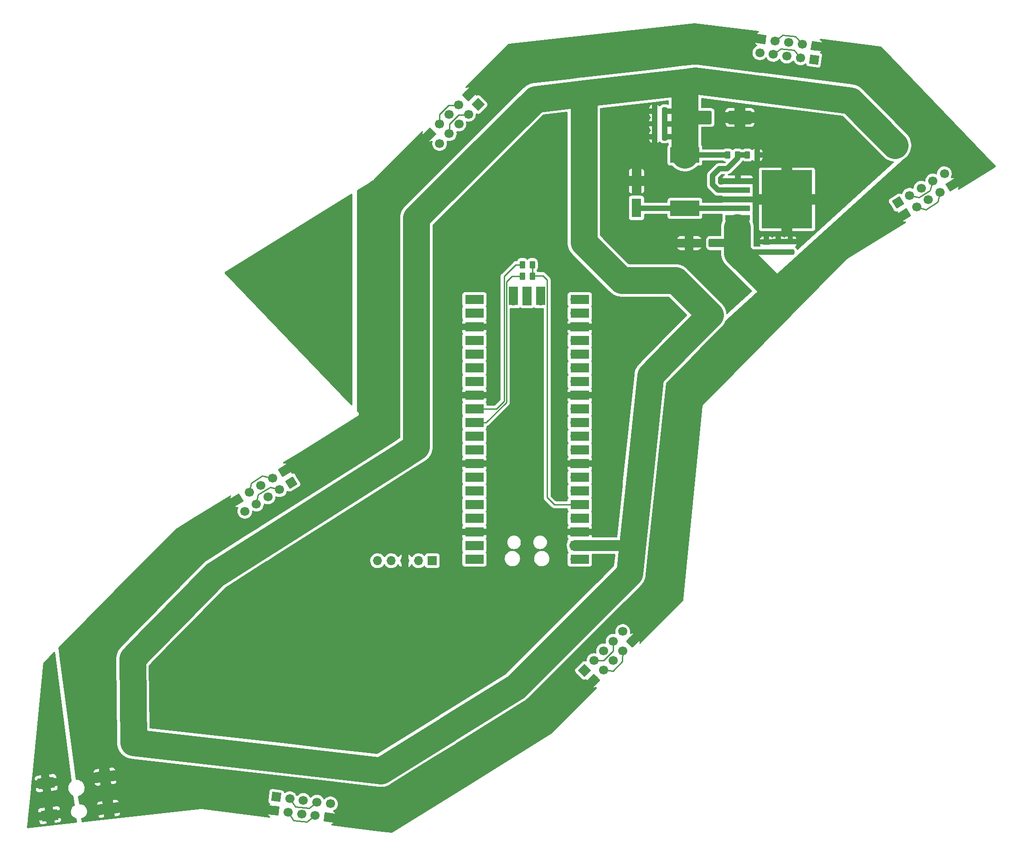
<source format=gbr>
%TF.GenerationSoftware,KiCad,Pcbnew,(6.0.1)*%
%TF.CreationDate,2022-03-23T16:25:01+01:00*%
%TF.ProjectId,pcb_v1,7063625f-7631-42e6-9b69-6361645f7063,v1*%
%TF.SameCoordinates,Original*%
%TF.FileFunction,Copper,L2,Bot*%
%TF.FilePolarity,Positive*%
%FSLAX46Y46*%
G04 Gerber Fmt 4.6, Leading zero omitted, Abs format (unit mm)*
G04 Created by KiCad (PCBNEW (6.0.1)) date 2022-03-23 16:25:01*
%MOMM*%
%LPD*%
G01*
G04 APERTURE LIST*
G04 Aperture macros list*
%AMRoundRect*
0 Rectangle with rounded corners*
0 $1 Rounding radius*
0 $2 $3 $4 $5 $6 $7 $8 $9 X,Y pos of 4 corners*
0 Add a 4 corners polygon primitive as box body*
4,1,4,$2,$3,$4,$5,$6,$7,$8,$9,$2,$3,0*
0 Add four circle primitives for the rounded corners*
1,1,$1+$1,$2,$3*
1,1,$1+$1,$4,$5*
1,1,$1+$1,$6,$7*
1,1,$1+$1,$8,$9*
0 Add four rect primitives between the rounded corners*
20,1,$1+$1,$2,$3,$4,$5,0*
20,1,$1+$1,$4,$5,$6,$7,0*
20,1,$1+$1,$6,$7,$8,$9,0*
20,1,$1+$1,$8,$9,$2,$3,0*%
%AMHorizOval*
0 Thick line with rounded ends*
0 $1 width*
0 $2 $3 position (X,Y) of the first rounded end (center of the circle)*
0 $4 $5 position (X,Y) of the second rounded end (center of the circle)*
0 Add line between two ends*
20,1,$1,$2,$3,$4,$5,0*
0 Add two circle primitives to create the rounded ends*
1,1,$1,$2,$3*
1,1,$1,$4,$5*%
%AMRotRect*
0 Rectangle, with rotation*
0 The origin of the aperture is its center*
0 $1 length*
0 $2 width*
0 $3 Rotation angle, in degrees counterclockwise*
0 Add horizontal line*
21,1,$1,$2,0,0,$3*%
G04 Aperture macros list end*
%TA.AperFunction,SMDPad,CuDef*%
%ADD10RoundRect,0.250000X0.262500X0.450000X-0.262500X0.450000X-0.262500X-0.450000X0.262500X-0.450000X0*%
%TD*%
%TA.AperFunction,ComponentPad*%
%ADD11R,1.700000X1.700000*%
%TD*%
%TA.AperFunction,ComponentPad*%
%ADD12O,1.700000X1.700000*%
%TD*%
%TA.AperFunction,SMDPad,CuDef*%
%ADD13RotRect,3.000000X2.000000X6.300000*%
%TD*%
%TA.AperFunction,SMDPad,CuDef*%
%ADD14RoundRect,0.250000X0.250000X0.475000X-0.250000X0.475000X-0.250000X-0.475000X0.250000X-0.475000X0*%
%TD*%
%TA.AperFunction,ComponentPad*%
%ADD15RotRect,1.700000X1.700000X262.800000*%
%TD*%
%TA.AperFunction,ComponentPad*%
%ADD16HorizOval,1.700000X0.000000X0.000000X0.000000X0.000000X0*%
%TD*%
%TA.AperFunction,SMDPad,CuDef*%
%ADD17R,1.800000X3.500000*%
%TD*%
%TA.AperFunction,SMDPad,CuDef*%
%ADD18RoundRect,0.250000X0.475000X-0.250000X0.475000X0.250000X-0.475000X0.250000X-0.475000X-0.250000X0*%
%TD*%
%TA.AperFunction,ComponentPad*%
%ADD19RotRect,1.700000X1.700000X121.800000*%
%TD*%
%TA.AperFunction,ComponentPad*%
%ADD20HorizOval,1.700000X0.000000X0.000000X0.000000X0.000000X0*%
%TD*%
%TA.AperFunction,SMDPad,CuDef*%
%ADD21R,5.400000X2.900000*%
%TD*%
%TA.AperFunction,ComponentPad*%
%ADD22RotRect,1.700000X1.700000X82.800000*%
%TD*%
%TA.AperFunction,ComponentPad*%
%ADD23HorizOval,1.700000X0.000000X0.000000X0.000000X0.000000X0*%
%TD*%
%TA.AperFunction,SMDPad,CuDef*%
%ADD24R,4.600000X1.100000*%
%TD*%
%TA.AperFunction,SMDPad,CuDef*%
%ADD25R,9.400000X10.800000*%
%TD*%
%TA.AperFunction,ComponentPad*%
%ADD26RotRect,1.700000X1.700000X135.300000*%
%TD*%
%TA.AperFunction,ComponentPad*%
%ADD27HorizOval,1.700000X0.000000X0.000000X0.000000X0.000000X0*%
%TD*%
%TA.AperFunction,SMDPad,CuDef*%
%ADD28R,1.700000X3.500000*%
%TD*%
%TA.AperFunction,SMDPad,CuDef*%
%ADD29R,3.500000X1.700000*%
%TD*%
%TA.AperFunction,SMDPad,CuDef*%
%ADD30RoundRect,0.250000X1.500000X0.550000X-1.500000X0.550000X-1.500000X-0.550000X1.500000X-0.550000X0*%
%TD*%
%TA.AperFunction,ComponentPad*%
%ADD31RotRect,1.700000X1.700000X301.800000*%
%TD*%
%TA.AperFunction,ComponentPad*%
%ADD32HorizOval,1.700000X0.000000X0.000000X0.000000X0.000000X0*%
%TD*%
%TA.AperFunction,ComponentPad*%
%ADD33RotRect,1.700000X1.700000X315.300000*%
%TD*%
%TA.AperFunction,ComponentPad*%
%ADD34HorizOval,1.700000X0.000000X0.000000X0.000000X0.000000X0*%
%TD*%
%TA.AperFunction,SMDPad,CuDef*%
%ADD35RoundRect,0.250000X-1.950000X-1.000000X1.950000X-1.000000X1.950000X1.000000X-1.950000X1.000000X0*%
%TD*%
%TA.AperFunction,ViaPad*%
%ADD36C,0.800000*%
%TD*%
%TA.AperFunction,Conductor*%
%ADD37C,1.000000*%
%TD*%
%TA.AperFunction,Conductor*%
%ADD38C,0.250000*%
%TD*%
%TA.AperFunction,Conductor*%
%ADD39C,5.000000*%
%TD*%
%TA.AperFunction,Conductor*%
%ADD40C,2.000000*%
%TD*%
G04 APERTURE END LIST*
D10*
%TO.P,R1,1*%
%TO.N,Net-(R1-Pad1)*%
X195422500Y-52870000D03*
%TO.P,R1,2*%
%TO.N,+5V*%
X193597500Y-52870000D03*
%TD*%
%TO.P,R4,1*%
%TO.N,+3V3*%
X157312500Y-73230000D03*
%TO.P,R4,2*%
%TO.N,/SCL*%
X155487500Y-73230000D03*
%TD*%
D11*
%TO.P,J8,1,Pin_1*%
%TO.N,/RX*%
X138750000Y-128220000D03*
D12*
%TO.P,J8,2,Pin_2*%
%TO.N,/CS*%
X136210000Y-128220000D03*
%TO.P,J8,3,Pin_3*%
%TO.N,GND*%
X133670000Y-128220000D03*
%TO.P,J8,4,Pin_4*%
%TO.N,/CSK*%
X131130000Y-128220000D03*
%TO.P,J8,5,Pin_5*%
%TO.N,/TX*%
X128590000Y-128220000D03*
%TD*%
D10*
%TO.P,R3,1*%
%TO.N,+3V3*%
X157312500Y-75360000D03*
%TO.P,R3,2*%
%TO.N,/SDA*%
X155487500Y-75360000D03*
%TD*%
D13*
%TO.P,J7,1*%
%TO.N,+24V*%
X78614661Y-174292270D03*
X77956255Y-168328504D03*
%TO.P,J7,2*%
%TO.N,GND*%
X67022685Y-169535582D03*
%TO.P,J7,3*%
X67681091Y-175499348D03*
%TD*%
D10*
%TO.P,R2,1*%
%TO.N,GND*%
X199072500Y-52860000D03*
%TO.P,R2,2*%
%TO.N,Net-(R1-Pad1)*%
X197247500Y-52860000D03*
%TD*%
D14*
%TO.P,C22,1*%
%TO.N,+5V*%
X181930000Y-44720000D03*
%TO.P,C22,2*%
%TO.N,GND*%
X180030000Y-44720000D03*
%TD*%
D15*
%TO.P,J2,1,Pin_1*%
%TO.N,GND*%
X109748404Y-172103336D03*
D16*
%TO.P,J2,2,Pin_2*%
%TO.N,+24V*%
X109430058Y-174623307D03*
%TO.P,J2,3,Pin_3*%
%TO.N,/SDA*%
X112268375Y-172421682D03*
%TO.P,J2,4,Pin_4*%
%TO.N,/SCL*%
X111950029Y-174941654D03*
%TO.P,J2,5,Pin_5*%
%TO.N,/SEL2*%
X114788347Y-172740029D03*
%TO.P,J2,6,Pin_6*%
X114470000Y-175260000D03*
%TO.P,J2,7,Pin_7*%
%TO.N,/SDA*%
X117308318Y-173058375D03*
%TO.P,J2,8,Pin_8*%
%TO.N,/SCL*%
X116989972Y-175578347D03*
%TO.P,J2,9,Pin_9*%
%TO.N,GND*%
X119828289Y-173376722D03*
%TO.P,J2,10,Pin_10*%
%TO.N,+24V*%
X119509943Y-175896693D03*
%TD*%
D17*
%TO.P,D17,1,K*%
%TO.N,Net-(D17-Pad1)*%
X176680000Y-62690000D03*
%TO.P,D17,2,A*%
%TO.N,GND*%
X176680000Y-57690000D03*
%TD*%
D18*
%TO.P,C19,1*%
%TO.N,+24V*%
X200800000Y-70890000D03*
%TO.P,C19,2*%
%TO.N,GND*%
X200800000Y-68990000D03*
%TD*%
D19*
%TO.P,J1,1,Pin_1*%
%TO.N,GND*%
X112555923Y-113691792D03*
D20*
%TO.P,J1,2,Pin_2*%
%TO.N,+24V*%
X111217455Y-111533065D03*
%TO.P,J1,3,Pin_3*%
%TO.N,/SDA*%
X110397196Y-115030260D03*
%TO.P,J1,4,Pin_4*%
%TO.N,/SCL*%
X109058728Y-112871532D03*
%TO.P,J1,5,Pin_5*%
%TO.N,/SEL1*%
X108238468Y-116368727D03*
%TO.P,J1,6,Pin_6*%
X106900000Y-114210000D03*
%TO.P,J1,7,Pin_7*%
%TO.N,/SDA*%
X106079741Y-117707195D03*
%TO.P,J1,8,Pin_8*%
%TO.N,/SCL*%
X104741273Y-115548468D03*
%TO.P,J1,9,Pin_9*%
%TO.N,GND*%
X103921013Y-119045663D03*
%TO.P,J1,10,Pin_10*%
%TO.N,+24V*%
X102582546Y-116886935D03*
%TD*%
D14*
%TO.P,C24,1*%
%TO.N,+5V*%
X181920000Y-49440000D03*
%TO.P,C24,2*%
%TO.N,GND*%
X180020000Y-49440000D03*
%TD*%
D21*
%TO.P,L1,1,1*%
%TO.N,Net-(D17-Pad1)*%
X185660000Y-62780000D03*
%TO.P,L1,2,2*%
%TO.N,+5V*%
X185660000Y-52880000D03*
%TD*%
D14*
%TO.P,C23,1*%
%TO.N,+5V*%
X181930000Y-47060000D03*
%TO.P,C23,2*%
%TO.N,GND*%
X180030000Y-47060000D03*
%TD*%
D22*
%TO.P,J5,1,Pin_1*%
%TO.N,GND*%
X209651596Y-35136664D03*
D23*
%TO.P,J5,2,Pin_2*%
%TO.N,+24V*%
X209969942Y-32616693D03*
%TO.P,J5,3,Pin_3*%
%TO.N,/SDA*%
X207131625Y-34818318D03*
%TO.P,J5,4,Pin_4*%
%TO.N,/SCL*%
X207449971Y-32298346D03*
%TO.P,J5,5,Pin_5*%
%TO.N,/SEL5*%
X204611653Y-34499971D03*
%TO.P,J5,6,Pin_6*%
X204930000Y-31980000D03*
%TO.P,J5,7,Pin_7*%
%TO.N,/SDA*%
X202091682Y-34181625D03*
%TO.P,J5,8,Pin_8*%
%TO.N,/SCL*%
X202410028Y-31661653D03*
%TO.P,J5,9,Pin_9*%
%TO.N,GND*%
X199571711Y-33863278D03*
%TO.P,J5,10,Pin_10*%
%TO.N,+24V*%
X199890057Y-31343307D03*
%TD*%
D18*
%TO.P,C17,1*%
%TO.N,+24V*%
X205230000Y-70870000D03*
%TO.P,C17,2*%
%TO.N,GND*%
X205230000Y-68970000D03*
%TD*%
D24*
%TO.P,U2,1,VIN*%
%TO.N,+24V*%
X195455000Y-64500000D03*
%TO.P,U2,2,OUT*%
%TO.N,Net-(D17-Pad1)*%
X195455000Y-62800000D03*
%TO.P,U2,3,GND*%
%TO.N,GND*%
X195455000Y-61100000D03*
D25*
X204605000Y-61100000D03*
D24*
%TO.P,U2,4,FB*%
%TO.N,Net-(R1-Pad1)*%
X195455000Y-59400000D03*
%TO.P,U2,5,~{ON}/OFF*%
%TO.N,GND*%
X195455000Y-57700000D03*
%TD*%
D26*
%TO.P,J6,1,Pin_1*%
%TO.N,GND*%
X147258676Y-43485761D03*
D27*
%TO.P,J6,2,Pin_2*%
%TO.N,+24V*%
X145453245Y-41699138D03*
%TO.P,J6,3,Pin_3*%
%TO.N,/SDA*%
X145472053Y-45291192D03*
%TO.P,J6,4,Pin_4*%
%TO.N,/SCL*%
X143666623Y-43504569D03*
%TO.P,J6,5,Pin_5*%
%TO.N,/SEL6*%
X143685431Y-47096622D03*
%TO.P,J6,6,Pin_6*%
X141880000Y-45310000D03*
%TO.P,J6,7,Pin_7*%
%TO.N,/SDA*%
X141898808Y-48902053D03*
%TO.P,J6,8,Pin_8*%
%TO.N,/SCL*%
X140093378Y-47115430D03*
%TO.P,J6,9,Pin_9*%
%TO.N,GND*%
X140112186Y-50707484D03*
%TO.P,J6,10,Pin_10*%
%TO.N,+24V*%
X138306755Y-48920861D03*
%TD*%
D28*
%TO.P,U1,43,SWDIO*%
%TO.N,unconnected-(U1-Pad43)*%
X158890000Y-79035000D03*
D12*
X158890000Y-79935000D03*
D28*
%TO.P,U1,42,GND*%
%TO.N,unconnected-(U1-Pad42)*%
X156350000Y-79035000D03*
D11*
X156350000Y-79935000D03*
D28*
%TO.P,U1,41,SWCLK*%
%TO.N,unconnected-(U1-Pad41)*%
X153810000Y-79035000D03*
D12*
X153810000Y-79935000D03*
D29*
%TO.P,U1,40,VBUS*%
%TO.N,unconnected-(U1-Pad40)*%
X166140000Y-127965000D03*
D12*
X165240000Y-127965000D03*
D29*
%TO.P,U1,39,VSYS*%
%TO.N,+5V*%
X166140000Y-125425000D03*
D12*
X165240000Y-125425000D03*
D29*
%TO.P,U1,38,GND*%
%TO.N,GND*%
X166140000Y-122885000D03*
D11*
X165240000Y-122885000D03*
D12*
%TO.P,U1,37,3V3_EN*%
%TO.N,unconnected-(U1-Pad37)*%
X165240000Y-120345000D03*
D29*
X166140000Y-120345000D03*
%TO.P,U1,36,3V3*%
%TO.N,+3V3*%
X166140000Y-117805000D03*
D12*
X165240000Y-117805000D03*
%TO.P,U1,35,ADC_VREF*%
%TO.N,unconnected-(U1-Pad35)*%
X165240000Y-115265000D03*
D29*
X166140000Y-115265000D03*
D12*
%TO.P,U1,34,GPIO28_ADC2*%
%TO.N,/SEL3*%
X165240000Y-112725000D03*
D29*
X166140000Y-112725000D03*
%TO.P,U1,33,AGND*%
%TO.N,GND*%
X166140000Y-110185000D03*
D11*
X165240000Y-110185000D03*
D29*
%TO.P,U1,32,GPIO27_ADC1*%
%TO.N,unconnected-(U1-Pad32)*%
X166140000Y-107645000D03*
D12*
X165240000Y-107645000D03*
D29*
%TO.P,U1,31,GPIO26_ADC0*%
%TO.N,unconnected-(U1-Pad31)*%
X166140000Y-105105000D03*
D12*
X165240000Y-105105000D03*
D29*
%TO.P,U1,30,RUN*%
%TO.N,unconnected-(U1-Pad30)*%
X166140000Y-102565000D03*
D12*
X165240000Y-102565000D03*
D29*
%TO.P,U1,29,GPIO22*%
%TO.N,unconnected-(U1-Pad29)*%
X166140000Y-100025000D03*
D12*
X165240000Y-100025000D03*
D11*
%TO.P,U1,28,GND*%
%TO.N,GND*%
X165240000Y-97485000D03*
D29*
X166140000Y-97485000D03*
%TO.P,U1,27,GPIO21*%
%TO.N,unconnected-(U1-Pad27)*%
X166140000Y-94945000D03*
D12*
X165240000Y-94945000D03*
%TO.P,U1,26,GPIO20*%
%TO.N,unconnected-(U1-Pad26)*%
X165240000Y-92405000D03*
D29*
X166140000Y-92405000D03*
D12*
%TO.P,U1,25,GPIO19*%
%TO.N,unconnected-(U1-Pad25)*%
X165240000Y-89865000D03*
D29*
X166140000Y-89865000D03*
%TO.P,U1,24,GPIO18*%
%TO.N,/SEL4*%
X166140000Y-87325000D03*
D12*
X165240000Y-87325000D03*
D29*
%TO.P,U1,23,GND*%
%TO.N,GND*%
X166140000Y-84785000D03*
D11*
X165240000Y-84785000D03*
D12*
%TO.P,U1,22,GPIO17*%
%TO.N,unconnected-(U1-Pad22)*%
X165240000Y-82245000D03*
D29*
X166140000Y-82245000D03*
%TO.P,U1,21,GPIO16*%
%TO.N,/SEL5*%
X166140000Y-79705000D03*
D12*
X165240000Y-79705000D03*
%TO.P,U1,20,GPIO15*%
%TO.N,/SEL6*%
X147460000Y-79705000D03*
D29*
X146560000Y-79705000D03*
%TO.P,U1,19,GPIO14*%
%TO.N,unconnected-(U1-Pad19)*%
X146560000Y-82245000D03*
D12*
X147460000Y-82245000D03*
D29*
%TO.P,U1,18,GND*%
%TO.N,GND*%
X146560000Y-84785000D03*
D11*
X147460000Y-84785000D03*
D29*
%TO.P,U1,17,GPIO13*%
%TO.N,unconnected-(U1-Pad17)*%
X146560000Y-87325000D03*
D12*
X147460000Y-87325000D03*
D29*
%TO.P,U1,16,GPIO12*%
%TO.N,unconnected-(U1-Pad16)*%
X146560000Y-89865000D03*
D12*
X147460000Y-89865000D03*
D29*
%TO.P,U1,15,GPIO11*%
%TO.N,unconnected-(U1-Pad15)*%
X146560000Y-92405000D03*
D12*
X147460000Y-92405000D03*
%TO.P,U1,14,GPIO10*%
%TO.N,unconnected-(U1-Pad14)*%
X147460000Y-94945000D03*
D29*
X146560000Y-94945000D03*
%TO.P,U1,13,GND*%
%TO.N,GND*%
X146560000Y-97485000D03*
D11*
X147460000Y-97485000D03*
D29*
%TO.P,U1,12,GPIO9*%
%TO.N,/SCL*%
X146560000Y-100025000D03*
D12*
X147460000Y-100025000D03*
D29*
%TO.P,U1,11,GPIO8*%
%TO.N,/SDA*%
X146560000Y-102565000D03*
D12*
X147460000Y-102565000D03*
%TO.P,U1,10,GPIO7*%
%TO.N,unconnected-(U1-Pad10)*%
X147460000Y-105105000D03*
D29*
X146560000Y-105105000D03*
%TO.P,U1,9,GPIO6*%
%TO.N,/SEL1*%
X146560000Y-107645000D03*
D12*
X147460000Y-107645000D03*
D11*
%TO.P,U1,8,GND*%
%TO.N,GND*%
X147460000Y-110185000D03*
D29*
X146560000Y-110185000D03*
%TO.P,U1,7,GPIO5*%
%TO.N,/SEL2*%
X146560000Y-112725000D03*
D12*
X147460000Y-112725000D03*
%TO.P,U1,6,GPIO4*%
%TO.N,/RGB_IN*%
X147460000Y-115265000D03*
D29*
X146560000Y-115265000D03*
D12*
%TO.P,U1,5,GPIO3*%
%TO.N,/TX*%
X147460000Y-117805000D03*
D29*
X146560000Y-117805000D03*
D12*
%TO.P,U1,4,GPIO2*%
%TO.N,/CSK*%
X147460000Y-120345000D03*
D29*
X146560000Y-120345000D03*
D11*
%TO.P,U1,3,GND*%
%TO.N,GND*%
X147460000Y-122885000D03*
D29*
X146560000Y-122885000D03*
D12*
%TO.P,U1,2,GPIO1*%
%TO.N,/CS*%
X147460000Y-125425000D03*
D29*
X146560000Y-125425000D03*
%TO.P,U1,1,GPIO0*%
%TO.N,/RX*%
X146560000Y-127965000D03*
D12*
X147460000Y-127965000D03*
%TD*%
D30*
%TO.P,C20,1*%
%TO.N,+24V*%
X191850000Y-69210000D03*
%TO.P,C20,2*%
%TO.N,GND*%
X186450000Y-69210000D03*
%TD*%
D31*
%TO.P,J4,1,Pin_1*%
%TO.N,GND*%
X225214077Y-61688208D03*
D32*
%TO.P,J4,2,Pin_2*%
%TO.N,+24V*%
X226552545Y-63846935D03*
%TO.P,J4,3,Pin_3*%
%TO.N,/SDA*%
X227372804Y-60349740D03*
%TO.P,J4,4,Pin_4*%
%TO.N,/SCL*%
X228711272Y-62508468D03*
%TO.P,J4,5,Pin_5*%
%TO.N,/SEL4*%
X229531532Y-59011273D03*
%TO.P,J4,6,Pin_6*%
X230870000Y-61170000D03*
%TO.P,J4,7,Pin_7*%
%TO.N,/SDA*%
X231690259Y-57672805D03*
%TO.P,J4,8,Pin_8*%
%TO.N,/SCL*%
X233028727Y-59831532D03*
%TO.P,J4,9,Pin_9*%
%TO.N,GND*%
X233848987Y-56334337D03*
%TO.P,J4,10,Pin_10*%
%TO.N,+24V*%
X235187454Y-58493065D03*
%TD*%
D33*
%TO.P,J3,1,Pin_1*%
%TO.N,GND*%
X166971324Y-148584239D03*
D34*
%TO.P,J3,2,Pin_2*%
%TO.N,+24V*%
X168776755Y-150370862D03*
%TO.P,J3,3,Pin_3*%
%TO.N,/SDA*%
X168757947Y-146778808D03*
%TO.P,J3,4,Pin_4*%
%TO.N,/SCL*%
X170563377Y-148565431D03*
%TO.P,J3,5,Pin_5*%
%TO.N,/SEL3*%
X170544569Y-144973378D03*
%TO.P,J3,6,Pin_6*%
X172350000Y-146760000D03*
%TO.P,J3,7,Pin_7*%
%TO.N,/SDA*%
X172331192Y-143167947D03*
%TO.P,J3,8,Pin_8*%
%TO.N,/SCL*%
X174136622Y-144954570D03*
%TO.P,J3,9,Pin_9*%
%TO.N,GND*%
X174117814Y-141362516D03*
%TO.P,J3,10,Pin_10*%
%TO.N,+24V*%
X175923245Y-143149139D03*
%TD*%
D35*
%TO.P,C21,1*%
%TO.N,+5V*%
X188460000Y-45890000D03*
%TO.P,C21,2*%
%TO.N,GND*%
X195860000Y-45890000D03*
%TD*%
D18*
%TO.P,C18,1*%
%TO.N,+24V*%
X203010000Y-70870000D03*
%TO.P,C18,2*%
%TO.N,GND*%
X203010000Y-68970000D03*
%TD*%
D36*
%TO.N,GND*%
X150000000Y-76000000D03*
X122000000Y-128000000D03*
X210000000Y-53000000D03*
X162000000Y-92000000D03*
X98000000Y-144000000D03*
X200000000Y-47000000D03*
X110000000Y-160000000D03*
X140000000Y-73000000D03*
X110000000Y-129000000D03*
X143000000Y-88000000D03*
X139000000Y-140000000D03*
X127000000Y-124000000D03*
X122000000Y-144000000D03*
X174000000Y-80000000D03*
X131000000Y-144000000D03*
X114000000Y-132000000D03*
X190000000Y-49000000D03*
X172500000Y-51000000D03*
X138000000Y-120000000D03*
X123000000Y-95000000D03*
X143000000Y-136000000D03*
X159000000Y-65000000D03*
X140000000Y-92000000D03*
X131000000Y-140000000D03*
X172000000Y-128000000D03*
X147000000Y-140000000D03*
X162000000Y-104000000D03*
X168000000Y-132000000D03*
X155000000Y-88000000D03*
X123000000Y-88000000D03*
X187000000Y-66000000D03*
X122000000Y-152000000D03*
X198000000Y-49000000D03*
X135000000Y-125000000D03*
X214000000Y-49000000D03*
X90000000Y-149000000D03*
X162000000Y-128000000D03*
X143000000Y-65000000D03*
X170000000Y-114000000D03*
X219000000Y-53000000D03*
X189500000Y-72000000D03*
X93000000Y-142000000D03*
X139000000Y-136000000D03*
X210000000Y-49000000D03*
X210000000Y-46000000D03*
X211000000Y-61000000D03*
X150000000Y-88000000D03*
X102000000Y-160000000D03*
X118000000Y-156000000D03*
X118000000Y-144000000D03*
X170000000Y-84000000D03*
X206000000Y-45000000D03*
X150000000Y-92000000D03*
X135000000Y-116000000D03*
X147000000Y-136000000D03*
X127000000Y-156000000D03*
X170000000Y-122000000D03*
X159000000Y-73000000D03*
X164000000Y-76000000D03*
X139000000Y-132000000D03*
X146000000Y-69000000D03*
X112500000Y-126500000D03*
X126000000Y-128000000D03*
X106000000Y-156000000D03*
X143000000Y-105000000D03*
X114000000Y-140000000D03*
X117000000Y-76000000D03*
X143000000Y-152000000D03*
X180000000Y-87500000D03*
X131000000Y-148000000D03*
X162000000Y-84000000D03*
X171000000Y-45000000D03*
X110000000Y-132000000D03*
X131000000Y-136000000D03*
X162000000Y-131000000D03*
X170000000Y-90000000D03*
X127000000Y-162000000D03*
X140000000Y-100000000D03*
X143000000Y-80000000D03*
X117000000Y-84000000D03*
X177000000Y-51000000D03*
X139000000Y-152000000D03*
X162000000Y-96000000D03*
X155000000Y-120000000D03*
X99000000Y-141000000D03*
X118000000Y-124000000D03*
X147000000Y-144000000D03*
X151000000Y-128000000D03*
X151500000Y-54500000D03*
X158000000Y-120000000D03*
X143000000Y-69000000D03*
X118000000Y-128000000D03*
X110000000Y-144000000D03*
X140000000Y-84000000D03*
X161000000Y-140000000D03*
X127000000Y-144000000D03*
X174000000Y-98000000D03*
X151000000Y-65000000D03*
X120000000Y-80000000D03*
X184000000Y-66000000D03*
X151000000Y-73000000D03*
X131000000Y-156000000D03*
X158000000Y-92000000D03*
X189500000Y-75500000D03*
X140000000Y-96000000D03*
X98000000Y-152000000D03*
X127000000Y-148000000D03*
X160000000Y-47000000D03*
X155000000Y-84000000D03*
X94000000Y-156000000D03*
X68500000Y-149000000D03*
X140000000Y-110000000D03*
X174500000Y-48000000D03*
X102000000Y-140000000D03*
X122000000Y-136000000D03*
X94000000Y-148000000D03*
X202000000Y-53000000D03*
X162000000Y-49000000D03*
X151000000Y-112000000D03*
X159000000Y-57000000D03*
X158000000Y-100000000D03*
X127000000Y-152000000D03*
X127000000Y-136000000D03*
X181000000Y-72000000D03*
X69000000Y-166500000D03*
X211000000Y-57000000D03*
X110000000Y-136000000D03*
X159000000Y-69000000D03*
X194000000Y-49000000D03*
X143000000Y-144000000D03*
X124000000Y-162000000D03*
X177000000Y-45000000D03*
X143000000Y-73000000D03*
X140000000Y-76000000D03*
X101000000Y-134000000D03*
X122000000Y-148000000D03*
X170000000Y-80000000D03*
X118000000Y-140000000D03*
X184000000Y-72000000D03*
X106000000Y-144000000D03*
X146000000Y-73000000D03*
X123000000Y-92000000D03*
X120000000Y-88000000D03*
X147000000Y-132000000D03*
X68500000Y-152500000D03*
X155000000Y-61000000D03*
X175800000Y-87410000D03*
X90000000Y-159000000D03*
X167000000Y-76000000D03*
X131000000Y-132000000D03*
X158000000Y-136000000D03*
X155000000Y-108000000D03*
X158000000Y-84000000D03*
X122000000Y-121000000D03*
X135000000Y-132000000D03*
X170000000Y-110000000D03*
X172500000Y-57000000D03*
X150000000Y-80000000D03*
X162000000Y-88000000D03*
X192000000Y-46000000D03*
X94000000Y-152000000D03*
X183130000Y-82630000D03*
X155000000Y-104000000D03*
X130000000Y-162000000D03*
X135000000Y-144000000D03*
X211000000Y-64000000D03*
X68500000Y-159500000D03*
X162000000Y-112000000D03*
X146000000Y-65000000D03*
X180090000Y-80670000D03*
X155000000Y-132000000D03*
X120000000Y-84000000D03*
X162000000Y-81000000D03*
X177000000Y-66000000D03*
X98000000Y-160000000D03*
X143000000Y-132000000D03*
X155000000Y-140000000D03*
X150000000Y-61000000D03*
X123000000Y-80000000D03*
X143000000Y-100000000D03*
X143000000Y-148000000D03*
X122000000Y-132000000D03*
X140000000Y-69000000D03*
X114000000Y-129000000D03*
X106000000Y-136000000D03*
X110000000Y-156000000D03*
X172500000Y-66000000D03*
X114000000Y-156000000D03*
X102000000Y-148000000D03*
X151000000Y-116000000D03*
X131000000Y-121500000D03*
X135000000Y-136000000D03*
X202000000Y-45000000D03*
X170000000Y-98000000D03*
X158000000Y-116000000D03*
X123000000Y-84000000D03*
X138000000Y-124000000D03*
X207500000Y-68000000D03*
X139000000Y-148000000D03*
X110000000Y-140000000D03*
X177000000Y-69000000D03*
X158000000Y-132000000D03*
X146000000Y-76000000D03*
X114000000Y-136000000D03*
X158000000Y-49000000D03*
X164000000Y-73000000D03*
X123000000Y-66000000D03*
X118000000Y-152000000D03*
X127000000Y-132000000D03*
X103000000Y-132000000D03*
X195000000Y-79500000D03*
X95000000Y-140000000D03*
X143000000Y-84000000D03*
X157000000Y-144000000D03*
X151000000Y-140000000D03*
X162000000Y-53000000D03*
X170000000Y-94000000D03*
X206000000Y-53000000D03*
X174000000Y-102000000D03*
X155000000Y-100000000D03*
X214000000Y-61000000D03*
X177500000Y-82500000D03*
X106000000Y-148000000D03*
X181000000Y-66000000D03*
X102000000Y-144000000D03*
X162000000Y-100000000D03*
X154000000Y-57000000D03*
X125000000Y-119000000D03*
X158000000Y-112000000D03*
X120000000Y-69000000D03*
X118000000Y-132000000D03*
X150000000Y-84000000D03*
X68500000Y-156000000D03*
X155000000Y-112000000D03*
X94000000Y-144000000D03*
X127000000Y-140000000D03*
X97000000Y-138000000D03*
X150000000Y-58000000D03*
X155000000Y-123000000D03*
X177000000Y-54000000D03*
X151000000Y-69000000D03*
X151000000Y-124000000D03*
X114000000Y-144000000D03*
X120000000Y-76000000D03*
X151000000Y-108000000D03*
X162000000Y-120000000D03*
X158000000Y-123000000D03*
X131000000Y-152000000D03*
X98000000Y-148000000D03*
X143000000Y-140000000D03*
X192000000Y-43500000D03*
X214000000Y-53000000D03*
X181000000Y-69000000D03*
X135000000Y-152000000D03*
X151000000Y-136000000D03*
X162000000Y-108000000D03*
X117000000Y-88000000D03*
X122000000Y-156000000D03*
X102000000Y-152000000D03*
X114000000Y-148000000D03*
X94000000Y-159500000D03*
X139000000Y-144000000D03*
X141000000Y-117000000D03*
X150000000Y-96000000D03*
X143000000Y-92000000D03*
X140000000Y-88000000D03*
X137000000Y-111000000D03*
X114000000Y-160000000D03*
X99000000Y-136000000D03*
X155000000Y-92000000D03*
X155000000Y-116000000D03*
X143000000Y-110000000D03*
X202000000Y-49000000D03*
X190000000Y-66000000D03*
X106000000Y-152000000D03*
X140000000Y-105000000D03*
X143000000Y-122000000D03*
X155000000Y-136000000D03*
X158000000Y-88000000D03*
X206000000Y-49000000D03*
X172500000Y-63000000D03*
X135000000Y-113000000D03*
X103000000Y-137000000D03*
X143000000Y-96000000D03*
X151000000Y-132000000D03*
X70500000Y-169000000D03*
X107000000Y-133000000D03*
X172500000Y-54000000D03*
X196500000Y-55500000D03*
X151000000Y-120000000D03*
X90000000Y-156000000D03*
X174500000Y-69000000D03*
X106000000Y-140000000D03*
X170000000Y-118000000D03*
X170000000Y-102000000D03*
X118000000Y-148000000D03*
X143000000Y-76000000D03*
X155000000Y-65000000D03*
X140000000Y-80000000D03*
X177000000Y-48000000D03*
X151000000Y-144000000D03*
X214000000Y-57000000D03*
X117000000Y-72000000D03*
X106000000Y-160000000D03*
X68500000Y-163500000D03*
X159000000Y-61000000D03*
X152000000Y-149000000D03*
X147000000Y-148000000D03*
X120000000Y-92000000D03*
X155000000Y-96000000D03*
X146000000Y-61000000D03*
X155000000Y-69000000D03*
X162000000Y-124000000D03*
X158000000Y-108000000D03*
X177000000Y-72000000D03*
X120000000Y-72000000D03*
X174000000Y-94000000D03*
X158000000Y-104000000D03*
X102000000Y-156000000D03*
X195000000Y-76500000D03*
X162000000Y-116000000D03*
X141000000Y-124000000D03*
X170000000Y-106000000D03*
X158000000Y-96000000D03*
X184000000Y-69000000D03*
X151000000Y-104000000D03*
X135000000Y-140000000D03*
X110000000Y-148000000D03*
X135000000Y-148000000D03*
X122000000Y-140000000D03*
X114000000Y-152000000D03*
X199000000Y-67500000D03*
X217000000Y-58000000D03*
X118000000Y-136000000D03*
X172500000Y-60000000D03*
X170000000Y-130000000D03*
X117000000Y-80000000D03*
X90000000Y-152000000D03*
X110000000Y-152000000D03*
X158000000Y-140000000D03*
X98000000Y-156000000D03*
%TO.N,+5V*%
X119694741Y-166145259D03*
X164244077Y-41764077D03*
X153383856Y-47013856D03*
X190360000Y-82590000D03*
X199612192Y-40617808D03*
X167525693Y-138435693D03*
X106231300Y-125831300D03*
X135772513Y-75257487D03*
X127141746Y-112561746D03*
X141527382Y-159587382D03*
X83230000Y-162010000D03*
X177054367Y-114774367D03*
X223251605Y-51548395D03*
X184566416Y-88456416D03*
X135776643Y-92813357D03*
X89717059Y-139637059D03*
%TD*%
D37*
%TO.N,Net-(D17-Pad1)*%
X185660000Y-62780000D02*
X176770000Y-62780000D01*
X176770000Y-62780000D02*
X176680000Y-62690000D01*
X195435000Y-62780000D02*
X195455000Y-62800000D01*
X185660000Y-62780000D02*
X195435000Y-62780000D01*
D38*
%TO.N,+3V3*%
X161395000Y-117805000D02*
X160064511Y-116474511D01*
X159300103Y-75275489D02*
X157397011Y-75275489D01*
X157312500Y-75360000D02*
X157312500Y-73230000D01*
X160064511Y-116474511D02*
X160064511Y-76039897D01*
X157397011Y-75275489D02*
X157312500Y-75360000D01*
X160064511Y-76039897D02*
X159300103Y-75275489D01*
X165240000Y-117805000D02*
X161395000Y-117805000D01*
D39*
%TO.N,+5V*%
X190360000Y-82590000D02*
X183925489Y-76155489D01*
X135780000Y-107080000D02*
X135776643Y-92813357D01*
D40*
X165240000Y-125425000D02*
X175474438Y-125425000D01*
D39*
X89717059Y-139637059D02*
X98370000Y-130820000D01*
X175370000Y-130610000D02*
X171485391Y-134485391D01*
X173945489Y-76155489D02*
X166881351Y-69091351D01*
X171485391Y-134485391D02*
X167525693Y-138435693D01*
X154300000Y-151630000D02*
X143215610Y-158535610D01*
X83080000Y-146400000D02*
X84476754Y-144976754D01*
D37*
X181930000Y-44720000D02*
X185317500Y-44720000D01*
D39*
X141527382Y-159587382D02*
X137984567Y-161794567D01*
X216460000Y-42750000D02*
X224680000Y-51050000D01*
X141576673Y-159556673D02*
X141527382Y-159587382D01*
X187917449Y-85037449D02*
X184566416Y-88456416D01*
X185660000Y-52880000D02*
X185660000Y-50490000D01*
X135770000Y-64580000D02*
X153383856Y-47013856D01*
D37*
X184610000Y-49440000D02*
X185660000Y-50490000D01*
D39*
X185660000Y-45062500D02*
X185657500Y-45060000D01*
D37*
X181920000Y-44730000D02*
X181930000Y-44720000D01*
D39*
X179280000Y-93850000D02*
X177054367Y-114774367D01*
X135772381Y-74697619D02*
X135770000Y-64580000D01*
X133088193Y-108788193D02*
X135780000Y-107080000D01*
X166881351Y-41461351D02*
X179708910Y-39988910D01*
D37*
X181920000Y-49440000D02*
X184610000Y-49440000D01*
D39*
X185660000Y-47540000D02*
X185660000Y-45062500D01*
X177054367Y-114774367D02*
X175974719Y-124924719D01*
X185660000Y-50490000D02*
X185660000Y-47540000D01*
X199612192Y-40617808D02*
X216460000Y-42750000D01*
X190360000Y-82594898D02*
X187917449Y-85037449D01*
X135772513Y-75257487D02*
X135772381Y-74697619D01*
X167525693Y-138435693D02*
X154300000Y-151630000D01*
X127141746Y-112561746D02*
X133088193Y-108788193D01*
D37*
X193587500Y-52880000D02*
X193597500Y-52870000D01*
D39*
X179708910Y-39988910D02*
X185853580Y-39283580D01*
X185657500Y-45060000D02*
X185657500Y-39479660D01*
X106231300Y-125831300D02*
X108084976Y-124654976D01*
D37*
X185317500Y-44720000D02*
X185657500Y-45060000D01*
D40*
X175474438Y-125425000D02*
X175974719Y-124924719D01*
D39*
X83230000Y-162010000D02*
X83080000Y-146400000D01*
D37*
X185660000Y-52880000D02*
X193587500Y-52880000D01*
D39*
X129260000Y-167230000D02*
X119694741Y-166145259D01*
X119694741Y-166145259D02*
X83230000Y-162010000D01*
X175974719Y-124924719D02*
X175370000Y-130610000D01*
X157920000Y-42490000D02*
X164244077Y-41764077D01*
X137984567Y-161794567D02*
X129260000Y-167230000D01*
X166881351Y-69091351D02*
X166881351Y-41461351D01*
X84476754Y-144976754D02*
X89717059Y-139637059D01*
D37*
X181930000Y-47060000D02*
X185180000Y-47060000D01*
D39*
X108084976Y-124654976D02*
X108476512Y-124406512D01*
X108476512Y-124406512D02*
X127141746Y-112561746D01*
X184566416Y-88456416D02*
X179280000Y-93850000D01*
X98370000Y-130820000D02*
X106231300Y-125831300D01*
X164244077Y-41764077D02*
X166881351Y-41461351D01*
X135776643Y-92813357D02*
X135772513Y-75257487D01*
D37*
X181920000Y-49440000D02*
X181920000Y-44730000D01*
D39*
X183925489Y-76155489D02*
X173945489Y-76155489D01*
X185657500Y-39479660D02*
X185853580Y-39283580D01*
X190360000Y-82590000D02*
X190360000Y-82594898D01*
X187540000Y-39090000D02*
X199612192Y-40617808D01*
X185853580Y-39283580D02*
X187540000Y-39090000D01*
D37*
X185180000Y-47060000D02*
X185660000Y-47540000D01*
D39*
X153383856Y-47013856D02*
X157920000Y-42490000D01*
X143215610Y-158535610D02*
X141576673Y-159556673D01*
%TO.N,+24V*%
X197030000Y-72700000D02*
X202700000Y-78370000D01*
D37*
X200820000Y-70870000D02*
X200800000Y-70890000D01*
D39*
X197030000Y-72700000D02*
X195400000Y-71070000D01*
D37*
X205230000Y-70870000D02*
X200820000Y-70870000D01*
D39*
X195400000Y-71070000D02*
X195400000Y-66320000D01*
D37*
X200800000Y-70890000D02*
X195580000Y-70890000D01*
X195580000Y-70890000D02*
X195400000Y-71070000D01*
D38*
%TO.N,/SDA*%
X141910000Y-47130000D02*
X143620000Y-45380000D01*
X106079741Y-117707195D02*
X106390000Y-115940000D01*
X141898808Y-48902053D02*
X141910000Y-47130000D01*
X205930000Y-33370000D02*
X207131625Y-34818318D01*
X148740718Y-102565000D02*
X147460000Y-102565000D01*
X203520000Y-33100000D02*
X205930000Y-33370000D01*
X229180000Y-60720000D02*
X231210000Y-59430000D01*
X155487500Y-75360000D02*
X153540000Y-75360000D01*
X172340000Y-144970000D02*
X172331192Y-143167947D01*
X152510000Y-76390000D02*
X152510000Y-98795718D01*
X115840000Y-174210000D02*
X117308318Y-173058375D01*
X152510000Y-98795718D02*
X148740718Y-102565000D01*
X231210000Y-59430000D02*
X231690259Y-57672805D01*
X202091682Y-34181625D02*
X203520000Y-33100000D01*
X227372804Y-60349740D02*
X229180000Y-60720000D01*
X113320000Y-173930000D02*
X115840000Y-174210000D01*
X153540000Y-75360000D02*
X152510000Y-76390000D01*
X170580000Y-146790000D02*
X172340000Y-144970000D01*
X112268375Y-172421682D02*
X113320000Y-173930000D01*
X108640000Y-114620000D02*
X110397196Y-115030260D01*
X168757947Y-146778808D02*
X170580000Y-146790000D01*
X106390000Y-115940000D02*
X108640000Y-114620000D01*
X143620000Y-45380000D02*
X145472053Y-45291192D01*
%TO.N,/SCL*%
X155487500Y-73230000D02*
X154250000Y-73230000D01*
X107170000Y-112490000D02*
X109058728Y-112871532D01*
X172340000Y-148660000D02*
X174060000Y-146890000D01*
X140093378Y-47115430D02*
X140070000Y-45290000D01*
X111950029Y-174941654D02*
X112960000Y-176430000D01*
X228711272Y-62508468D02*
X230390000Y-62980000D01*
X206240000Y-30870000D02*
X207449971Y-32298346D01*
X170563377Y-148565431D02*
X172340000Y-148660000D01*
X154250000Y-73230000D02*
X152060480Y-75419521D01*
X174060000Y-146890000D02*
X174136622Y-144954570D01*
X203800000Y-30570000D02*
X206240000Y-30870000D01*
X112960000Y-176430000D02*
X115450000Y-176740000D01*
X115450000Y-176740000D02*
X116989972Y-175578347D01*
X202410028Y-31661653D02*
X203800000Y-30570000D01*
X104741273Y-115548468D02*
X105090000Y-113790000D01*
X140070000Y-45290000D02*
X141730000Y-43600000D01*
X152060480Y-75419521D02*
X152060480Y-98609520D01*
X230390000Y-62980000D02*
X232600000Y-61600000D01*
X105090000Y-113790000D02*
X107170000Y-112490000D01*
X152060480Y-98609520D02*
X150645000Y-100025000D01*
X150645000Y-100025000D02*
X147460000Y-100025000D01*
X141730000Y-43600000D02*
X143666623Y-43504569D01*
X232600000Y-61600000D02*
X233028727Y-59831532D01*
D37*
%TO.N,Net-(R1-Pad1)*%
X195422500Y-52870000D02*
X197237500Y-52870000D01*
X192040000Y-55400000D02*
X190790000Y-56650000D01*
X195422500Y-53483478D02*
X193505978Y-55400000D01*
X190790000Y-56650000D02*
X190790000Y-58400000D01*
X193505978Y-55400000D02*
X192040000Y-55400000D01*
X197237500Y-52870000D02*
X197247500Y-52860000D01*
X190790000Y-58400000D02*
X191790000Y-59400000D01*
X195422500Y-52870000D02*
X195422500Y-53483478D01*
X191790000Y-59400000D02*
X195455000Y-59400000D01*
%TD*%
%TA.AperFunction,Conductor*%
%TO.N,+24V*%
G36*
X187510953Y-28360872D02*
G01*
X195757805Y-29396516D01*
X199331516Y-29845305D01*
X199396613Y-29873639D01*
X199436058Y-29932670D01*
X199437327Y-30003655D01*
X199400017Y-30064058D01*
X199364645Y-30086477D01*
X199357416Y-30089516D01*
X199168520Y-30187849D01*
X199159795Y-30193343D01*
X198989490Y-30321212D01*
X198981783Y-30328055D01*
X198956990Y-30353999D01*
X198951021Y-30365547D01*
X198960002Y-30369059D01*
X200714882Y-30590751D01*
X200779959Y-30619133D01*
X200819360Y-30678192D01*
X200824096Y-30731549D01*
X200642613Y-32168132D01*
X200614231Y-32233209D01*
X200555172Y-32272610D01*
X200501815Y-32277346D01*
X198750670Y-32056126D01*
X198738553Y-32058080D01*
X198741515Y-32068245D01*
X198787747Y-32143688D01*
X198793836Y-32152008D01*
X198933270Y-32312974D01*
X198940637Y-32320190D01*
X199046412Y-32408006D01*
X199086047Y-32466909D01*
X199087545Y-32537890D01*
X199050430Y-32598412D01*
X199024107Y-32616713D01*
X198849907Y-32707396D01*
X198845318Y-32709785D01*
X198841185Y-32712888D01*
X198841182Y-32712890D01*
X198670811Y-32840808D01*
X198666676Y-32843913D01*
X198512340Y-33005416D01*
X198386454Y-33189958D01*
X198369588Y-33226293D01*
X198302151Y-33371575D01*
X198292399Y-33392583D01*
X198232700Y-33607848D01*
X198208962Y-33829973D01*
X198209259Y-33835126D01*
X198209259Y-33835129D01*
X198218189Y-33990003D01*
X198221821Y-34052993D01*
X198222958Y-34058039D01*
X198222959Y-34058045D01*
X198229041Y-34085032D01*
X198270933Y-34270917D01*
X198354977Y-34477894D01*
X198471698Y-34668366D01*
X198617961Y-34837216D01*
X198789837Y-34979910D01*
X198982711Y-35092616D01*
X199191403Y-35172308D01*
X199196471Y-35173339D01*
X199196474Y-35173340D01*
X199303728Y-35195161D01*
X199410308Y-35216845D01*
X199415483Y-35217035D01*
X199415485Y-35217035D01*
X199628384Y-35224842D01*
X199628388Y-35224842D01*
X199633548Y-35225031D01*
X199638668Y-35224375D01*
X199638670Y-35224375D01*
X199849999Y-35197303D01*
X199850000Y-35197303D01*
X199855127Y-35196646D01*
X199860077Y-35195161D01*
X200064140Y-35133939D01*
X200064145Y-35133937D01*
X200069095Y-35132452D01*
X200269705Y-35034174D01*
X200451571Y-34904451D01*
X200609807Y-34746767D01*
X200612821Y-34742573D01*
X200612830Y-34742562D01*
X200633189Y-34714229D01*
X200689183Y-34670581D01*
X200759887Y-34664135D01*
X200822851Y-34696938D01*
X200852254Y-34740352D01*
X200873002Y-34791451D01*
X200873007Y-34791461D01*
X200874948Y-34796241D01*
X200991669Y-34986713D01*
X201137932Y-35155563D01*
X201309808Y-35298257D01*
X201502682Y-35410963D01*
X201711374Y-35490655D01*
X201716442Y-35491686D01*
X201716445Y-35491687D01*
X201823699Y-35513508D01*
X201930279Y-35535192D01*
X201935454Y-35535382D01*
X201935456Y-35535382D01*
X202148355Y-35543189D01*
X202148359Y-35543189D01*
X202153519Y-35543378D01*
X202158639Y-35542722D01*
X202158641Y-35542722D01*
X202369970Y-35515650D01*
X202369971Y-35515650D01*
X202375098Y-35514993D01*
X202380048Y-35513508D01*
X202584111Y-35452286D01*
X202584116Y-35452284D01*
X202589066Y-35450799D01*
X202789676Y-35352521D01*
X202971542Y-35222798D01*
X202978553Y-35215812D01*
X203080132Y-35114587D01*
X203129778Y-35065114D01*
X203132792Y-35060920D01*
X203132801Y-35060909D01*
X203153160Y-35032576D01*
X203209154Y-34988928D01*
X203279858Y-34982482D01*
X203342822Y-35015285D01*
X203372225Y-35058698D01*
X203385998Y-35092616D01*
X203394919Y-35114587D01*
X203397618Y-35118991D01*
X203507472Y-35298257D01*
X203511640Y-35305059D01*
X203657903Y-35473909D01*
X203829779Y-35616603D01*
X204022653Y-35729309D01*
X204231345Y-35809001D01*
X204236413Y-35810032D01*
X204236416Y-35810033D01*
X204343670Y-35831854D01*
X204450250Y-35853538D01*
X204455425Y-35853728D01*
X204455427Y-35853728D01*
X204668326Y-35861535D01*
X204668330Y-35861535D01*
X204673490Y-35861724D01*
X204678610Y-35861068D01*
X204678612Y-35861068D01*
X204889941Y-35833996D01*
X204889942Y-35833996D01*
X204895069Y-35833339D01*
X204900019Y-35831854D01*
X205104082Y-35770632D01*
X205104087Y-35770630D01*
X205109037Y-35769145D01*
X205309647Y-35670867D01*
X205491513Y-35541144D01*
X205498523Y-35534159D01*
X205600102Y-35432934D01*
X205649749Y-35383460D01*
X205652765Y-35379262D01*
X205652769Y-35379258D01*
X205673130Y-35350922D01*
X205729124Y-35307274D01*
X205799827Y-35300827D01*
X205862792Y-35333629D01*
X205892196Y-35377043D01*
X205905970Y-35410963D01*
X205914891Y-35432934D01*
X206031612Y-35623406D01*
X206177875Y-35792256D01*
X206349751Y-35934950D01*
X206542625Y-36047656D01*
X206547450Y-36049498D01*
X206547451Y-36049499D01*
X206579431Y-36061711D01*
X206751317Y-36127348D01*
X206756385Y-36128379D01*
X206756388Y-36128380D01*
X206863642Y-36150201D01*
X206970222Y-36171885D01*
X206975397Y-36172075D01*
X206975399Y-36172075D01*
X207188298Y-36179882D01*
X207188302Y-36179882D01*
X207193462Y-36180071D01*
X207198582Y-36179415D01*
X207198584Y-36179415D01*
X207409913Y-36152343D01*
X207409914Y-36152343D01*
X207415041Y-36151686D01*
X207419991Y-36150201D01*
X207624054Y-36088979D01*
X207624059Y-36088977D01*
X207629009Y-36087492D01*
X207829619Y-35989214D01*
X207833824Y-35986214D01*
X207833830Y-35986211D01*
X207999498Y-35868041D01*
X208066571Y-35844767D01*
X208135580Y-35861451D01*
X208184614Y-35912795D01*
X208195261Y-35941526D01*
X208220885Y-36049499D01*
X208223783Y-36061711D01*
X208295840Y-36188296D01*
X208302290Y-36194535D01*
X208302291Y-36194537D01*
X208342190Y-36233134D01*
X208400529Y-36289570D01*
X208408475Y-36293751D01*
X208408477Y-36293752D01*
X208522444Y-36353714D01*
X208522448Y-36353716D01*
X208529434Y-36357391D01*
X208590279Y-36371886D01*
X208593672Y-36372315D01*
X208593674Y-36372315D01*
X209144396Y-36441887D01*
X210372383Y-36597018D01*
X210434921Y-36598110D01*
X210442606Y-36596286D01*
X210442608Y-36596286D01*
X210567908Y-36566550D01*
X210576643Y-36564477D01*
X210703228Y-36492420D01*
X210804502Y-36387731D01*
X210812839Y-36371886D01*
X210868646Y-36265816D01*
X210868648Y-36265812D01*
X210872323Y-36258826D01*
X210886818Y-36197981D01*
X210888042Y-36188296D01*
X210977872Y-35477211D01*
X211111950Y-34415877D01*
X211113042Y-34353339D01*
X211079409Y-34211617D01*
X211007352Y-34085032D01*
X210997341Y-34075347D01*
X210959482Y-34038724D01*
X210902663Y-33983758D01*
X210894717Y-33979577D01*
X210894715Y-33979576D01*
X210789883Y-33924421D01*
X210738911Y-33875001D01*
X210722748Y-33805869D01*
X210746527Y-33738973D01*
X210775383Y-33710334D01*
X210845274Y-33660481D01*
X210853134Y-33653839D01*
X210901592Y-33605551D01*
X210907621Y-33594555D01*
X210898118Y-33590704D01*
X209145117Y-33369249D01*
X209080040Y-33340867D01*
X209040639Y-33281808D01*
X209035903Y-33228451D01*
X209217386Y-31791868D01*
X209245768Y-31726791D01*
X209304827Y-31687390D01*
X209358184Y-31682654D01*
X211109819Y-31903936D01*
X211121453Y-31902060D01*
X211118199Y-31891377D01*
X211052369Y-31789619D01*
X211046078Y-31781450D01*
X210902748Y-31623933D01*
X210895215Y-31616908D01*
X210769117Y-31517323D01*
X210728054Y-31459406D01*
X210724822Y-31388483D01*
X210760447Y-31327072D01*
X210823618Y-31294669D01*
X210862908Y-31293423D01*
X222024064Y-32695047D01*
X222089159Y-32723380D01*
X222099230Y-32732778D01*
X239642731Y-51000000D01*
X243382037Y-54893563D01*
X243414797Y-54956550D01*
X243408302Y-55027249D01*
X243364615Y-55083213D01*
X243357635Y-55087877D01*
X242737939Y-55472738D01*
X236558177Y-59310664D01*
X236489758Y-59329612D01*
X236421954Y-59308560D01*
X236376296Y-59254193D01*
X236367278Y-59183771D01*
X236378747Y-59147800D01*
X236452124Y-58999332D01*
X236455923Y-58989737D01*
X236517830Y-58785980D01*
X236520009Y-58775899D01*
X236533260Y-58675251D01*
X236531401Y-58663331D01*
X236520992Y-58666363D01*
X235020044Y-59596990D01*
X234951609Y-59615887D01*
X234883821Y-59594786D01*
X234846562Y-59556300D01*
X234083529Y-58325655D01*
X234064631Y-58257220D01*
X234085733Y-58189432D01*
X234124219Y-58152173D01*
X235624332Y-57222064D01*
X235632520Y-57212918D01*
X235623822Y-57206882D01*
X235540413Y-57177345D01*
X235530443Y-57174711D01*
X235320781Y-57137366D01*
X235310527Y-57136396D01*
X235170151Y-57134680D01*
X235102280Y-57113846D01*
X235056446Y-57059627D01*
X235047202Y-56989234D01*
X235058733Y-56952863D01*
X235083231Y-56903295D01*
X235116417Y-56836148D01*
X235158383Y-56698022D01*
X235179852Y-56627360D01*
X235179852Y-56627358D01*
X235181357Y-56622406D01*
X235210516Y-56400927D01*
X235211641Y-56354874D01*
X235212061Y-56337702D01*
X235212061Y-56337698D01*
X235212143Y-56334337D01*
X235193839Y-56111698D01*
X235139418Y-55895039D01*
X235050341Y-55690177D01*
X234959052Y-55549065D01*
X234931809Y-55506954D01*
X234931807Y-55506951D01*
X234929001Y-55502614D01*
X234778657Y-55337388D01*
X234774606Y-55334189D01*
X234774602Y-55334185D01*
X234607401Y-55202137D01*
X234607397Y-55202135D01*
X234603346Y-55198935D01*
X234589878Y-55191500D01*
X234459523Y-55119541D01*
X234407776Y-55090975D01*
X234402907Y-55089251D01*
X234402903Y-55089249D01*
X234202074Y-55018132D01*
X234202070Y-55018131D01*
X234197199Y-55016406D01*
X234192106Y-55015499D01*
X234192103Y-55015498D01*
X233982360Y-54978137D01*
X233982354Y-54978136D01*
X233977271Y-54977231D01*
X233903439Y-54976329D01*
X233759068Y-54974565D01*
X233759066Y-54974565D01*
X233753898Y-54974502D01*
X233533078Y-55008292D01*
X233320743Y-55077694D01*
X233122594Y-55180844D01*
X233118461Y-55183947D01*
X233118458Y-55183949D01*
X232950478Y-55310072D01*
X232943952Y-55314972D01*
X232789616Y-55476475D01*
X232663730Y-55661017D01*
X232648747Y-55693295D01*
X232572992Y-55856497D01*
X232569675Y-55863642D01*
X232509976Y-56078907D01*
X232486238Y-56301032D01*
X232488545Y-56341036D01*
X232472498Y-56410193D01*
X232421608Y-56459698D01*
X232352033Y-56473831D01*
X232301861Y-56458597D01*
X232253575Y-56431942D01*
X232249048Y-56429443D01*
X232244179Y-56427719D01*
X232244175Y-56427717D01*
X232043346Y-56356600D01*
X232043342Y-56356599D01*
X232038471Y-56354874D01*
X232033378Y-56353967D01*
X232033375Y-56353966D01*
X231823632Y-56316605D01*
X231823626Y-56316604D01*
X231818543Y-56315699D01*
X231744711Y-56314797D01*
X231600340Y-56313033D01*
X231600338Y-56313033D01*
X231595170Y-56312970D01*
X231374350Y-56346760D01*
X231162015Y-56416162D01*
X230963866Y-56519312D01*
X230959733Y-56522415D01*
X230959730Y-56522417D01*
X230789359Y-56650335D01*
X230785224Y-56653440D01*
X230630888Y-56814943D01*
X230505002Y-56999485D01*
X230477085Y-57059627D01*
X230416602Y-57189928D01*
X230410947Y-57202110D01*
X230351248Y-57417375D01*
X230327510Y-57639500D01*
X230327807Y-57644653D01*
X230327807Y-57644658D01*
X230329816Y-57679504D01*
X230313768Y-57748662D01*
X230262877Y-57798166D01*
X230193301Y-57812298D01*
X230143132Y-57797064D01*
X230132361Y-57791118D01*
X230090321Y-57767911D01*
X230085452Y-57766187D01*
X230085448Y-57766185D01*
X229884619Y-57695068D01*
X229884615Y-57695067D01*
X229879744Y-57693342D01*
X229874651Y-57692435D01*
X229874648Y-57692434D01*
X229664905Y-57655073D01*
X229664899Y-57655072D01*
X229659816Y-57654167D01*
X229585984Y-57653265D01*
X229441613Y-57651501D01*
X229441611Y-57651501D01*
X229436443Y-57651438D01*
X229215623Y-57685228D01*
X229003288Y-57754630D01*
X228805139Y-57857780D01*
X228801006Y-57860883D01*
X228801003Y-57860885D01*
X228630632Y-57988803D01*
X228626497Y-57991908D01*
X228472161Y-58153411D01*
X228346275Y-58337953D01*
X228318589Y-58397597D01*
X228265164Y-58512693D01*
X228252220Y-58540578D01*
X228192521Y-58755843D01*
X228168783Y-58977968D01*
X228169080Y-58983121D01*
X228169080Y-58983126D01*
X228171089Y-59017972D01*
X228155041Y-59087130D01*
X228104150Y-59136634D01*
X228034574Y-59150766D01*
X227984404Y-59135531D01*
X227971160Y-59128220D01*
X227931593Y-59106378D01*
X227926724Y-59104654D01*
X227926720Y-59104652D01*
X227725891Y-59033535D01*
X227725887Y-59033534D01*
X227721016Y-59031809D01*
X227715923Y-59030902D01*
X227715920Y-59030901D01*
X227506177Y-58993540D01*
X227506171Y-58993539D01*
X227501088Y-58992634D01*
X227427256Y-58991732D01*
X227282885Y-58989968D01*
X227282883Y-58989968D01*
X227277715Y-58989905D01*
X227056895Y-59023695D01*
X226844560Y-59093097D01*
X226814243Y-59108879D01*
X226663460Y-59187372D01*
X226646411Y-59196247D01*
X226642278Y-59199350D01*
X226642275Y-59199352D01*
X226471904Y-59327270D01*
X226467769Y-59330375D01*
X226313433Y-59491878D01*
X226187547Y-59676420D01*
X226165557Y-59723794D01*
X226105026Y-59854198D01*
X226093492Y-59879045D01*
X226038804Y-60076242D01*
X226037728Y-60080122D01*
X226000249Y-60140420D01*
X225936120Y-60170883D01*
X225865702Y-60161839D01*
X225839346Y-60146212D01*
X225766262Y-60089829D01*
X225741545Y-60070760D01*
X225605884Y-60017731D01*
X225575355Y-60015033D01*
X225469736Y-60005700D01*
X225469734Y-60005700D01*
X225460792Y-60004910D01*
X225412275Y-60014561D01*
X225325678Y-60031785D01*
X225325675Y-60031786D01*
X225317933Y-60033326D01*
X225310811Y-60036738D01*
X225310812Y-60036738D01*
X225264605Y-60058876D01*
X225264600Y-60058879D01*
X225261525Y-60060352D01*
X224726909Y-60391828D01*
X223799673Y-60966739D01*
X223734890Y-61006906D01*
X223685602Y-61045414D01*
X223596629Y-61160740D01*
X223543600Y-61296401D01*
X223542810Y-61305342D01*
X223536826Y-61373066D01*
X223530779Y-61441493D01*
X223559195Y-61584352D01*
X223586221Y-61640760D01*
X224028218Y-62353628D01*
X224385131Y-62929269D01*
X224532775Y-63167395D01*
X224571283Y-63216683D01*
X224686609Y-63305656D01*
X224822270Y-63358685D01*
X224852799Y-63361383D01*
X224958418Y-63370716D01*
X224958420Y-63370716D01*
X224967362Y-63371506D01*
X225092353Y-63346644D01*
X225163066Y-63352972D01*
X225219133Y-63396526D01*
X225242752Y-63463479D01*
X225238350Y-63503896D01*
X225215408Y-63586620D01*
X225213478Y-63596736D01*
X225206209Y-63664753D01*
X225208444Y-63677094D01*
X225218250Y-63674107D01*
X226719955Y-62743010D01*
X226788390Y-62724113D01*
X226856178Y-62745214D01*
X226893437Y-62783700D01*
X227656470Y-64014345D01*
X227675368Y-64082780D01*
X227654266Y-64150568D01*
X227615780Y-64187827D01*
X226115205Y-65118223D01*
X226106705Y-65127718D01*
X226114841Y-65133512D01*
X226167546Y-65153638D01*
X226177444Y-65156514D01*
X226386140Y-65198973D01*
X226396368Y-65200192D01*
X226609191Y-65207997D01*
X226615655Y-65207703D01*
X226684612Y-65224594D01*
X226733491Y-65276086D01*
X226746773Y-65345829D01*
X226720239Y-65411681D01*
X226687845Y-65440610D01*
X221473663Y-68678866D01*
X215978700Y-72091500D01*
X215917458Y-72129534D01*
X215897266Y-72139381D01*
X215895243Y-72140470D01*
X215886815Y-72143564D01*
X215859679Y-72163612D01*
X215848423Y-72171927D01*
X215840032Y-72177619D01*
X215831179Y-72183117D01*
X215827746Y-72185997D01*
X215818675Y-72193606D01*
X215812582Y-72198406D01*
X215796888Y-72210000D01*
X215793468Y-72213457D01*
X215793462Y-72213462D01*
X215790044Y-72216917D01*
X215781463Y-72224822D01*
X215747927Y-72252954D01*
X215742948Y-72260418D01*
X215742944Y-72260422D01*
X215741265Y-72262939D01*
X215726021Y-72281628D01*
X200362673Y-87810072D01*
X189166197Y-99126866D01*
X189111923Y-99181723D01*
X189108064Y-99185461D01*
X189063960Y-99226382D01*
X189059361Y-99234083D01*
X189059359Y-99234086D01*
X189042841Y-99261748D01*
X189035889Y-99272175D01*
X189016705Y-99298058D01*
X189016703Y-99298062D01*
X189011363Y-99305267D01*
X189008259Y-99313683D01*
X189008256Y-99313689D01*
X189006538Y-99318348D01*
X188996502Y-99339348D01*
X188989355Y-99351317D01*
X188987100Y-99360009D01*
X188979013Y-99391182D01*
X188975267Y-99403140D01*
X188961012Y-99441793D01*
X188960395Y-99450748D01*
X188956579Y-99506099D01*
X188956257Y-99509906D01*
X185385851Y-135321134D01*
X185358501Y-135595454D01*
X185331840Y-135661255D01*
X185322699Y-135671566D01*
X177442826Y-143636167D01*
X177380697Y-143670524D01*
X177309855Y-143665837D01*
X177252793Y-143623595D01*
X177227627Y-143557209D01*
X177232697Y-143510920D01*
X177253622Y-143442046D01*
X177255800Y-143431973D01*
X177283835Y-143219026D01*
X177284354Y-143212351D01*
X177285817Y-143152503D01*
X177285623Y-143145785D01*
X177274587Y-143011551D01*
X177270417Y-143000722D01*
X177260484Y-143006248D01*
X176018167Y-144261643D01*
X175956034Y-144295994D01*
X175885192Y-144291300D01*
X175839978Y-144262576D01*
X174810741Y-143244061D01*
X174776390Y-143181928D01*
X174781084Y-143111086D01*
X174809808Y-143065872D01*
X176054382Y-141808196D01*
X176060831Y-141796238D01*
X176053708Y-141793169D01*
X176046313Y-141792470D01*
X175833361Y-141789867D01*
X175823077Y-141790587D01*
X175612566Y-141822800D01*
X175597507Y-141826387D01*
X175597119Y-141824757D01*
X175533583Y-141826678D01*
X175472724Y-141790118D01*
X175441292Y-141726458D01*
X175444851Y-141668138D01*
X175450184Y-141650585D01*
X175479343Y-141429106D01*
X175480970Y-141362516D01*
X175462666Y-141139877D01*
X175408245Y-140923218D01*
X175319168Y-140718356D01*
X175261001Y-140628444D01*
X175200636Y-140535133D01*
X175200634Y-140535130D01*
X175197828Y-140530793D01*
X175047484Y-140365567D01*
X175043433Y-140362368D01*
X175043429Y-140362364D01*
X174876228Y-140230316D01*
X174876224Y-140230314D01*
X174872173Y-140227114D01*
X174676603Y-140119154D01*
X174671734Y-140117430D01*
X174671730Y-140117428D01*
X174470901Y-140046311D01*
X174470897Y-140046310D01*
X174466026Y-140044585D01*
X174460933Y-140043678D01*
X174460930Y-140043677D01*
X174251187Y-140006316D01*
X174251181Y-140006315D01*
X174246098Y-140005410D01*
X174172266Y-140004508D01*
X174027895Y-140002744D01*
X174027893Y-140002744D01*
X174022725Y-140002681D01*
X173801905Y-140036471D01*
X173589570Y-140105873D01*
X173391421Y-140209023D01*
X173387288Y-140212126D01*
X173387285Y-140212128D01*
X173216914Y-140340046D01*
X173212779Y-140343151D01*
X173058443Y-140504654D01*
X172932557Y-140689196D01*
X172916817Y-140723106D01*
X172849191Y-140868794D01*
X172838502Y-140891821D01*
X172778803Y-141107086D01*
X172755065Y-141329211D01*
X172755362Y-141334364D01*
X172755362Y-141334367D01*
X172760825Y-141429106D01*
X172767924Y-141552231D01*
X172769061Y-141557277D01*
X172769062Y-141557283D01*
X172799849Y-141693892D01*
X172795313Y-141764744D01*
X172753191Y-141821895D01*
X172686858Y-141847201D01*
X172654838Y-141845640D01*
X172597149Y-141835364D01*
X172464565Y-141811747D01*
X172464559Y-141811746D01*
X172459476Y-141810841D01*
X172385644Y-141809939D01*
X172241273Y-141808175D01*
X172241271Y-141808175D01*
X172236103Y-141808112D01*
X172015283Y-141841902D01*
X171802948Y-141911304D01*
X171604799Y-142014454D01*
X171600666Y-142017557D01*
X171600663Y-142017559D01*
X171538020Y-142064593D01*
X171426157Y-142148582D01*
X171271821Y-142310085D01*
X171145935Y-142494627D01*
X171143756Y-142499322D01*
X171058280Y-142683465D01*
X171051880Y-142697252D01*
X170992181Y-142912517D01*
X170968443Y-143134642D01*
X170968740Y-143139795D01*
X170968740Y-143139798D01*
X170980505Y-143343836D01*
X170981302Y-143357662D01*
X170982439Y-143362708D01*
X170982440Y-143362714D01*
X171013227Y-143499323D01*
X171008691Y-143570175D01*
X170966569Y-143627326D01*
X170900236Y-143652632D01*
X170868214Y-143651071D01*
X170677942Y-143617178D01*
X170677936Y-143617177D01*
X170672853Y-143616272D01*
X170599021Y-143615370D01*
X170454650Y-143613606D01*
X170454648Y-143613606D01*
X170449480Y-143613543D01*
X170228660Y-143647333D01*
X170016325Y-143716735D01*
X170011733Y-143719125D01*
X170011734Y-143719125D01*
X169837027Y-143810072D01*
X169818176Y-143819885D01*
X169814043Y-143822988D01*
X169814040Y-143822990D01*
X169643669Y-143950908D01*
X169639534Y-143954013D01*
X169485198Y-144115516D01*
X169359312Y-144300058D01*
X169332309Y-144358231D01*
X169268981Y-144494661D01*
X169265257Y-144502683D01*
X169205558Y-144717948D01*
X169181820Y-144940073D01*
X169182117Y-144945226D01*
X169182117Y-144945229D01*
X169194381Y-145157925D01*
X169194679Y-145163093D01*
X169195816Y-145168139D01*
X169195817Y-145168145D01*
X169226604Y-145304753D01*
X169222068Y-145375604D01*
X169179946Y-145432756D01*
X169113613Y-145458062D01*
X169081593Y-145456501D01*
X169023904Y-145446225D01*
X168891320Y-145422608D01*
X168891314Y-145422607D01*
X168886231Y-145421702D01*
X168812399Y-145420800D01*
X168668028Y-145419036D01*
X168668026Y-145419036D01*
X168662858Y-145418973D01*
X168442038Y-145452763D01*
X168229703Y-145522165D01*
X168031554Y-145625315D01*
X168027421Y-145628418D01*
X168027418Y-145628420D01*
X167857047Y-145756338D01*
X167852912Y-145759443D01*
X167849340Y-145763181D01*
X167720077Y-145898447D01*
X167698576Y-145920946D01*
X167572690Y-146105488D01*
X167554539Y-146144591D01*
X167485287Y-146293783D01*
X167478635Y-146308113D01*
X167418936Y-146523378D01*
X167395198Y-146745503D01*
X167395495Y-146750656D01*
X167395495Y-146750659D01*
X167399370Y-146817861D01*
X167383322Y-146887020D01*
X167332432Y-146936525D01*
X167262856Y-146950657D01*
X167222034Y-146940088D01*
X167106632Y-146888346D01*
X167097739Y-146887120D01*
X167097736Y-146887119D01*
X166971232Y-146869678D01*
X166962340Y-146868452D01*
X166818264Y-146889856D01*
X166810110Y-146893615D01*
X166693161Y-146947529D01*
X166693159Y-146947530D01*
X166685986Y-146950837D01*
X166664223Y-146968523D01*
X166640091Y-146988134D01*
X166640086Y-146988139D01*
X166637446Y-146990284D01*
X165373960Y-148267070D01*
X165335023Y-148316021D01*
X165275431Y-148448931D01*
X165274205Y-148457824D01*
X165274204Y-148457827D01*
X165263296Y-148536944D01*
X165255537Y-148593223D01*
X165276941Y-148737299D01*
X165280700Y-148745453D01*
X165330030Y-148852457D01*
X165337922Y-148869577D01*
X165359583Y-148896231D01*
X165369554Y-148908500D01*
X165377369Y-148918117D01*
X166654155Y-150181603D01*
X166703106Y-150220540D01*
X166746269Y-150239893D01*
X166827821Y-150276458D01*
X166827823Y-150276459D01*
X166836016Y-150280132D01*
X166844909Y-150281358D01*
X166844912Y-150281359D01*
X166971416Y-150298800D01*
X166980308Y-150300026D01*
X167124384Y-150278622D01*
X167236047Y-150227145D01*
X167306282Y-150216790D01*
X167370968Y-150246052D01*
X167409564Y-150305641D01*
X167413823Y-150337608D01*
X167414508Y-150337569D01*
X167424441Y-150509847D01*
X167428172Y-150520289D01*
X167438656Y-150514622D01*
X168681833Y-149258358D01*
X168743966Y-149224007D01*
X168814808Y-149228701D01*
X168860022Y-149257425D01*
X169889259Y-150275940D01*
X169923610Y-150338073D01*
X169918916Y-150408915D01*
X169890192Y-150454129D01*
X168645725Y-151711697D01*
X168640570Y-151721256D01*
X168652035Y-151725273D01*
X168833405Y-151731924D01*
X168843691Y-151731457D01*
X169054940Y-151704396D01*
X169065021Y-151702253D01*
X169156990Y-151674661D01*
X169227985Y-151674245D01*
X169287935Y-151712277D01*
X169317807Y-151776683D01*
X169308116Y-151847016D01*
X169282768Y-151883965D01*
X168001642Y-153178866D01*
X160885469Y-160371556D01*
X160858453Y-160398862D01*
X160835358Y-160417280D01*
X145268835Y-170084623D01*
X131285906Y-178768499D01*
X131217485Y-178787446D01*
X131203731Y-178786479D01*
X128766287Y-178480360D01*
X120076577Y-177389018D01*
X120011481Y-177360683D01*
X119972036Y-177301652D01*
X119970768Y-177230667D01*
X120008079Y-177170265D01*
X120036847Y-177150849D01*
X120203033Y-177069435D01*
X120211888Y-177064157D01*
X120385275Y-176940481D01*
X120393135Y-176933839D01*
X120441593Y-176885551D01*
X120447622Y-176874555D01*
X120438119Y-176870704D01*
X118685118Y-176649249D01*
X118620041Y-176620867D01*
X118580640Y-176561808D01*
X118575904Y-176508451D01*
X118757387Y-175071868D01*
X118785769Y-175006791D01*
X118844828Y-174967390D01*
X118898185Y-174962654D01*
X120649820Y-175183936D01*
X120661454Y-175182060D01*
X120658200Y-175171377D01*
X120592370Y-175069619D01*
X120586079Y-175061450D01*
X120442749Y-174903933D01*
X120435216Y-174896909D01*
X120354142Y-174832881D01*
X120313079Y-174774965D01*
X120309847Y-174704042D01*
X120345472Y-174642630D01*
X120376802Y-174620848D01*
X120380628Y-174618974D01*
X120526283Y-174547618D01*
X120708149Y-174417895D01*
X120866385Y-174260211D01*
X120925883Y-174177411D01*
X120993724Y-174082999D01*
X120996742Y-174078799D01*
X121012892Y-174046123D01*
X121093425Y-173883175D01*
X121093426Y-173883173D01*
X121095719Y-173878533D01*
X121160659Y-173664791D01*
X121189818Y-173443312D01*
X121191445Y-173376722D01*
X121173141Y-173154083D01*
X121118720Y-172937424D01*
X121029643Y-172732562D01*
X120959328Y-172623871D01*
X120911111Y-172549339D01*
X120911109Y-172549336D01*
X120908303Y-172544999D01*
X120757959Y-172379773D01*
X120753908Y-172376574D01*
X120753904Y-172376570D01*
X120586703Y-172244522D01*
X120586699Y-172244520D01*
X120582648Y-172241320D01*
X120387078Y-172133360D01*
X120382209Y-172131636D01*
X120382205Y-172131634D01*
X120181376Y-172060517D01*
X120181372Y-172060516D01*
X120176501Y-172058791D01*
X120171408Y-172057884D01*
X120171405Y-172057883D01*
X119961662Y-172020522D01*
X119961656Y-172020521D01*
X119956573Y-172019616D01*
X119882741Y-172018714D01*
X119738370Y-172016950D01*
X119738368Y-172016950D01*
X119733200Y-172016887D01*
X119512380Y-172050677D01*
X119300045Y-172120079D01*
X119101896Y-172223229D01*
X119097763Y-172226332D01*
X119097760Y-172226334D01*
X118927389Y-172354252D01*
X118923254Y-172357357D01*
X118768918Y-172518860D01*
X118766004Y-172523132D01*
X118762752Y-172527148D01*
X118761528Y-172526156D01*
X118712086Y-172566672D01*
X118641561Y-172574840D01*
X118577816Y-172543583D01*
X118547368Y-172500909D01*
X118509672Y-172414215D01*
X118388332Y-172226652D01*
X118237988Y-172061426D01*
X118233937Y-172058227D01*
X118233933Y-172058223D01*
X118066732Y-171926175D01*
X118066728Y-171926173D01*
X118062677Y-171922973D01*
X117867107Y-171815013D01*
X117862238Y-171813289D01*
X117862234Y-171813287D01*
X117661405Y-171742170D01*
X117661401Y-171742169D01*
X117656530Y-171740444D01*
X117651437Y-171739537D01*
X117651434Y-171739536D01*
X117441691Y-171702175D01*
X117441685Y-171702174D01*
X117436602Y-171701269D01*
X117362770Y-171700367D01*
X117218399Y-171698603D01*
X117218397Y-171698603D01*
X117213229Y-171698540D01*
X116992409Y-171732330D01*
X116780074Y-171801732D01*
X116581925Y-171904882D01*
X116577792Y-171907985D01*
X116577789Y-171907987D01*
X116407418Y-172035905D01*
X116403283Y-172039010D01*
X116248947Y-172200513D01*
X116246033Y-172204785D01*
X116242781Y-172208801D01*
X116241557Y-172207809D01*
X116192115Y-172248325D01*
X116121590Y-172256493D01*
X116057845Y-172225236D01*
X116027397Y-172182563D01*
X115989701Y-172095869D01*
X115891029Y-171943345D01*
X115871169Y-171912646D01*
X115871167Y-171912643D01*
X115868361Y-171908306D01*
X115718017Y-171743080D01*
X115713966Y-171739881D01*
X115713962Y-171739877D01*
X115546761Y-171607829D01*
X115546757Y-171607827D01*
X115542706Y-171604627D01*
X115347136Y-171496667D01*
X115342267Y-171494943D01*
X115342263Y-171494941D01*
X115141434Y-171423824D01*
X115141430Y-171423823D01*
X115136559Y-171422098D01*
X115131466Y-171421191D01*
X115131463Y-171421190D01*
X114921720Y-171383829D01*
X114921714Y-171383828D01*
X114916631Y-171382923D01*
X114842799Y-171382021D01*
X114698428Y-171380257D01*
X114698426Y-171380257D01*
X114693258Y-171380194D01*
X114472438Y-171413984D01*
X114260103Y-171483386D01*
X114061954Y-171586536D01*
X114057821Y-171589639D01*
X114057818Y-171589641D01*
X113907937Y-171702175D01*
X113883312Y-171720664D01*
X113728976Y-171882167D01*
X113726062Y-171886439D01*
X113722810Y-171890455D01*
X113721583Y-171889461D01*
X113672164Y-171929972D01*
X113601640Y-171938152D01*
X113537889Y-171906905D01*
X113507424Y-171864214D01*
X113487117Y-171817512D01*
X113469729Y-171777522D01*
X113359950Y-171607829D01*
X113351197Y-171594299D01*
X113351195Y-171594296D01*
X113348389Y-171589959D01*
X113198045Y-171424733D01*
X113193994Y-171421534D01*
X113193990Y-171421530D01*
X113026789Y-171289482D01*
X113026785Y-171289480D01*
X113022734Y-171286280D01*
X112827164Y-171178320D01*
X112822295Y-171176596D01*
X112822291Y-171176594D01*
X112621462Y-171105477D01*
X112621458Y-171105476D01*
X112616587Y-171103751D01*
X112611494Y-171102844D01*
X112611491Y-171102843D01*
X112401748Y-171065482D01*
X112401742Y-171065481D01*
X112396659Y-171064576D01*
X112322827Y-171063674D01*
X112178456Y-171061910D01*
X112178454Y-171061910D01*
X112173286Y-171061847D01*
X111952466Y-171095637D01*
X111740131Y-171165039D01*
X111541982Y-171268189D01*
X111537849Y-171271292D01*
X111537846Y-171271294D01*
X111403472Y-171372185D01*
X111336987Y-171397091D01*
X111267591Y-171382099D01*
X111217318Y-171331968D01*
X111205224Y-171300519D01*
X111198289Y-171271294D01*
X111176217Y-171178289D01*
X111104160Y-171051704D01*
X111094149Y-171042019D01*
X111039193Y-170988856D01*
X110999471Y-170950430D01*
X110991525Y-170946249D01*
X110991523Y-170946248D01*
X110877556Y-170886286D01*
X110877552Y-170886284D01*
X110870566Y-170882609D01*
X110809721Y-170868114D01*
X110806328Y-170867685D01*
X110806326Y-170867685D01*
X110255603Y-170798113D01*
X109027617Y-170642982D01*
X108965079Y-170641890D01*
X108957394Y-170643714D01*
X108957392Y-170643714D01*
X108832092Y-170673450D01*
X108823357Y-170675523D01*
X108696772Y-170747580D01*
X108595498Y-170852269D01*
X108591317Y-170860215D01*
X108591316Y-170860217D01*
X108531354Y-170974184D01*
X108531352Y-170974188D01*
X108527677Y-170981174D01*
X108513182Y-171042019D01*
X108512753Y-171045412D01*
X108512753Y-171045414D01*
X108482640Y-171283783D01*
X108288050Y-172824123D01*
X108286958Y-172886661D01*
X108320591Y-173028383D01*
X108392648Y-173154968D01*
X108399098Y-173161207D01*
X108399099Y-173161209D01*
X108425851Y-173187088D01*
X108497337Y-173256242D01*
X108505283Y-173260423D01*
X108505285Y-173260424D01*
X108610177Y-173315611D01*
X108661150Y-173365031D01*
X108677312Y-173434163D01*
X108653533Y-173501059D01*
X108627162Y-173527879D01*
X108529491Y-173601212D01*
X108521784Y-173608055D01*
X108496991Y-173633999D01*
X108491022Y-173645547D01*
X108500003Y-173649059D01*
X110254883Y-173870751D01*
X110319960Y-173899133D01*
X110359361Y-173958192D01*
X110364097Y-174011549D01*
X110182614Y-175448132D01*
X110154232Y-175513209D01*
X110095173Y-175552610D01*
X110041816Y-175557346D01*
X108290671Y-175336126D01*
X108278554Y-175338080D01*
X108281516Y-175348245D01*
X108327748Y-175423688D01*
X108333837Y-175432008D01*
X108473271Y-175592974D01*
X108480638Y-175600190D01*
X108620359Y-175716188D01*
X108659994Y-175775091D01*
X108661492Y-175846071D01*
X108624377Y-175906594D01*
X108560433Y-175937443D01*
X108524173Y-175938150D01*
X103886530Y-175355708D01*
X95978235Y-174362504D01*
X95956343Y-174357449D01*
X95954101Y-174357026D01*
X95945599Y-174354124D01*
X95917919Y-174352895D01*
X95897938Y-174352007D01*
X95887831Y-174351149D01*
X95881941Y-174350409D01*
X95881924Y-174350408D01*
X95877481Y-174349850D01*
X95861136Y-174350133D01*
X95853386Y-174350028D01*
X95833903Y-174349163D01*
X95829074Y-174349697D01*
X95829063Y-174349697D01*
X95824241Y-174350230D01*
X95812587Y-174350973D01*
X95797121Y-174351241D01*
X95768832Y-174351731D01*
X95757365Y-174355301D01*
X95733762Y-174360231D01*
X73731651Y-176791944D01*
X73661747Y-176779547D01*
X73609641Y-176731323D01*
X73592905Y-176683272D01*
X73583967Y-176615876D01*
X73521566Y-176145351D01*
X73532438Y-176075193D01*
X73579516Y-176022050D01*
X73621567Y-176005273D01*
X73744274Y-175980531D01*
X73878112Y-175927540D01*
X73947932Y-175899896D01*
X73947936Y-175899894D01*
X73953149Y-175897830D01*
X74144078Y-175779448D01*
X74185288Y-175742343D01*
X74268855Y-175667099D01*
X74311027Y-175629127D01*
X74395642Y-175520042D01*
X76730010Y-175520042D01*
X76733426Y-175550988D01*
X76734538Y-175557704D01*
X76745612Y-175607666D01*
X76750889Y-175622423D01*
X76808993Y-175737200D01*
X76819183Y-175751752D01*
X76906424Y-175844818D01*
X76920294Y-175855931D01*
X77030152Y-175920770D01*
X77046578Y-175927540D01*
X77171257Y-175959206D01*
X77186820Y-175961137D01*
X77238000Y-175961048D01*
X77244782Y-175960669D01*
X77768174Y-175902886D01*
X77782831Y-175896766D01*
X77783875Y-175895252D01*
X77784693Y-175887433D01*
X77732423Y-175413971D01*
X77726303Y-175399314D01*
X77724789Y-175398270D01*
X77716970Y-175397452D01*
X76746530Y-175504589D01*
X76731872Y-175510709D01*
X76730828Y-175512223D01*
X76730010Y-175520042D01*
X74395642Y-175520042D01*
X74448717Y-175451618D01*
X74461702Y-175426781D01*
X74550198Y-175257502D01*
X74552797Y-175252531D01*
X74572405Y-175189961D01*
X79719844Y-175189961D01*
X79772114Y-175663421D01*
X79778234Y-175678079D01*
X79779748Y-175679123D01*
X79787567Y-175679941D01*
X80315484Y-175621659D01*
X80322212Y-175620545D01*
X80372170Y-175609471D01*
X80386932Y-175604192D01*
X80501701Y-175546093D01*
X80516260Y-175535898D01*
X80609323Y-175448658D01*
X80620435Y-175434789D01*
X80685274Y-175324932D01*
X80692044Y-175308506D01*
X80723710Y-175183826D01*
X80725641Y-175168263D01*
X80725552Y-175117083D01*
X80725173Y-175110301D01*
X80722257Y-175083890D01*
X80716137Y-175069233D01*
X80714623Y-175068189D01*
X80706804Y-175067371D01*
X79736364Y-175174508D01*
X79721706Y-175180628D01*
X79720662Y-175182142D01*
X79719844Y-175189961D01*
X74572405Y-175189961D01*
X74619976Y-175038159D01*
X74628916Y-174967390D01*
X74647429Y-174820848D01*
X74647429Y-174820844D01*
X74648132Y-174815280D01*
X74639508Y-174650725D01*
X74636668Y-174596539D01*
X74636667Y-174596535D01*
X74636374Y-174590936D01*
X74585075Y-174372220D01*
X74495854Y-174166045D01*
X74371534Y-173978928D01*
X74216043Y-173816784D01*
X74171416Y-173784361D01*
X74038839Y-173688038D01*
X74038834Y-173688035D01*
X74034296Y-173684738D01*
X74029246Y-173682297D01*
X74029243Y-173682295D01*
X73837093Y-173589408D01*
X73837092Y-173589408D01*
X73832037Y-173586964D01*
X73615662Y-173526551D01*
X73610084Y-173526024D01*
X73610080Y-173526023D01*
X73396600Y-173505843D01*
X73396598Y-173505843D01*
X73392007Y-173505409D01*
X73334983Y-173508398D01*
X73296734Y-173512621D01*
X73226831Y-173500216D01*
X73174731Y-173451986D01*
X73162296Y-173416277D01*
X76503681Y-173416277D01*
X76503770Y-173467457D01*
X76504149Y-173474239D01*
X76507065Y-173500650D01*
X76513185Y-173515307D01*
X76514699Y-173516351D01*
X76522518Y-173517169D01*
X77492958Y-173410032D01*
X77507616Y-173403912D01*
X77508660Y-173402398D01*
X77509478Y-173394579D01*
X77457208Y-172921119D01*
X77451088Y-172906461D01*
X77449574Y-172905417D01*
X77441755Y-172904599D01*
X76913838Y-172962881D01*
X76907110Y-172963995D01*
X76857152Y-172975069D01*
X76842390Y-172980348D01*
X76727621Y-173038447D01*
X76713062Y-173048642D01*
X76619999Y-173135882D01*
X76608887Y-173149751D01*
X76544048Y-173259608D01*
X76537278Y-173276034D01*
X76505612Y-173400714D01*
X76503681Y-173416277D01*
X73162296Y-173416277D01*
X73158002Y-173403947D01*
X73064261Y-172697107D01*
X79444629Y-172697107D01*
X79496899Y-173170569D01*
X79503019Y-173185226D01*
X79504533Y-173186270D01*
X79512352Y-173187088D01*
X80482792Y-173079951D01*
X80497450Y-173073831D01*
X80498494Y-173072317D01*
X80499312Y-173064498D01*
X80495896Y-173033552D01*
X80494784Y-173026836D01*
X80483710Y-172976874D01*
X80478433Y-172962117D01*
X80420329Y-172847340D01*
X80410139Y-172832788D01*
X80322898Y-172739722D01*
X80309028Y-172728609D01*
X80199170Y-172663770D01*
X80182744Y-172657000D01*
X80058065Y-172625334D01*
X80042502Y-172623403D01*
X79991322Y-172623492D01*
X79984540Y-172623871D01*
X79461148Y-172681654D01*
X79446491Y-172687774D01*
X79445447Y-172689288D01*
X79444629Y-172697107D01*
X73064261Y-172697107D01*
X72973602Y-172013504D01*
X72984474Y-171943345D01*
X73031552Y-171890202D01*
X73068453Y-171874576D01*
X73126864Y-171860229D01*
X73131778Y-171859022D01*
X73136430Y-171857047D01*
X73136434Y-171857046D01*
X73312589Y-171782272D01*
X73355228Y-171764173D01*
X73455217Y-171701206D01*
X73556360Y-171637513D01*
X73556363Y-171637511D01*
X73560639Y-171634818D01*
X73659494Y-171547666D01*
X73738930Y-171477635D01*
X73738933Y-171477632D01*
X73742727Y-171474287D01*
X73792260Y-171413984D01*
X73893598Y-171290613D01*
X73893600Y-171290610D01*
X73896806Y-171286707D01*
X74002285Y-171105477D01*
X74016371Y-171081275D01*
X74016372Y-171081273D01*
X74018913Y-171076907D01*
X74058344Y-170974184D01*
X74104092Y-170855007D01*
X74104093Y-170855003D01*
X74105905Y-170850283D01*
X74141487Y-170679964D01*
X74154512Y-170617616D01*
X74154512Y-170617612D01*
X74155546Y-170612665D01*
X74166558Y-170370168D01*
X74165977Y-170365144D01*
X74139239Y-170134056D01*
X74139238Y-170134052D01*
X74138657Y-170129029D01*
X74126092Y-170084623D01*
X74073938Y-169900316D01*
X74072562Y-169895453D01*
X74070428Y-169890877D01*
X74070426Y-169890871D01*
X73972110Y-169680031D01*
X73972108Y-169680027D01*
X73969973Y-169675449D01*
X73888982Y-169556276D01*
X76071604Y-169556276D01*
X76075020Y-169587222D01*
X76076132Y-169593938D01*
X76087206Y-169643900D01*
X76092483Y-169658657D01*
X76150587Y-169773434D01*
X76160777Y-169787986D01*
X76248018Y-169881052D01*
X76261888Y-169892165D01*
X76371746Y-169957004D01*
X76388172Y-169963774D01*
X76512851Y-169995440D01*
X76528414Y-169997371D01*
X76579594Y-169997282D01*
X76586376Y-169996903D01*
X77109768Y-169939120D01*
X77124425Y-169933000D01*
X77125469Y-169931486D01*
X77126287Y-169923667D01*
X77074017Y-169450205D01*
X77067897Y-169435548D01*
X77066383Y-169434504D01*
X77058564Y-169433686D01*
X76088124Y-169540823D01*
X76073466Y-169546943D01*
X76072422Y-169548457D01*
X76071604Y-169556276D01*
X73888982Y-169556276D01*
X73833528Y-169474678D01*
X73666740Y-169298304D01*
X73662713Y-169295225D01*
X73572426Y-169226195D01*
X79061438Y-169226195D01*
X79113708Y-169699655D01*
X79119828Y-169714313D01*
X79121342Y-169715357D01*
X79129161Y-169716175D01*
X79657078Y-169657893D01*
X79663806Y-169656779D01*
X79713764Y-169645705D01*
X79728526Y-169640426D01*
X79843295Y-169582327D01*
X79857854Y-169572132D01*
X79950917Y-169484892D01*
X79962029Y-169471023D01*
X80026868Y-169361166D01*
X80033638Y-169344740D01*
X80065304Y-169220060D01*
X80067235Y-169204497D01*
X80067146Y-169153317D01*
X80066767Y-169146535D01*
X80063851Y-169120124D01*
X80057731Y-169105467D01*
X80056217Y-169104423D01*
X80048398Y-169103605D01*
X79077958Y-169210742D01*
X79063300Y-169216862D01*
X79062256Y-169218376D01*
X79061438Y-169226195D01*
X73572426Y-169226195D01*
X73477918Y-169153938D01*
X73477914Y-169153935D01*
X73473898Y-169150865D01*
X73259963Y-169036154D01*
X73030441Y-168957123D01*
X72931094Y-168939963D01*
X72795146Y-168916481D01*
X72795140Y-168916480D01*
X72791236Y-168915806D01*
X72787275Y-168915626D01*
X72787274Y-168915626D01*
X72763566Y-168914549D01*
X72763547Y-168914549D01*
X72762147Y-168914485D01*
X72673003Y-168914485D01*
X72604882Y-168894483D01*
X72558389Y-168840827D01*
X72548098Y-168805055D01*
X72368724Y-167452511D01*
X75845275Y-167452511D01*
X75845364Y-167503691D01*
X75845743Y-167510473D01*
X75848659Y-167536884D01*
X75854779Y-167551541D01*
X75856293Y-167552585D01*
X75864112Y-167553403D01*
X76834552Y-167446266D01*
X76849210Y-167440146D01*
X76850254Y-167438632D01*
X76851072Y-167430813D01*
X76798802Y-166957353D01*
X76792682Y-166942695D01*
X76791168Y-166941651D01*
X76783349Y-166940833D01*
X76255432Y-166999115D01*
X76248704Y-167000229D01*
X76198746Y-167011303D01*
X76183984Y-167016582D01*
X76069215Y-167074681D01*
X76054656Y-167084876D01*
X75961593Y-167172116D01*
X75950481Y-167185985D01*
X75885642Y-167295842D01*
X75878872Y-167312268D01*
X75847206Y-167436948D01*
X75845275Y-167452511D01*
X72368724Y-167452511D01*
X72273348Y-166733341D01*
X78786223Y-166733341D01*
X78838493Y-167206803D01*
X78844613Y-167221460D01*
X78846127Y-167222504D01*
X78853946Y-167223322D01*
X79824386Y-167116185D01*
X79839044Y-167110065D01*
X79840088Y-167108551D01*
X79840906Y-167100732D01*
X79837490Y-167069786D01*
X79836378Y-167063070D01*
X79825304Y-167013108D01*
X79820027Y-166998351D01*
X79761923Y-166883574D01*
X79751733Y-166869022D01*
X79664492Y-166775956D01*
X79650622Y-166764843D01*
X79540764Y-166700004D01*
X79524338Y-166693234D01*
X79399659Y-166661568D01*
X79384096Y-166659637D01*
X79332916Y-166659726D01*
X79326134Y-166660105D01*
X78802742Y-166717888D01*
X78788085Y-166724008D01*
X78787041Y-166725522D01*
X78786223Y-166733341D01*
X72273348Y-166733341D01*
X70498454Y-153350000D01*
X69588870Y-146491413D01*
X80067788Y-146491413D01*
X80068107Y-146495030D01*
X80068107Y-146495033D01*
X80072350Y-146543162D01*
X80072831Y-146553016D01*
X80146896Y-154260664D01*
X80214236Y-161268427D01*
X80221249Y-161998288D01*
X80221244Y-162001176D01*
X80219338Y-162143031D01*
X80226413Y-162212317D01*
X80231458Y-162261730D01*
X80231826Y-162266068D01*
X80238926Y-162371556D01*
X80239839Y-162385123D01*
X80240496Y-162388684D01*
X80240497Y-162388693D01*
X80248368Y-162431365D01*
X80249806Y-162441421D01*
X80254581Y-162488186D01*
X80255363Y-162491735D01*
X80255365Y-162491746D01*
X80280265Y-162604713D01*
X80281129Y-162608979D01*
X80302772Y-162726318D01*
X80303833Y-162729776D01*
X80303836Y-162729790D01*
X80316554Y-162771255D01*
X80319138Y-162781076D01*
X80329261Y-162827003D01*
X80368176Y-162939828D01*
X80369521Y-162943959D01*
X80404503Y-163058018D01*
X80423363Y-163101084D01*
X80427051Y-163110526D01*
X80441204Y-163151558D01*
X80441210Y-163151572D01*
X80442389Y-163154991D01*
X80494003Y-163262572D01*
X80495818Y-163266530D01*
X80542222Y-163372491D01*
X80542226Y-163372499D01*
X80543684Y-163375828D01*
X80567382Y-163416463D01*
X80572131Y-163425418D01*
X80592466Y-163467803D01*
X80594398Y-163470867D01*
X80656080Y-163568704D01*
X80658338Y-163572425D01*
X80718471Y-163675534D01*
X80720641Y-163678429D01*
X80720650Y-163678443D01*
X80746669Y-163713159D01*
X80752429Y-163721527D01*
X80775561Y-163758218D01*
X80775569Y-163758229D01*
X80777500Y-163761292D01*
X80779774Y-163764117D01*
X80852315Y-163854243D01*
X80854986Y-163857681D01*
X80926547Y-163953163D01*
X80929034Y-163955789D01*
X80929038Y-163955793D01*
X80958880Y-163987294D01*
X80965555Y-163994935D01*
X80995042Y-164031570D01*
X80997624Y-164034113D01*
X80997628Y-164034118D01*
X81080046Y-164115307D01*
X81083090Y-164118411D01*
X81165154Y-164205038D01*
X81167931Y-164207364D01*
X81201199Y-164235230D01*
X81208715Y-164242059D01*
X81242207Y-164275051D01*
X81245058Y-164277276D01*
X81245067Y-164277284D01*
X81336271Y-164348465D01*
X81339654Y-164351200D01*
X81360660Y-164368794D01*
X81431130Y-164427819D01*
X81434161Y-164429814D01*
X81434164Y-164429816D01*
X81470409Y-164453670D01*
X81478660Y-164459590D01*
X81515719Y-164488512D01*
X81617600Y-164550627D01*
X81621257Y-164552944D01*
X81717906Y-164616551D01*
X81717919Y-164616558D01*
X81720948Y-164618552D01*
X81762949Y-164639722D01*
X81771807Y-164644644D01*
X81808855Y-164667232D01*
X81808865Y-164667237D01*
X81811953Y-164669120D01*
X81920301Y-164719115D01*
X81924187Y-164720991D01*
X82030769Y-164774711D01*
X82034176Y-164775961D01*
X82034178Y-164775962D01*
X82074916Y-164790910D01*
X82084302Y-164794790D01*
X82126983Y-164814484D01*
X82240343Y-164851690D01*
X82244438Y-164853113D01*
X82353065Y-164892971D01*
X82353079Y-164892975D01*
X82356485Y-164894225D01*
X82390704Y-164902471D01*
X82402192Y-164905240D01*
X82411963Y-164908016D01*
X82453172Y-164921541D01*
X82453182Y-164921544D01*
X82456632Y-164922676D01*
X82573518Y-164946605D01*
X82577752Y-164947548D01*
X82608624Y-164954988D01*
X82690241Y-164974658D01*
X82690248Y-164974659D01*
X82693778Y-164975510D01*
X82740455Y-164981199D01*
X82750481Y-164982834D01*
X82753982Y-164983551D01*
X82753999Y-164983554D01*
X82756726Y-164984112D01*
X82759506Y-164984427D01*
X82759517Y-164984429D01*
X82865864Y-164996490D01*
X82866911Y-164996613D01*
X83034574Y-165017049D01*
X83034579Y-165017049D01*
X83038178Y-165017488D01*
X83043516Y-165017521D01*
X83045033Y-165017530D01*
X83058459Y-165018330D01*
X89147751Y-165708882D01*
X119443606Y-169144563D01*
X119443611Y-169144563D01*
X119443622Y-169144564D01*
X121446358Y-169371683D01*
X128748498Y-170199778D01*
X128756684Y-170201166D01*
X128756700Y-170201070D01*
X128760254Y-170201663D01*
X128763808Y-170202469D01*
X128767427Y-170202861D01*
X128767435Y-170202862D01*
X128948012Y-170222406D01*
X128948651Y-170222476D01*
X129007074Y-170229101D01*
X129007078Y-170229101D01*
X129008865Y-170229304D01*
X129010650Y-170229403D01*
X129010689Y-170229406D01*
X129011509Y-170229451D01*
X129018102Y-170229990D01*
X129105127Y-170239409D01*
X129105133Y-170239409D01*
X129108743Y-170239800D01*
X129183906Y-170239245D01*
X129191798Y-170239435D01*
X129210659Y-170240479D01*
X129263207Y-170243390D01*
X129263212Y-170243390D01*
X129266841Y-170243591D01*
X129304340Y-170241344D01*
X129357865Y-170238136D01*
X129364472Y-170237913D01*
X129452062Y-170237266D01*
X129452066Y-170237266D01*
X129455683Y-170237239D01*
X129499199Y-170231878D01*
X129530290Y-170228048D01*
X129538157Y-170227329D01*
X129550463Y-170226591D01*
X129613169Y-170222833D01*
X129616746Y-170222200D01*
X129616749Y-170222200D01*
X129702959Y-170206952D01*
X129709498Y-170205971D01*
X129800030Y-170194818D01*
X129811685Y-170191993D01*
X129873084Y-170177114D01*
X129880814Y-170175495D01*
X129916623Y-170169161D01*
X129954816Y-170162406D01*
X130015213Y-170144367D01*
X130042192Y-170136309D01*
X130048573Y-170134584D01*
X130133688Y-170113956D01*
X130133692Y-170113955D01*
X130137219Y-170113100D01*
X130207754Y-170087116D01*
X130215236Y-170084623D01*
X130283776Y-170064152D01*
X130283779Y-170064151D01*
X130287254Y-170063113D01*
X130371058Y-170027143D01*
X130377200Y-170024695D01*
X130459377Y-169994422D01*
X130462781Y-169993168D01*
X130466023Y-169991529D01*
X130466027Y-169991527D01*
X130529842Y-169959260D01*
X130536999Y-169955918D01*
X130602741Y-169927700D01*
X130602743Y-169927699D01*
X130606077Y-169926268D01*
X130609224Y-169924464D01*
X130609229Y-169924461D01*
X130667808Y-169890871D01*
X130685217Y-169880889D01*
X130691027Y-169877757D01*
X130733638Y-169856211D01*
X130736140Y-169854946D01*
X130799849Y-169815255D01*
X130803791Y-169812897D01*
X130841774Y-169791118D01*
X130907056Y-169753685D01*
X130909975Y-169751531D01*
X130909979Y-169751528D01*
X130948437Y-169723143D01*
X130956635Y-169717577D01*
X135031592Y-167178866D01*
X139650458Y-164301298D01*
X139650463Y-164301294D01*
X139689002Y-164277284D01*
X143003523Y-162212328D01*
X143003532Y-162212322D01*
X143003543Y-162212317D01*
X143120576Y-162139404D01*
X143157792Y-162116218D01*
X143157793Y-162116217D01*
X143193273Y-162094113D01*
X143193285Y-162094105D01*
X143242583Y-162063392D01*
X144881478Y-161042356D01*
X144881507Y-161042337D01*
X155766963Y-154260664D01*
X155777108Y-154254976D01*
X155800452Y-154243270D01*
X155800455Y-154243268D01*
X155803698Y-154241642D01*
X155806743Y-154239647D01*
X155922608Y-154163736D01*
X155925011Y-154162200D01*
X155965891Y-154136731D01*
X155967374Y-154135684D01*
X155967383Y-154135678D01*
X155990745Y-154119185D01*
X155994361Y-154116725D01*
X156090872Y-154053492D01*
X156090878Y-154053488D01*
X156093907Y-154051503D01*
X156130254Y-154021186D01*
X156138288Y-154015015D01*
X156173996Y-153989804D01*
X156174001Y-153989800D01*
X156176957Y-153987713D01*
X156232084Y-153938383D01*
X156265619Y-153908376D01*
X156268932Y-153905513D01*
X156326989Y-153857087D01*
X156326993Y-153857083D01*
X156329137Y-153855295D01*
X156331119Y-153853318D01*
X156363269Y-153821245D01*
X156368235Y-153816553D01*
X156432805Y-153758773D01*
X156432806Y-153758772D01*
X156435507Y-153756355D01*
X156437912Y-153753644D01*
X156437920Y-153753636D01*
X156488333Y-153696808D01*
X156493599Y-153691223D01*
X157149435Y-153036944D01*
X169554826Y-140660991D01*
X169554830Y-140660988D01*
X173514525Y-136710689D01*
X173514528Y-136710686D01*
X174417284Y-135810072D01*
X177383539Y-132850856D01*
X177392843Y-132842455D01*
X177407064Y-132830845D01*
X177515417Y-132719312D01*
X177516802Y-132717909D01*
X177556128Y-132678676D01*
X177556129Y-132678675D01*
X177557407Y-132677400D01*
X177570165Y-132663116D01*
X177573764Y-132659253D01*
X177646293Y-132584594D01*
X177648821Y-132581992D01*
X177684577Y-132535514D01*
X177690452Y-132528429D01*
X177729512Y-132484695D01*
X177791546Y-132396652D01*
X177794680Y-132392396D01*
X177810712Y-132371556D01*
X177860374Y-132307003D01*
X177890546Y-132256732D01*
X177895580Y-132249000D01*
X177927259Y-132204039D01*
X177927262Y-132204034D01*
X177929347Y-132201075D01*
X177980875Y-132106440D01*
X177983479Y-132101890D01*
X178037048Y-132012636D01*
X178037053Y-132012626D01*
X178038918Y-132009519D01*
X178063108Y-131956121D01*
X178067221Y-131947860D01*
X178093524Y-131899554D01*
X178093526Y-131899549D01*
X178095259Y-131896367D01*
X178106382Y-131868794D01*
X178135558Y-131796464D01*
X178137628Y-131791625D01*
X178182087Y-131693486D01*
X178199981Y-131637658D01*
X178203110Y-131628998D01*
X178225050Y-131574608D01*
X178253609Y-131470699D01*
X178255099Y-131465694D01*
X178287984Y-131363093D01*
X178299344Y-131305569D01*
X178301462Y-131296592D01*
X178316035Y-131243573D01*
X178316040Y-131243549D01*
X178316998Y-131240064D01*
X178333425Y-131133560D01*
X178334329Y-131128424D01*
X178346789Y-131065334D01*
X178346793Y-131065311D01*
X178347332Y-131062579D01*
X178353594Y-131003707D01*
X178354356Y-130997849D01*
X178369885Y-130897169D01*
X178372464Y-130829064D01*
X178373081Y-130820505D01*
X178975697Y-125154990D01*
X178975697Y-125154989D01*
X180055345Y-115004637D01*
X180229049Y-113371556D01*
X182156323Y-95252217D01*
X182183418Y-95186594D01*
X182191631Y-95177347D01*
X182419362Y-94945000D01*
X186776886Y-90499139D01*
X186776889Y-90499135D01*
X190055062Y-87154506D01*
X190055951Y-87153609D01*
X192364693Y-84844867D01*
X192371021Y-84839199D01*
X192370963Y-84839135D01*
X192373656Y-84836710D01*
X192376491Y-84834439D01*
X192506540Y-84703021D01*
X192507006Y-84702554D01*
X192549862Y-84659698D01*
X192551737Y-84657593D01*
X192556245Y-84652793D01*
X192617975Y-84590414D01*
X192617984Y-84590404D01*
X192620534Y-84587827D01*
X192666797Y-84528825D01*
X192671851Y-84522780D01*
X192721738Y-84466788D01*
X192774296Y-84392006D01*
X192778228Y-84386712D01*
X192832374Y-84317657D01*
X192832375Y-84317655D01*
X192834614Y-84314800D01*
X192836510Y-84311706D01*
X192836517Y-84311696D01*
X192873785Y-84250881D01*
X192878130Y-84244266D01*
X192919141Y-84185914D01*
X192919152Y-84185896D01*
X192921236Y-84182931D01*
X192922972Y-84179734D01*
X192964845Y-84102614D01*
X192968143Y-84096901D01*
X192974097Y-84087185D01*
X192975498Y-84084952D01*
X192983534Y-84072435D01*
X192983539Y-84072426D01*
X192985490Y-84069387D01*
X192987054Y-84066196D01*
X192989260Y-84062442D01*
X193015895Y-84018977D01*
X193024704Y-84000000D01*
X193047460Y-83950978D01*
X193051016Y-83943908D01*
X193085051Y-83881223D01*
X193085056Y-83881212D01*
X193086786Y-83878026D01*
X193119590Y-83796423D01*
X193123346Y-83787988D01*
X193136530Y-83761077D01*
X193136531Y-83761076D01*
X193138127Y-83757817D01*
X193139386Y-83754262D01*
X193143866Y-83743287D01*
X193160446Y-83707568D01*
X193160447Y-83707565D01*
X193161973Y-83704278D01*
X193162157Y-83703722D01*
X193194137Y-83657493D01*
X202587731Y-75123094D01*
X226266644Y-53609999D01*
X226287186Y-53594832D01*
X226361804Y-53550663D01*
X226638077Y-53340789D01*
X226888397Y-53100552D01*
X226909744Y-53074728D01*
X227107132Y-52835936D01*
X227107135Y-52835932D01*
X227109447Y-52833135D01*
X227298295Y-52542084D01*
X227452439Y-52231256D01*
X227569834Y-51904772D01*
X227570659Y-51901250D01*
X227570661Y-51901242D01*
X227648102Y-51570485D01*
X227648928Y-51566957D01*
X227688670Y-51222292D01*
X227688658Y-51189928D01*
X227688579Y-50990423D01*
X227688534Y-50875342D01*
X227648520Y-50530707D01*
X227569161Y-50192955D01*
X227451508Y-49866563D01*
X227443091Y-49849622D01*
X227298738Y-49559113D01*
X227298737Y-49559111D01*
X227297120Y-49555857D01*
X227295136Y-49552804D01*
X227110024Y-49268002D01*
X227110019Y-49267996D01*
X227108043Y-49264955D01*
X226912696Y-49029010D01*
X224778440Y-46873983D01*
X218714854Y-40751384D01*
X218714799Y-40751329D01*
X218479536Y-40513483D01*
X218479537Y-40513483D01*
X218476991Y-40510910D01*
X218411320Y-40458273D01*
X218405889Y-40453660D01*
X218343305Y-40397355D01*
X218339788Y-40394857D01*
X218276282Y-40349764D01*
X218270443Y-40345357D01*
X218206270Y-40293921D01*
X218134975Y-40249176D01*
X218129006Y-40245188D01*
X218063376Y-40198586D01*
X218063375Y-40198585D01*
X218060417Y-40196485D01*
X217988356Y-40156906D01*
X217982034Y-40153190D01*
X217915484Y-40111422D01*
X217915480Y-40111420D01*
X217912402Y-40109488D01*
X217909128Y-40107925D01*
X217909118Y-40107920D01*
X217836456Y-40073243D01*
X217830095Y-40069982D01*
X217756318Y-40029460D01*
X217680192Y-39998428D01*
X217673483Y-39995464D01*
X217602560Y-39961616D01*
X217602561Y-39961616D01*
X217599283Y-39960052D01*
X217595852Y-39958876D01*
X217595846Y-39958874D01*
X217519686Y-39932780D01*
X217512964Y-39930260D01*
X217438397Y-39899864D01*
X217438396Y-39899864D01*
X217435036Y-39898494D01*
X217431552Y-39897523D01*
X217431550Y-39897522D01*
X217355833Y-39876413D01*
X217348831Y-39874239D01*
X217274504Y-39848773D01*
X217274494Y-39848770D01*
X217271064Y-39847595D01*
X217267521Y-39846822D01*
X217267515Y-39846820D01*
X217210346Y-39834342D01*
X217188843Y-39829649D01*
X217181896Y-39827923D01*
X217100830Y-39805324D01*
X217097257Y-39804760D01*
X217097250Y-39804758D01*
X217055871Y-39798222D01*
X217019606Y-39792493D01*
X217012427Y-39791143D01*
X216984582Y-39785064D01*
X216974529Y-39782870D01*
X216974524Y-39782869D01*
X216971793Y-39782273D01*
X216969025Y-39781923D01*
X216969015Y-39781921D01*
X216888875Y-39771779D01*
X216885067Y-39771238D01*
X216758130Y-39751184D01*
X216754508Y-39751034D01*
X216754492Y-39751032D01*
X216715829Y-39749426D01*
X216705238Y-39748538D01*
X208111803Y-38660988D01*
X200123989Y-37650082D01*
X200123985Y-37650081D01*
X199694457Y-37595722D01*
X188042253Y-36121066D01*
X188032410Y-36119422D01*
X187986487Y-36109868D01*
X187986477Y-36109867D01*
X187982932Y-36109129D01*
X187979318Y-36108803D01*
X187979317Y-36108803D01*
X187950067Y-36106166D01*
X187863479Y-36098360D01*
X187859013Y-36097876D01*
X187838422Y-36095270D01*
X187831786Y-36094430D01*
X187831780Y-36094429D01*
X187829999Y-36094204D01*
X187779107Y-36090723D01*
X187776450Y-36090513D01*
X187637384Y-36077975D01*
X187619385Y-36078430D01*
X187610656Y-36078650D01*
X187598895Y-36078397D01*
X187572230Y-36076574D01*
X187432833Y-36083116D01*
X187430180Y-36083213D01*
X187381301Y-36084448D01*
X187333958Y-36085645D01*
X187333950Y-36085646D01*
X187331164Y-36085716D01*
X187328397Y-36086034D01*
X187328392Y-36086034D01*
X187322907Y-36086664D01*
X187303342Y-36088910D01*
X187294941Y-36089589D01*
X187225661Y-36092840D01*
X187126310Y-36109087D01*
X187120389Y-36109910D01*
X185681388Y-36275090D01*
X185671610Y-36275674D01*
X185671610Y-36275681D01*
X185668000Y-36275908D01*
X185664355Y-36275927D01*
X185660735Y-36276365D01*
X185660736Y-36276365D01*
X185485265Y-36297600D01*
X185484498Y-36297691D01*
X179500077Y-36984626D01*
X179500074Y-36984626D01*
X166672518Y-38457067D01*
X166672514Y-38457067D01*
X166627085Y-38462282D01*
X166568126Y-38469050D01*
X166566333Y-38469242D01*
X166518382Y-38474028D01*
X166413533Y-38484493D01*
X166413526Y-38484494D01*
X166409920Y-38484854D01*
X166393287Y-38488481D01*
X166380820Y-38490550D01*
X164648855Y-38689358D01*
X164035243Y-38759793D01*
X164035240Y-38759793D01*
X157749911Y-39481268D01*
X157742093Y-39481732D01*
X157742101Y-39481857D01*
X157738484Y-39482080D01*
X157734854Y-39482094D01*
X157622746Y-39495506D01*
X157548859Y-39504346D01*
X157548259Y-39504416D01*
X157490854Y-39511005D01*
X157490847Y-39511006D01*
X157489061Y-39511211D01*
X157486971Y-39511574D01*
X157480421Y-39512533D01*
X157451899Y-39515946D01*
X157393961Y-39522877D01*
X157393956Y-39522878D01*
X157390361Y-39523308D01*
X157331232Y-39537419D01*
X157316743Y-39540876D01*
X157309047Y-39542460D01*
X157238077Y-39554780D01*
X157238068Y-39554782D01*
X157234497Y-39555402D01*
X157231024Y-39556427D01*
X157231021Y-39556428D01*
X157202857Y-39564743D01*
X157147504Y-39581085D01*
X157141093Y-39582794D01*
X157052888Y-39603844D01*
X156981788Y-39629754D01*
X156974325Y-39632212D01*
X156905240Y-39652609D01*
X156905233Y-39652612D01*
X156901746Y-39653641D01*
X156818312Y-39689139D01*
X156812130Y-39691578D01*
X156726908Y-39722635D01*
X156723665Y-39724261D01*
X156723650Y-39724267D01*
X156659249Y-39756548D01*
X156652128Y-39759844D01*
X156582491Y-39789473D01*
X156579340Y-39791267D01*
X156579335Y-39791269D01*
X156552931Y-39806298D01*
X156514945Y-39827920D01*
X156503662Y-39834342D01*
X156497832Y-39837460D01*
X156416742Y-39878106D01*
X156387097Y-39897522D01*
X156353454Y-39919556D01*
X156346748Y-39923656D01*
X156280964Y-39961099D01*
X156278042Y-39963242D01*
X156278041Y-39963242D01*
X156207824Y-40014723D01*
X156202357Y-40018513D01*
X156129541Y-40066203D01*
X156129537Y-40066206D01*
X156126500Y-40068195D01*
X156068358Y-40116675D01*
X156062208Y-40121486D01*
X156001161Y-40166245D01*
X155998497Y-40168716D01*
X155934662Y-40227927D01*
X155929683Y-40232307D01*
X155891238Y-40264364D01*
X155889258Y-40266338D01*
X155889251Y-40266345D01*
X155837727Y-40317729D01*
X155834440Y-40320891D01*
X155813207Y-40340586D01*
X155746792Y-40402191D01*
X155744434Y-40404947D01*
X155744431Y-40404950D01*
X155713700Y-40440866D01*
X155706938Y-40448165D01*
X152055072Y-44090139D01*
X151206915Y-44935998D01*
X133766585Y-62329085D01*
X133756417Y-62338180D01*
X133752982Y-62340934D01*
X133627810Y-62467482D01*
X133627549Y-62467745D01*
X133582941Y-62512232D01*
X133579403Y-62516192D01*
X133575030Y-62520843D01*
X133508997Y-62587603D01*
X133464289Y-62644649D01*
X133459080Y-62650871D01*
X133416812Y-62698183D01*
X133410804Y-62704908D01*
X133408710Y-62707879D01*
X133356730Y-62781625D01*
X133352915Y-62786756D01*
X133297223Y-62857819D01*
X133294981Y-62860680D01*
X133261034Y-62916107D01*
X133257125Y-62922489D01*
X133252666Y-62929269D01*
X133210921Y-62988495D01*
X133209187Y-62991678D01*
X133209184Y-62991683D01*
X133166019Y-63070926D01*
X133162821Y-63076458D01*
X133113770Y-63156546D01*
X133112241Y-63159842D01*
X133083268Y-63222297D01*
X133079617Y-63229545D01*
X133044957Y-63293175D01*
X133009808Y-63380269D01*
X133007283Y-63386095D01*
X132967766Y-63471279D01*
X132946067Y-63536944D01*
X132945031Y-63540078D01*
X132942237Y-63547698D01*
X132916470Y-63611544D01*
X132916464Y-63611563D01*
X132915112Y-63614912D01*
X132914151Y-63618405D01*
X132914151Y-63618406D01*
X132890211Y-63705452D01*
X132888362Y-63711565D01*
X132858904Y-63800708D01*
X132844582Y-63869952D01*
X132844230Y-63871652D01*
X132842334Y-63879534D01*
X132823107Y-63949440D01*
X132808780Y-64042230D01*
X132807647Y-64048511D01*
X132788626Y-64140466D01*
X132788306Y-64144066D01*
X132788305Y-64144070D01*
X132782200Y-64212659D01*
X132781220Y-64220715D01*
X132774159Y-64266447D01*
X132770163Y-64292326D01*
X132770026Y-64295942D01*
X132770025Y-64295947D01*
X132766596Y-64386136D01*
X132766192Y-64392505D01*
X132761468Y-64445577D01*
X132761469Y-64448388D01*
X132761485Y-64518105D01*
X132761394Y-64522923D01*
X132758719Y-64593261D01*
X132756979Y-64639026D01*
X132757259Y-64642646D01*
X132757259Y-64642648D01*
X132761153Y-64693005D01*
X132761528Y-64702689D01*
X132763849Y-74563163D01*
X132763849Y-74563227D01*
X132763888Y-74727201D01*
X132763981Y-75123062D01*
X132763981Y-75123064D01*
X132768111Y-92678929D01*
X132768111Y-92678934D01*
X132771087Y-105321134D01*
X132771095Y-105356978D01*
X132751109Y-105425104D01*
X132712607Y-105463395D01*
X131590308Y-106175594D01*
X125474872Y-110056386D01*
X106978630Y-121793911D01*
X106587093Y-122042376D01*
X106587091Y-122042377D01*
X106521589Y-122083944D01*
X106400998Y-122160470D01*
X104544652Y-123338488D01*
X96878244Y-128203511D01*
X96868402Y-128209151D01*
X96841992Y-128222747D01*
X96841984Y-128222752D01*
X96838751Y-128224416D01*
X96835735Y-128226438D01*
X96724009Y-128301341D01*
X96721355Y-128303072D01*
X96684874Y-128326221D01*
X96684846Y-128326240D01*
X96683352Y-128327188D01*
X96681891Y-128328238D01*
X96655751Y-128347020D01*
X96652390Y-128349353D01*
X96553587Y-128415592D01*
X96553583Y-128415595D01*
X96550570Y-128417615D01*
X96547808Y-128419969D01*
X96517263Y-128446000D01*
X96509062Y-128452423D01*
X96473531Y-128477954D01*
X96470843Y-128480399D01*
X96470839Y-128480403D01*
X96382896Y-128560422D01*
X96379825Y-128563126D01*
X96319568Y-128614478D01*
X96319556Y-128614489D01*
X96317430Y-128616301D01*
X96315473Y-128618295D01*
X96315471Y-128618297D01*
X96286118Y-128648207D01*
X96280986Y-128653148D01*
X96219603Y-128709000D01*
X96219598Y-128709005D01*
X96216911Y-128711450D01*
X96214526Y-128714184D01*
X96214523Y-128714187D01*
X96162186Y-128774180D01*
X96157167Y-128779604D01*
X87664489Y-137433360D01*
X82424183Y-142773056D01*
X81054025Y-144169202D01*
X81047526Y-144175134D01*
X81047572Y-144175184D01*
X81044901Y-144177636D01*
X81042083Y-144179938D01*
X81039550Y-144182548D01*
X81039545Y-144182552D01*
X80914190Y-144311686D01*
X80913710Y-144312178D01*
X80870838Y-144355863D01*
X80868768Y-144358231D01*
X80864317Y-144363062D01*
X80802949Y-144426279D01*
X80802943Y-144426286D01*
X80800421Y-144428884D01*
X80798213Y-144431757D01*
X80798209Y-144431761D01*
X80754934Y-144488056D01*
X80749900Y-144494194D01*
X80703172Y-144547644D01*
X80700782Y-144550378D01*
X80698723Y-144553367D01*
X80698716Y-144553376D01*
X80648742Y-144625922D01*
X80644890Y-144631214D01*
X80588974Y-144703955D01*
X80572198Y-144731931D01*
X80550589Y-144767966D01*
X80546292Y-144774645D01*
X80503960Y-144836097D01*
X80502267Y-144839285D01*
X80502264Y-144839291D01*
X80460944Y-144917128D01*
X80457713Y-144922846D01*
X80410544Y-145001507D01*
X80409050Y-145004809D01*
X80409046Y-145004816D01*
X80379774Y-145069498D01*
X80376273Y-145076627D01*
X80341281Y-145142544D01*
X80339961Y-145145919D01*
X80339955Y-145145932D01*
X80307865Y-145227980D01*
X80305317Y-145234025D01*
X80267497Y-145317595D01*
X80266388Y-145321058D01*
X80266387Y-145321062D01*
X80244749Y-145388662D01*
X80242091Y-145396146D01*
X80217874Y-145458062D01*
X80214903Y-145465658D01*
X80202585Y-145512404D01*
X80191529Y-145554363D01*
X80189690Y-145560668D01*
X80162836Y-145644564D01*
X80161727Y-145648029D01*
X80161025Y-145651592D01*
X80161024Y-145651595D01*
X80147299Y-145721237D01*
X80145521Y-145728969D01*
X80126499Y-145801156D01*
X80125985Y-145804737D01*
X80125984Y-145804744D01*
X80113475Y-145891969D01*
X80112373Y-145898446D01*
X80094638Y-145988431D01*
X80094350Y-145992054D01*
X80088718Y-146062821D01*
X80087839Y-146070712D01*
X80079987Y-146125466D01*
X80077244Y-146144591D01*
X80076263Y-146180597D01*
X80074745Y-146236269D01*
X80074396Y-146242820D01*
X80070340Y-146293783D01*
X80070367Y-146296581D01*
X80071057Y-146368379D01*
X80071016Y-146373007D01*
X80067788Y-146491413D01*
X69588870Y-146491413D01*
X69400296Y-145069498D01*
X69313634Y-144416035D01*
X69324506Y-144345876D01*
X69348967Y-144310856D01*
X84743048Y-128751005D01*
X91032543Y-122393782D01*
X91055639Y-122375361D01*
X94282188Y-120371556D01*
X101209767Y-116069277D01*
X101278188Y-116050330D01*
X101345992Y-116071382D01*
X101391650Y-116125750D01*
X101400666Y-116196172D01*
X101390529Y-116229365D01*
X101305884Y-116411718D01*
X101302321Y-116421405D01*
X101245410Y-116626616D01*
X101243479Y-116636736D01*
X101236210Y-116704753D01*
X101238445Y-116717094D01*
X101248251Y-116714107D01*
X102749956Y-115783010D01*
X102818391Y-115764113D01*
X102886179Y-115785214D01*
X102923438Y-115823700D01*
X103686471Y-117054345D01*
X103705369Y-117122780D01*
X103684267Y-117190568D01*
X103645781Y-117227827D01*
X102145206Y-118158223D01*
X102136706Y-118167718D01*
X102144842Y-118173512D01*
X102197547Y-118193638D01*
X102207445Y-118196514D01*
X102416141Y-118238973D01*
X102426369Y-118240192D01*
X102601376Y-118246610D01*
X102668718Y-118269095D01*
X102713214Y-118324418D01*
X102720736Y-118395015D01*
X102711049Y-118425570D01*
X102641701Y-118574968D01*
X102582002Y-118790233D01*
X102558264Y-119012358D01*
X102558561Y-119017511D01*
X102558561Y-119017514D01*
X102565147Y-119131739D01*
X102571123Y-119235378D01*
X102572260Y-119240424D01*
X102572261Y-119240430D01*
X102574034Y-119248295D01*
X102620235Y-119453302D01*
X102704279Y-119660279D01*
X102821000Y-119850751D01*
X102967263Y-120019601D01*
X103139139Y-120162295D01*
X103332013Y-120275001D01*
X103540705Y-120354693D01*
X103545773Y-120355724D01*
X103545776Y-120355725D01*
X103653030Y-120377546D01*
X103759610Y-120399230D01*
X103764785Y-120399420D01*
X103764787Y-120399420D01*
X103977686Y-120407227D01*
X103977690Y-120407227D01*
X103982850Y-120407416D01*
X103987970Y-120406760D01*
X103987972Y-120406760D01*
X104199301Y-120379688D01*
X104199302Y-120379688D01*
X104204429Y-120379031D01*
X104209379Y-120377546D01*
X104413442Y-120316324D01*
X104413447Y-120316322D01*
X104418397Y-120314837D01*
X104619007Y-120216559D01*
X104800873Y-120086836D01*
X104959109Y-119929152D01*
X105018607Y-119846352D01*
X105086448Y-119751940D01*
X105089466Y-119747740D01*
X105123506Y-119678866D01*
X105186149Y-119552116D01*
X105186150Y-119552114D01*
X105188443Y-119547474D01*
X105253383Y-119333732D01*
X105282542Y-119112253D01*
X105283616Y-119068292D01*
X105284087Y-119049028D01*
X105284087Y-119049024D01*
X105284169Y-119045663D01*
X105283893Y-119042310D01*
X105283797Y-119038967D01*
X105285452Y-119038919D01*
X105298602Y-118975740D01*
X105348350Y-118925088D01*
X105417586Y-118909373D01*
X105473300Y-118926341D01*
X105490741Y-118936533D01*
X105699433Y-119016225D01*
X105704501Y-119017256D01*
X105704504Y-119017257D01*
X105810977Y-119038919D01*
X105918338Y-119060762D01*
X105923513Y-119060952D01*
X105923515Y-119060952D01*
X106136414Y-119068759D01*
X106136418Y-119068759D01*
X106141578Y-119068948D01*
X106146698Y-119068292D01*
X106146700Y-119068292D01*
X106358029Y-119041220D01*
X106358030Y-119041220D01*
X106363157Y-119040563D01*
X106439983Y-119017514D01*
X106572170Y-118977856D01*
X106572175Y-118977854D01*
X106577125Y-118976369D01*
X106777735Y-118878091D01*
X106959601Y-118748368D01*
X107117837Y-118590684D01*
X107209547Y-118463056D01*
X107245176Y-118413472D01*
X107248194Y-118409272D01*
X107253422Y-118398695D01*
X107344877Y-118213648D01*
X107344878Y-118213646D01*
X107347171Y-118209006D01*
X107412111Y-117995264D01*
X107441270Y-117773785D01*
X107442395Y-117727732D01*
X107442815Y-117710560D01*
X107442815Y-117710556D01*
X107442897Y-117707195D01*
X107442621Y-117703842D01*
X107442525Y-117700499D01*
X107444192Y-117700451D01*
X107457307Y-117637315D01*
X107507036Y-117586644D01*
X107576266Y-117570903D01*
X107632024Y-117587872D01*
X107649468Y-117598065D01*
X107654293Y-117599907D01*
X107654294Y-117599908D01*
X107727080Y-117627702D01*
X107858160Y-117677757D01*
X107863228Y-117678788D01*
X107863231Y-117678789D01*
X107911243Y-117688557D01*
X108077065Y-117722294D01*
X108082240Y-117722484D01*
X108082242Y-117722484D01*
X108295141Y-117730291D01*
X108295145Y-117730291D01*
X108300305Y-117730480D01*
X108305425Y-117729824D01*
X108305427Y-117729824D01*
X108516756Y-117702752D01*
X108516757Y-117702752D01*
X108521884Y-117702095D01*
X108527364Y-117700451D01*
X108730897Y-117639388D01*
X108730902Y-117639386D01*
X108735852Y-117637901D01*
X108936462Y-117539623D01*
X109118328Y-117409900D01*
X109135085Y-117393202D01*
X109272903Y-117255864D01*
X109276564Y-117252216D01*
X109307703Y-117208882D01*
X109403903Y-117075004D01*
X109406921Y-117070804D01*
X109415056Y-117054345D01*
X109503604Y-116875180D01*
X109503605Y-116875178D01*
X109505898Y-116870538D01*
X109570838Y-116656796D01*
X109599997Y-116435317D01*
X109601071Y-116391357D01*
X109601542Y-116372092D01*
X109601542Y-116372088D01*
X109601624Y-116368727D01*
X109601348Y-116365374D01*
X109601252Y-116362031D01*
X109602919Y-116361983D01*
X109616034Y-116298847D01*
X109665763Y-116248176D01*
X109734993Y-116232435D01*
X109790755Y-116249406D01*
X109808196Y-116259598D01*
X110016888Y-116339290D01*
X110021956Y-116340321D01*
X110021959Y-116340322D01*
X110087007Y-116353556D01*
X110235793Y-116383827D01*
X110240968Y-116384017D01*
X110240970Y-116384017D01*
X110453869Y-116391824D01*
X110453873Y-116391824D01*
X110459033Y-116392013D01*
X110464153Y-116391357D01*
X110464155Y-116391357D01*
X110675484Y-116364285D01*
X110675485Y-116364285D01*
X110680612Y-116363628D01*
X110687022Y-116361705D01*
X110889625Y-116300921D01*
X110889630Y-116300919D01*
X110894580Y-116299434D01*
X111095190Y-116201156D01*
X111277056Y-116071433D01*
X111435292Y-115913749D01*
X111565649Y-115732337D01*
X111594819Y-115673317D01*
X111662332Y-115536713D01*
X111662333Y-115536711D01*
X111664626Y-115532071D01*
X111729566Y-115318329D01*
X111730241Y-115313199D01*
X111731334Y-115308146D01*
X111733672Y-115308652D01*
X111758371Y-115252838D01*
X111817640Y-115213753D01*
X111888632Y-115212916D01*
X111931526Y-115234461D01*
X112021345Y-115303756D01*
X112021351Y-115303760D01*
X112028455Y-115309240D01*
X112164116Y-115362269D01*
X112194645Y-115364967D01*
X112300264Y-115374300D01*
X112300266Y-115374300D01*
X112309208Y-115375090D01*
X112369693Y-115363059D01*
X112444322Y-115348215D01*
X112444325Y-115348214D01*
X112452067Y-115346674D01*
X112483550Y-115331590D01*
X112505395Y-115321124D01*
X112505400Y-115321121D01*
X112508475Y-115319648D01*
X114035110Y-114373094D01*
X114084398Y-114334586D01*
X114173371Y-114219260D01*
X114226400Y-114083599D01*
X114239221Y-113938507D01*
X114229570Y-113889990D01*
X114212346Y-113803393D01*
X114212345Y-113803390D01*
X114210805Y-113795648D01*
X114183779Y-113739240D01*
X113526319Y-112678866D01*
X113239027Y-112215511D01*
X113239025Y-112215508D01*
X113237225Y-112212605D01*
X113198717Y-112163317D01*
X113083391Y-112074344D01*
X112947730Y-112021315D01*
X112917201Y-112018617D01*
X112811582Y-112009284D01*
X112811580Y-112009284D01*
X112802638Y-112008494D01*
X112678702Y-112033146D01*
X112607989Y-112026818D01*
X112551922Y-111983263D01*
X112528303Y-111916311D01*
X112533563Y-111872940D01*
X112547831Y-111825976D01*
X112550010Y-111815899D01*
X112563261Y-111715251D01*
X112561402Y-111703331D01*
X112550993Y-111706363D01*
X111050045Y-112636990D01*
X110981610Y-112655887D01*
X110913822Y-112634786D01*
X110876563Y-112596300D01*
X110113530Y-111365655D01*
X110094632Y-111297220D01*
X110115734Y-111229432D01*
X110154220Y-111192173D01*
X111654333Y-110262064D01*
X111662521Y-110252918D01*
X111653823Y-110246882D01*
X111570414Y-110217345D01*
X111560444Y-110214711D01*
X111350782Y-110177366D01*
X111340528Y-110176396D01*
X111142605Y-110173977D01*
X111074734Y-110153144D01*
X111028900Y-110098924D01*
X111019656Y-110028532D01*
X111049936Y-109964316D01*
X111077670Y-109940948D01*
X112079032Y-109319066D01*
X113897182Y-108189928D01*
X124823135Y-101404513D01*
X124832031Y-101399477D01*
X124866303Y-101381869D01*
X124866304Y-101381868D01*
X124874289Y-101377766D01*
X124880798Y-101371591D01*
X124880801Y-101371589D01*
X124913022Y-101341021D01*
X124918763Y-101335899D01*
X124936364Y-101321134D01*
X124959662Y-101301590D01*
X124964645Y-101294120D01*
X124969145Y-101289098D01*
X124973341Y-101283796D01*
X124979855Y-101277616D01*
X125006722Y-101231469D01*
X125010775Y-101224974D01*
X125035435Y-101188010D01*
X125035438Y-101188003D01*
X125040417Y-101180540D01*
X125043104Y-101171973D01*
X125046014Y-101165886D01*
X125048553Y-101159620D01*
X125053070Y-101151861D01*
X125065898Y-101100056D01*
X125067975Y-101092647D01*
X125081266Y-101050259D01*
X125081267Y-101050254D01*
X125083952Y-101041690D01*
X125084126Y-101032712D01*
X125085212Y-101026046D01*
X125085890Y-101019325D01*
X125088047Y-101010613D01*
X125085819Y-100957268D01*
X125085733Y-100949606D01*
X125086766Y-100896203D01*
X125084414Y-100887540D01*
X125083588Y-100880855D01*
X125082349Y-100874194D01*
X125081974Y-100865225D01*
X125079098Y-100856724D01*
X125079097Y-100856719D01*
X125064871Y-100814671D01*
X125062628Y-100807309D01*
X125050987Y-100764438D01*
X125050987Y-100764437D01*
X125048634Y-100755773D01*
X125043943Y-100748116D01*
X125041271Y-100741924D01*
X125038217Y-100735889D01*
X125035340Y-100727385D01*
X125004722Y-100683645D01*
X125000516Y-100677227D01*
X124972621Y-100631691D01*
X124934476Y-100597093D01*
X124928252Y-100591044D01*
X124775715Y-100432212D01*
X124742956Y-100369225D01*
X124740593Y-100344816D01*
X124741386Y-99509934D01*
X124775163Y-63916822D01*
X124779379Y-59474497D01*
X124799446Y-59406396D01*
X124838904Y-59367579D01*
X126795963Y-58152173D01*
X127668410Y-57610351D01*
X127688623Y-57600493D01*
X127690622Y-57599416D01*
X127699046Y-57596324D01*
X127706263Y-57590992D01*
X127706267Y-57590990D01*
X127737428Y-57567969D01*
X127745823Y-57562275D01*
X127750865Y-57559143D01*
X127750867Y-57559142D01*
X127754681Y-57556773D01*
X127767209Y-57546264D01*
X127773288Y-57541476D01*
X127788973Y-57529888D01*
X127795801Y-57522987D01*
X127804391Y-57515074D01*
X127831058Y-57492704D01*
X127837934Y-57486936D01*
X127844596Y-57476951D01*
X127859840Y-57458260D01*
X127895209Y-57422512D01*
X134224050Y-51025698D01*
X136787285Y-48434934D01*
X136849415Y-48400576D01*
X136920256Y-48405263D01*
X136977318Y-48447505D01*
X137002484Y-48513892D01*
X136998272Y-48557225D01*
X136969618Y-48660546D01*
X136967688Y-48670661D01*
X136945057Y-48882435D01*
X136944805Y-48892724D01*
X136954441Y-49059846D01*
X136958172Y-49070288D01*
X136968656Y-49064621D01*
X138211833Y-47808357D01*
X138273966Y-47774006D01*
X138344808Y-47778700D01*
X138390022Y-47807424D01*
X139419259Y-48825939D01*
X139453610Y-48888072D01*
X139448916Y-48958914D01*
X139420192Y-49004128D01*
X138175725Y-50261696D01*
X138170570Y-50271255D01*
X138182035Y-50275272D01*
X138363405Y-50281923D01*
X138373691Y-50281456D01*
X138584940Y-50254395D01*
X138595025Y-50252251D01*
X138631162Y-50241410D01*
X138702157Y-50240994D01*
X138762107Y-50279027D01*
X138791978Y-50343434D01*
X138788785Y-50395766D01*
X138773175Y-50452054D01*
X138749437Y-50674179D01*
X138749734Y-50679332D01*
X138749734Y-50679335D01*
X138755197Y-50774074D01*
X138762296Y-50897199D01*
X138763433Y-50902245D01*
X138763434Y-50902251D01*
X138785578Y-51000507D01*
X138811408Y-51115123D01*
X138895452Y-51322100D01*
X139012173Y-51512572D01*
X139158436Y-51681422D01*
X139330312Y-51824116D01*
X139523186Y-51936822D01*
X139731878Y-52016514D01*
X139736946Y-52017545D01*
X139736949Y-52017546D01*
X139844203Y-52039367D01*
X139950783Y-52061051D01*
X139955958Y-52061241D01*
X139955960Y-52061241D01*
X140168859Y-52069048D01*
X140168863Y-52069048D01*
X140174023Y-52069237D01*
X140179143Y-52068581D01*
X140179145Y-52068581D01*
X140390474Y-52041509D01*
X140390475Y-52041509D01*
X140395602Y-52040852D01*
X140400552Y-52039367D01*
X140604615Y-51978145D01*
X140604620Y-51978143D01*
X140609570Y-51976658D01*
X140810180Y-51878380D01*
X140992046Y-51748657D01*
X141150282Y-51590973D01*
X141209780Y-51508173D01*
X141277621Y-51413761D01*
X141280639Y-51409561D01*
X141371414Y-51225892D01*
X141377322Y-51213937D01*
X141377323Y-51213935D01*
X141379616Y-51209295D01*
X141444556Y-50995553D01*
X141473715Y-50774074D01*
X141475342Y-50707484D01*
X141457038Y-50484845D01*
X141448802Y-50452054D01*
X141430004Y-50377217D01*
X141432808Y-50306276D01*
X141473521Y-50248113D01*
X141539216Y-50221194D01*
X141577328Y-50223052D01*
X141732326Y-50254587D01*
X141732330Y-50254587D01*
X141737405Y-50255620D01*
X141742580Y-50255810D01*
X141742582Y-50255810D01*
X141955481Y-50263617D01*
X141955485Y-50263617D01*
X141960645Y-50263806D01*
X141965765Y-50263150D01*
X141965767Y-50263150D01*
X142177096Y-50236078D01*
X142177097Y-50236078D01*
X142182224Y-50235421D01*
X142229645Y-50221194D01*
X142391237Y-50172714D01*
X142391242Y-50172712D01*
X142396192Y-50171227D01*
X142596802Y-50072949D01*
X142778668Y-49943226D01*
X142936904Y-49785542D01*
X143067261Y-49604130D01*
X143138550Y-49459888D01*
X143163944Y-49408506D01*
X143163945Y-49408504D01*
X143166238Y-49403864D01*
X143220250Y-49226090D01*
X143229673Y-49195076D01*
X143229673Y-49195074D01*
X143231178Y-49190122D01*
X143260337Y-48968643D01*
X143261422Y-48924225D01*
X143261882Y-48905418D01*
X143261882Y-48905414D01*
X143261964Y-48902053D01*
X143243660Y-48679414D01*
X143241462Y-48670661D01*
X143216626Y-48571786D01*
X143219430Y-48500845D01*
X143260143Y-48442682D01*
X143325838Y-48415763D01*
X143363946Y-48417620D01*
X143524028Y-48450189D01*
X143529203Y-48450379D01*
X143529205Y-48450379D01*
X143742104Y-48458186D01*
X143742108Y-48458186D01*
X143747268Y-48458375D01*
X143752388Y-48457719D01*
X143752390Y-48457719D01*
X143963719Y-48430647D01*
X143963720Y-48430647D01*
X143968847Y-48429990D01*
X143973797Y-48428505D01*
X144177860Y-48367283D01*
X144177865Y-48367281D01*
X144182815Y-48365796D01*
X144383425Y-48267518D01*
X144565291Y-48137795D01*
X144723527Y-47980111D01*
X144774985Y-47908500D01*
X144850866Y-47802899D01*
X144853884Y-47798699D01*
X144952861Y-47598433D01*
X145017801Y-47384691D01*
X145046960Y-47163212D01*
X145048587Y-47096622D01*
X145030283Y-46873983D01*
X145003249Y-46766356D01*
X145006053Y-46695416D01*
X145046766Y-46637252D01*
X145112461Y-46610333D01*
X145150573Y-46612191D01*
X145305571Y-46643726D01*
X145305575Y-46643726D01*
X145310650Y-46644759D01*
X145315825Y-46644949D01*
X145315827Y-46644949D01*
X145528726Y-46652756D01*
X145528730Y-46652756D01*
X145533890Y-46652945D01*
X145539010Y-46652289D01*
X145539012Y-46652289D01*
X145750341Y-46625217D01*
X145750342Y-46625217D01*
X145755469Y-46624560D01*
X145760419Y-46623075D01*
X145964482Y-46561853D01*
X145964487Y-46561851D01*
X145969437Y-46560366D01*
X146170047Y-46462088D01*
X146351913Y-46332365D01*
X146363184Y-46321134D01*
X146475828Y-46208882D01*
X146510149Y-46174681D01*
X146640506Y-45993269D01*
X146644250Y-45985695D01*
X146737189Y-45797645D01*
X146737190Y-45797643D01*
X146739483Y-45793003D01*
X146804423Y-45579261D01*
X146833582Y-45357782D01*
X146833744Y-45351166D01*
X146835127Y-45294557D01*
X146835127Y-45294553D01*
X146835209Y-45291192D01*
X146834551Y-45283187D01*
X146832305Y-45255863D01*
X146846659Y-45186332D01*
X146896325Y-45135600D01*
X146965535Y-45119773D01*
X147009427Y-45130567D01*
X147123368Y-45181654D01*
X147132261Y-45182880D01*
X147132264Y-45182881D01*
X147258768Y-45200322D01*
X147267660Y-45201548D01*
X147411736Y-45180144D01*
X147419890Y-45176385D01*
X147536839Y-45122471D01*
X147536841Y-45122470D01*
X147544014Y-45119163D01*
X147578054Y-45091500D01*
X147589909Y-45081866D01*
X147589914Y-45081861D01*
X147592554Y-45079716D01*
X148856040Y-43802930D01*
X148894977Y-43753979D01*
X148954569Y-43621069D01*
X148959469Y-43585535D01*
X148973237Y-43485669D01*
X148974463Y-43476777D01*
X148953059Y-43332701D01*
X148942627Y-43310072D01*
X148895386Y-43207598D01*
X148895385Y-43207596D01*
X148892078Y-43200423D01*
X148852631Y-43151883D01*
X147575845Y-41888397D01*
X147526894Y-41849460D01*
X147403334Y-41794060D01*
X147402179Y-41793542D01*
X147402177Y-41793541D01*
X147393984Y-41789868D01*
X147385091Y-41788642D01*
X147385088Y-41788641D01*
X147258584Y-41771200D01*
X147249692Y-41769974D01*
X147105616Y-41791378D01*
X146993971Y-41842847D01*
X146923735Y-41853202D01*
X146859049Y-41823940D01*
X146820452Y-41764351D01*
X146815259Y-41725345D01*
X146815817Y-41702505D01*
X146815623Y-41695784D01*
X146804587Y-41561550D01*
X146800417Y-41550721D01*
X146790484Y-41556247D01*
X145548167Y-42811642D01*
X145486034Y-42845993D01*
X145415192Y-42841299D01*
X145369978Y-42812575D01*
X144340741Y-41794060D01*
X144306390Y-41731927D01*
X144311084Y-41661085D01*
X144339808Y-41615871D01*
X145584382Y-40358195D01*
X145590831Y-40346237D01*
X145583708Y-40343168D01*
X145576313Y-40342469D01*
X145363361Y-40339866D01*
X145353077Y-40340586D01*
X145142566Y-40372799D01*
X145132538Y-40375188D01*
X145078940Y-40392706D01*
X145007976Y-40394857D01*
X144947114Y-40358301D01*
X144915678Y-40294643D01*
X144923648Y-40224096D01*
X144950225Y-40184323D01*
X150805785Y-34265874D01*
X152831966Y-32217932D01*
X152894096Y-32183574D01*
X152907692Y-32181313D01*
X187481421Y-28360652D01*
X187510953Y-28360872D01*
G37*
%TD.AperFunction*%
%TD*%
%TA.AperFunction,Conductor*%
%TO.N,GND*%
G36*
X163802440Y-44863160D02*
G01*
X163854748Y-44911164D01*
X163872851Y-44976235D01*
X163872851Y-68917920D01*
X163872385Y-68926392D01*
X163872470Y-68926396D01*
X163872280Y-68930029D01*
X163871882Y-68933631D01*
X163871901Y-68937257D01*
X163872849Y-69118375D01*
X163872851Y-69119035D01*
X163872851Y-69179783D01*
X163872956Y-69181602D01*
X163872956Y-69181609D01*
X163873013Y-69182592D01*
X163873219Y-69189168D01*
X163873698Y-69280576D01*
X163882707Y-69355022D01*
X163883408Y-69362871D01*
X163887724Y-69437725D01*
X163888347Y-69441293D01*
X163903438Y-69527759D01*
X163904400Y-69534282D01*
X163915380Y-69625013D01*
X163916226Y-69628538D01*
X163916227Y-69628542D01*
X163932882Y-69697915D01*
X163934487Y-69705665D01*
X163947375Y-69779509D01*
X163973335Y-69867150D01*
X163975032Y-69873478D01*
X163996374Y-69962376D01*
X163997618Y-69965774D01*
X164022141Y-70032786D01*
X164024617Y-70040273D01*
X164045914Y-70112171D01*
X164047335Y-70115502D01*
X164047338Y-70115511D01*
X164081771Y-70196237D01*
X164084199Y-70202370D01*
X164115607Y-70288195D01*
X164117236Y-70291433D01*
X164117239Y-70291441D01*
X164149290Y-70355169D01*
X164152622Y-70362346D01*
X164182035Y-70431303D01*
X164227331Y-70510715D01*
X164230434Y-70516503D01*
X164271498Y-70598150D01*
X164312658Y-70660810D01*
X164316782Y-70667540D01*
X164353934Y-70732675D01*
X164356080Y-70735596D01*
X164408046Y-70806339D01*
X164411811Y-70811756D01*
X164461981Y-70888133D01*
X164464306Y-70890914D01*
X164464310Y-70890919D01*
X164510067Y-70945645D01*
X164514951Y-70951873D01*
X164559333Y-71012291D01*
X164561792Y-71014937D01*
X164621553Y-71079248D01*
X164625901Y-71084180D01*
X164658468Y-71123130D01*
X164711429Y-71176091D01*
X164714634Y-71179415D01*
X164795509Y-71266447D01*
X164834769Y-71299979D01*
X164842022Y-71306684D01*
X171695520Y-78160182D01*
X171701188Y-78166510D01*
X171701252Y-78166452D01*
X171703677Y-78169145D01*
X171705948Y-78171980D01*
X171708528Y-78174533D01*
X171837366Y-78302029D01*
X171837833Y-78302495D01*
X171880689Y-78345351D01*
X171882794Y-78347226D01*
X171887594Y-78351734D01*
X171949973Y-78413464D01*
X171949983Y-78413473D01*
X171952560Y-78416023D01*
X171955417Y-78418263D01*
X171955418Y-78418264D01*
X172011556Y-78462281D01*
X172017607Y-78467340D01*
X172073599Y-78517227D01*
X172076566Y-78519313D01*
X172076567Y-78519313D01*
X172148380Y-78569784D01*
X172153675Y-78573717D01*
X172225587Y-78630103D01*
X172228681Y-78631999D01*
X172228691Y-78632006D01*
X172289506Y-78669274D01*
X172296121Y-78673619D01*
X172354473Y-78714630D01*
X172354491Y-78714641D01*
X172357456Y-78716725D01*
X172437791Y-78760343D01*
X172443486Y-78763632D01*
X172521410Y-78811384D01*
X172524702Y-78812912D01*
X172524713Y-78812918D01*
X172589409Y-78842949D01*
X172596479Y-78846505D01*
X172659160Y-78880538D01*
X172659174Y-78880544D01*
X172662361Y-78882275D01*
X172665726Y-78883628D01*
X172665733Y-78883631D01*
X172747157Y-78916363D01*
X172753210Y-78918982D01*
X172832825Y-78955938D01*
X172832830Y-78955940D01*
X172836109Y-78957462D01*
X172907288Y-78981002D01*
X172914722Y-78983723D01*
X172980905Y-79010329D01*
X172980910Y-79010331D01*
X172984274Y-79011683D01*
X173020190Y-79021509D01*
X173072430Y-79035800D01*
X173078740Y-79037704D01*
X173165512Y-79066402D01*
X173229054Y-79079561D01*
X173238912Y-79081602D01*
X173246609Y-79083450D01*
X173315421Y-79102275D01*
X173315424Y-79102276D01*
X173318927Y-79103234D01*
X173376277Y-79112010D01*
X173409273Y-79117059D01*
X173415765Y-79118227D01*
X173501688Y-79136021D01*
X173501693Y-79136022D01*
X173505253Y-79136759D01*
X173559437Y-79141595D01*
X173579912Y-79143422D01*
X173587770Y-79144373D01*
X173640543Y-79152448D01*
X173661884Y-79155714D01*
X173726914Y-79158098D01*
X173753217Y-79159063D01*
X173759800Y-79159477D01*
X173807563Y-79163740D01*
X173807573Y-79163740D01*
X173810358Y-79163989D01*
X173885266Y-79163989D01*
X173889883Y-79164074D01*
X174004962Y-79168294D01*
X174004969Y-79168294D01*
X174008601Y-79168427D01*
X174012222Y-79168142D01*
X174012224Y-79168142D01*
X174060062Y-79164377D01*
X174069948Y-79163989D01*
X182627137Y-79163989D01*
X182695258Y-79183991D01*
X182716232Y-79200894D01*
X186018692Y-82503354D01*
X186052718Y-82565666D01*
X186047653Y-82636481D01*
X186018692Y-82681544D01*
X185878601Y-82821635D01*
X185871309Y-82828374D01*
X185863468Y-82835065D01*
X185861503Y-82837070D01*
X185779857Y-82920371D01*
X185778967Y-82921269D01*
X185727587Y-82972649D01*
X185719273Y-82981981D01*
X185715201Y-82986338D01*
X182355946Y-86413693D01*
X182355939Y-86413702D01*
X182355923Y-86413718D01*
X181374931Y-87414597D01*
X177565643Y-91301109D01*
X177253721Y-91619354D01*
X177248322Y-91624283D01*
X177248430Y-91624401D01*
X177245753Y-91626857D01*
X177242936Y-91629156D01*
X177110813Y-91765158D01*
X177110533Y-91765444D01*
X177069531Y-91807277D01*
X177068330Y-91808653D01*
X177067106Y-91809976D01*
X177067103Y-91809974D01*
X177063979Y-91813367D01*
X177001179Y-91878009D01*
X176998974Y-91880876D01*
X176998969Y-91880881D01*
X176954698Y-91938428D01*
X176949743Y-91944470D01*
X176901991Y-91999160D01*
X176901981Y-91999173D01*
X176899599Y-92001901D01*
X176897547Y-92004883D01*
X176897536Y-92004898D01*
X176848516Y-92076155D01*
X176844575Y-92081570D01*
X176791837Y-92150122D01*
X176791825Y-92150140D01*
X176789626Y-92152998D01*
X176787762Y-92156103D01*
X176787757Y-92156111D01*
X176750386Y-92218376D01*
X176746160Y-92224947D01*
X176702959Y-92287746D01*
X176660740Y-92367400D01*
X176657479Y-92373176D01*
X176611082Y-92450481D01*
X176579618Y-92519934D01*
X176576181Y-92526934D01*
X176542184Y-92591075D01*
X176542179Y-92591086D01*
X176540477Y-92594297D01*
X176507712Y-92678228D01*
X176505111Y-92684402D01*
X176467912Y-92766514D01*
X176466807Y-92769960D01*
X176466806Y-92769964D01*
X176444643Y-92839115D01*
X176442032Y-92846468D01*
X176414305Y-92917492D01*
X176413385Y-92920994D01*
X176413383Y-92920999D01*
X176391393Y-93004671D01*
X176389525Y-93011081D01*
X176362016Y-93096908D01*
X176347242Y-93171716D01*
X176345502Y-93179284D01*
X176326116Y-93253047D01*
X176325603Y-93256639D01*
X176325603Y-93256640D01*
X176313377Y-93342279D01*
X176312256Y-93348873D01*
X176302668Y-93397422D01*
X176302371Y-93400215D01*
X176302370Y-93400221D01*
X176294619Y-93473097D01*
X176294063Y-93477566D01*
X176277081Y-93596513D01*
X176276984Y-93600153D01*
X176276984Y-93600154D01*
X176275741Y-93646824D01*
X176275079Y-93656796D01*
X174151711Y-113619717D01*
X174077035Y-114321788D01*
X173070615Y-123783692D01*
X173068473Y-123803827D01*
X173041378Y-123869450D01*
X172983106Y-123910007D01*
X172943180Y-123916500D01*
X168523599Y-123916500D01*
X168455478Y-123896498D01*
X168408985Y-123842842D01*
X168397783Y-123783692D01*
X168398000Y-123779682D01*
X168398000Y-123528115D01*
X168393525Y-123512876D01*
X168392135Y-123511671D01*
X168384452Y-123510000D01*
X163900116Y-123510000D01*
X163884877Y-123514475D01*
X163883672Y-123515865D01*
X163882001Y-123523548D01*
X163882001Y-123779669D01*
X163882371Y-123786490D01*
X163887895Y-123837352D01*
X163891521Y-123852604D01*
X163936676Y-123973054D01*
X163945214Y-123988649D01*
X164012942Y-124079018D01*
X164037790Y-124145525D01*
X164022737Y-124214907D01*
X164012942Y-124230148D01*
X163939385Y-124328295D01*
X163888255Y-124464684D01*
X163881500Y-124526866D01*
X163881500Y-124731207D01*
X163873131Y-124776361D01*
X163788167Y-124997702D01*
X163787133Y-125002652D01*
X163787132Y-125002655D01*
X163782596Y-125024371D01*
X163738526Y-125235320D01*
X163727514Y-125477817D01*
X163728095Y-125482837D01*
X163728095Y-125482841D01*
X163743623Y-125617038D01*
X163755415Y-125718956D01*
X163821510Y-125952532D01*
X163823644Y-125957108D01*
X163823646Y-125957114D01*
X163869695Y-126055866D01*
X163881500Y-126109116D01*
X163881500Y-126323134D01*
X163888255Y-126385316D01*
X163939385Y-126521705D01*
X163959372Y-126548373D01*
X164012630Y-126619435D01*
X164037478Y-126685941D01*
X164022425Y-126755324D01*
X164012632Y-126770562D01*
X163939385Y-126868295D01*
X163888255Y-127004684D01*
X163881500Y-127066866D01*
X163881500Y-127885219D01*
X163880787Y-127898607D01*
X163877251Y-127931695D01*
X163877548Y-127936848D01*
X163877548Y-127936851D01*
X163881291Y-128001763D01*
X163881500Y-128009016D01*
X163881500Y-128863134D01*
X163888255Y-128925316D01*
X163939385Y-129061705D01*
X164026739Y-129178261D01*
X164143295Y-129265615D01*
X164279684Y-129316745D01*
X164341866Y-129323500D01*
X165210826Y-129323500D01*
X165215443Y-129323585D01*
X165296673Y-129326564D01*
X165296677Y-129326564D01*
X165301837Y-129326753D01*
X165306957Y-129326097D01*
X165306959Y-129326097D01*
X165319261Y-129324521D01*
X165335271Y-129323500D01*
X167938134Y-129323500D01*
X168000316Y-129316745D01*
X168136705Y-129265615D01*
X168253261Y-129178261D01*
X168340615Y-129061705D01*
X168391745Y-128925316D01*
X168398500Y-128863134D01*
X168398500Y-127066866D01*
X168398391Y-127065864D01*
X168414574Y-126997212D01*
X168465636Y-126947885D01*
X168524101Y-126933500D01*
X172595470Y-126933500D01*
X172663591Y-126953502D01*
X172710084Y-127007158D01*
X172720763Y-127072827D01*
X172577724Y-128417615D01*
X172499729Y-129150886D01*
X172495766Y-129188140D01*
X172468671Y-129253763D01*
X172459463Y-129264014D01*
X170588037Y-131131000D01*
X169332154Y-132383903D01*
X165496560Y-136210395D01*
X165496556Y-136210398D01*
X152428198Y-149247744D01*
X152405842Y-149265481D01*
X141549719Y-156028879D01*
X141549716Y-156028882D01*
X141549709Y-156028886D01*
X140100526Y-156931731D01*
X140100470Y-156931764D01*
X140066260Y-156953078D01*
X140066258Y-156953080D01*
X139910782Y-157049942D01*
X139910774Y-157049948D01*
X139910757Y-157049959D01*
X136318676Y-159287836D01*
X136318670Y-159287840D01*
X128595444Y-164099434D01*
X128527051Y-164118478D01*
X128514626Y-164117688D01*
X119945876Y-163145955D01*
X119945871Y-163145955D01*
X119945860Y-163145954D01*
X110865634Y-162116217D01*
X86323519Y-159333035D01*
X86258087Y-159305484D01*
X86217936Y-159246931D01*
X86211724Y-159209048D01*
X86100841Y-147669780D01*
X86120187Y-147601470D01*
X86136906Y-147580315D01*
X86529319Y-147180458D01*
X86529328Y-147180449D01*
X91926220Y-141681197D01*
X96094989Y-137433360D01*
X100264371Y-133184899D01*
X100286779Y-133166773D01*
X107917948Y-128324112D01*
X107917949Y-128324111D01*
X108134492Y-128186695D01*
X127227251Y-128186695D01*
X127227548Y-128191848D01*
X127227548Y-128191851D01*
X127236564Y-128348217D01*
X127240110Y-128409715D01*
X127241247Y-128414761D01*
X127241248Y-128414767D01*
X127262275Y-128508069D01*
X127289222Y-128627639D01*
X127373266Y-128834616D01*
X127410685Y-128895678D01*
X127487291Y-129020688D01*
X127489987Y-129025088D01*
X127636250Y-129193938D01*
X127726382Y-129268767D01*
X127795437Y-129326097D01*
X127808126Y-129336632D01*
X128001000Y-129449338D01*
X128209692Y-129529030D01*
X128214760Y-129530061D01*
X128214763Y-129530062D01*
X128322017Y-129551883D01*
X128428597Y-129573567D01*
X128433772Y-129573757D01*
X128433774Y-129573757D01*
X128646673Y-129581564D01*
X128646677Y-129581564D01*
X128651837Y-129581753D01*
X128656957Y-129581097D01*
X128656959Y-129581097D01*
X128868288Y-129554025D01*
X128868289Y-129554025D01*
X128873416Y-129553368D01*
X128878366Y-129551883D01*
X129082429Y-129490661D01*
X129082434Y-129490659D01*
X129087384Y-129489174D01*
X129287994Y-129390896D01*
X129469860Y-129261173D01*
X129484870Y-129246216D01*
X129564124Y-129167238D01*
X129628096Y-129103489D01*
X129664163Y-129053297D01*
X129758453Y-128922077D01*
X129759776Y-128923028D01*
X129806645Y-128879857D01*
X129876580Y-128867625D01*
X129942026Y-128895144D01*
X129969875Y-128926994D01*
X130029987Y-129025088D01*
X130176250Y-129193938D01*
X130266382Y-129268767D01*
X130335437Y-129326097D01*
X130348126Y-129336632D01*
X130541000Y-129449338D01*
X130749692Y-129529030D01*
X130754760Y-129530061D01*
X130754763Y-129530062D01*
X130862017Y-129551883D01*
X130968597Y-129573567D01*
X130973772Y-129573757D01*
X130973774Y-129573757D01*
X131186673Y-129581564D01*
X131186677Y-129581564D01*
X131191837Y-129581753D01*
X131196957Y-129581097D01*
X131196959Y-129581097D01*
X131408288Y-129554025D01*
X131408289Y-129554025D01*
X131413416Y-129553368D01*
X131418366Y-129551883D01*
X131622429Y-129490661D01*
X131622434Y-129490659D01*
X131627384Y-129489174D01*
X131827994Y-129390896D01*
X132009860Y-129261173D01*
X132024870Y-129246216D01*
X132104124Y-129167238D01*
X132168096Y-129103489D01*
X132204163Y-129053297D01*
X132298453Y-128922077D01*
X132299640Y-128922930D01*
X132346960Y-128879362D01*
X132416897Y-128867145D01*
X132482338Y-128894678D01*
X132510166Y-128926511D01*
X132567694Y-129020388D01*
X132573777Y-129028699D01*
X132713213Y-129189667D01*
X132720580Y-129196883D01*
X132884434Y-129332916D01*
X132892881Y-129338831D01*
X133029359Y-129418582D01*
X133043046Y-129421978D01*
X133043965Y-129420822D01*
X133045000Y-129415526D01*
X133045000Y-129407984D01*
X134295000Y-129407984D01*
X134298973Y-129421515D01*
X134302842Y-129422071D01*
X134303867Y-129421755D01*
X134363095Y-129392739D01*
X134371945Y-129387464D01*
X134545328Y-129263792D01*
X134553200Y-129257139D01*
X134704052Y-129106812D01*
X134710730Y-129098965D01*
X134838022Y-128921819D01*
X134839279Y-128922722D01*
X134886373Y-128879362D01*
X134956311Y-128867145D01*
X135021751Y-128894678D01*
X135049579Y-128926511D01*
X135109987Y-129025088D01*
X135256250Y-129193938D01*
X135346382Y-129268767D01*
X135415437Y-129326097D01*
X135428126Y-129336632D01*
X135621000Y-129449338D01*
X135829692Y-129529030D01*
X135834760Y-129530061D01*
X135834763Y-129530062D01*
X135942017Y-129551883D01*
X136048597Y-129573567D01*
X136053772Y-129573757D01*
X136053774Y-129573757D01*
X136266673Y-129581564D01*
X136266677Y-129581564D01*
X136271837Y-129581753D01*
X136276957Y-129581097D01*
X136276959Y-129581097D01*
X136488288Y-129554025D01*
X136488289Y-129554025D01*
X136493416Y-129553368D01*
X136498366Y-129551883D01*
X136702429Y-129490661D01*
X136702434Y-129490659D01*
X136707384Y-129489174D01*
X136907994Y-129390896D01*
X137089860Y-129261173D01*
X137198091Y-129153319D01*
X137260462Y-129119404D01*
X137331268Y-129124592D01*
X137388030Y-129167238D01*
X137405012Y-129198341D01*
X137449385Y-129316705D01*
X137536739Y-129433261D01*
X137653295Y-129520615D01*
X137789684Y-129571745D01*
X137851866Y-129578500D01*
X139648134Y-129578500D01*
X139710316Y-129571745D01*
X139846705Y-129520615D01*
X139963261Y-129433261D01*
X140050615Y-129316705D01*
X140101745Y-129180316D01*
X140108500Y-129118134D01*
X140108500Y-128863134D01*
X144301500Y-128863134D01*
X144308255Y-128925316D01*
X144359385Y-129061705D01*
X144446739Y-129178261D01*
X144563295Y-129265615D01*
X144699684Y-129316745D01*
X144761866Y-129323500D01*
X147430826Y-129323500D01*
X147435443Y-129323585D01*
X147516673Y-129326564D01*
X147516677Y-129326564D01*
X147521837Y-129326753D01*
X147526957Y-129326097D01*
X147526959Y-129326097D01*
X147539261Y-129324521D01*
X147555271Y-129323500D01*
X148358134Y-129323500D01*
X148420316Y-129316745D01*
X148556705Y-129265615D01*
X148673261Y-129178261D01*
X148760615Y-129061705D01*
X148811745Y-128925316D01*
X148818500Y-128863134D01*
X148818500Y-128062856D01*
X148819578Y-128046409D01*
X148821092Y-128034908D01*
X148821529Y-128031590D01*
X148822258Y-128001763D01*
X148823074Y-127968365D01*
X148823074Y-127968361D01*
X148823156Y-127965000D01*
X148818924Y-127913524D01*
X148818500Y-127903200D01*
X148818500Y-127800469D01*
X152212095Y-127800469D01*
X152212392Y-127805622D01*
X152212392Y-127805625D01*
X152218018Y-127903200D01*
X152225427Y-128031697D01*
X152226564Y-128036743D01*
X152226565Y-128036749D01*
X152258741Y-128179523D01*
X152276346Y-128257642D01*
X152278288Y-128262424D01*
X152278289Y-128262428D01*
X152335998Y-128404547D01*
X152363484Y-128472237D01*
X152484501Y-128669719D01*
X152636147Y-128844784D01*
X152814349Y-128992730D01*
X153014322Y-129109584D01*
X153230694Y-129192209D01*
X153235760Y-129193240D01*
X153235761Y-129193240D01*
X153288846Y-129204040D01*
X153457656Y-129238385D01*
X153588324Y-129243176D01*
X153683949Y-129246683D01*
X153683953Y-129246683D01*
X153689113Y-129246872D01*
X153694233Y-129246216D01*
X153694235Y-129246216D01*
X153801263Y-129232505D01*
X153918847Y-129217442D01*
X153923795Y-129215957D01*
X153923802Y-129215956D01*
X154135747Y-129152369D01*
X154140690Y-129150886D01*
X154194363Y-129124592D01*
X154344049Y-129051262D01*
X154344052Y-129051260D01*
X154348684Y-129048991D01*
X154537243Y-128914494D01*
X154701303Y-128751005D01*
X154836458Y-128562917D01*
X154863566Y-128508069D01*
X154936784Y-128359922D01*
X154936785Y-128359920D01*
X154939078Y-128355280D01*
X155006408Y-128133671D01*
X155036640Y-127904041D01*
X155038327Y-127835000D01*
X155035488Y-127800469D01*
X157662095Y-127800469D01*
X157662392Y-127805622D01*
X157662392Y-127805625D01*
X157668018Y-127903200D01*
X157675427Y-128031697D01*
X157676564Y-128036743D01*
X157676565Y-128036749D01*
X157708741Y-128179523D01*
X157726346Y-128257642D01*
X157728288Y-128262424D01*
X157728289Y-128262428D01*
X157785998Y-128404547D01*
X157813484Y-128472237D01*
X157934501Y-128669719D01*
X158086147Y-128844784D01*
X158264349Y-128992730D01*
X158464322Y-129109584D01*
X158680694Y-129192209D01*
X158685760Y-129193240D01*
X158685761Y-129193240D01*
X158738846Y-129204040D01*
X158907656Y-129238385D01*
X159038324Y-129243176D01*
X159133949Y-129246683D01*
X159133953Y-129246683D01*
X159139113Y-129246872D01*
X159144233Y-129246216D01*
X159144235Y-129246216D01*
X159251263Y-129232505D01*
X159368847Y-129217442D01*
X159373795Y-129215957D01*
X159373802Y-129215956D01*
X159585747Y-129152369D01*
X159590690Y-129150886D01*
X159644363Y-129124592D01*
X159794049Y-129051262D01*
X159794052Y-129051260D01*
X159798684Y-129048991D01*
X159987243Y-128914494D01*
X160151303Y-128751005D01*
X160286458Y-128562917D01*
X160313566Y-128508069D01*
X160386784Y-128359922D01*
X160386785Y-128359920D01*
X160389078Y-128355280D01*
X160456408Y-128133671D01*
X160486640Y-127904041D01*
X160488327Y-127835000D01*
X160479810Y-127731406D01*
X160469773Y-127609318D01*
X160469772Y-127609312D01*
X160469349Y-127604167D01*
X160416289Y-127392926D01*
X160414184Y-127384544D01*
X160414183Y-127384540D01*
X160412925Y-127379533D01*
X160407355Y-127366722D01*
X160322630Y-127171868D01*
X160322628Y-127171865D01*
X160320570Y-127167131D01*
X160194764Y-126972665D01*
X160186295Y-126963357D01*
X160130527Y-126902069D01*
X160038887Y-126801358D01*
X160034836Y-126798159D01*
X160034832Y-126798155D01*
X159861177Y-126661011D01*
X159861172Y-126661008D01*
X159857123Y-126657810D01*
X159852607Y-126655317D01*
X159852604Y-126655315D01*
X159658879Y-126548373D01*
X159658875Y-126548371D01*
X159654355Y-126545876D01*
X159649486Y-126544152D01*
X159649482Y-126544150D01*
X159440903Y-126470288D01*
X159440899Y-126470287D01*
X159436028Y-126468562D01*
X159430935Y-126467655D01*
X159430932Y-126467654D01*
X159213095Y-126428851D01*
X159213089Y-126428850D01*
X159208006Y-126427945D01*
X159135096Y-126427054D01*
X158981581Y-126425179D01*
X158981579Y-126425179D01*
X158976411Y-126425116D01*
X158747464Y-126460150D01*
X158527314Y-126532106D01*
X158522726Y-126534494D01*
X158522722Y-126534496D01*
X158496065Y-126548373D01*
X158321872Y-126639052D01*
X158317739Y-126642155D01*
X158317736Y-126642157D01*
X158171787Y-126751739D01*
X158136655Y-126778117D01*
X158133083Y-126781855D01*
X157988168Y-126933500D01*
X157976639Y-126945564D01*
X157973725Y-126949836D01*
X157973724Y-126949837D01*
X157958152Y-126972665D01*
X157846119Y-127136899D01*
X157748602Y-127346981D01*
X157686707Y-127570169D01*
X157662095Y-127800469D01*
X155035488Y-127800469D01*
X155029810Y-127731406D01*
X155019773Y-127609318D01*
X155019772Y-127609312D01*
X155019349Y-127604167D01*
X154966289Y-127392926D01*
X154964184Y-127384544D01*
X154964183Y-127384540D01*
X154962925Y-127379533D01*
X154957355Y-127366722D01*
X154872630Y-127171868D01*
X154872628Y-127171865D01*
X154870570Y-127167131D01*
X154744764Y-126972665D01*
X154736295Y-126963357D01*
X154680527Y-126902069D01*
X154588887Y-126801358D01*
X154584836Y-126798159D01*
X154584832Y-126798155D01*
X154411177Y-126661011D01*
X154411172Y-126661008D01*
X154407123Y-126657810D01*
X154402607Y-126655317D01*
X154402604Y-126655315D01*
X154208879Y-126548373D01*
X154208875Y-126548371D01*
X154204355Y-126545876D01*
X154199486Y-126544152D01*
X154199482Y-126544150D01*
X153990903Y-126470288D01*
X153990899Y-126470287D01*
X153986028Y-126468562D01*
X153980935Y-126467655D01*
X153980932Y-126467654D01*
X153763095Y-126428851D01*
X153763089Y-126428850D01*
X153758006Y-126427945D01*
X153685096Y-126427054D01*
X153531581Y-126425179D01*
X153531579Y-126425179D01*
X153526411Y-126425116D01*
X153297464Y-126460150D01*
X153077314Y-126532106D01*
X153072726Y-126534494D01*
X153072722Y-126534496D01*
X153046065Y-126548373D01*
X152871872Y-126639052D01*
X152867739Y-126642155D01*
X152867736Y-126642157D01*
X152721787Y-126751739D01*
X152686655Y-126778117D01*
X152683083Y-126781855D01*
X152538168Y-126933500D01*
X152526639Y-126945564D01*
X152523725Y-126949836D01*
X152523724Y-126949837D01*
X152508152Y-126972665D01*
X152396119Y-127136899D01*
X152298602Y-127346981D01*
X152236707Y-127570169D01*
X152212095Y-127800469D01*
X148818500Y-127800469D01*
X148818500Y-127066866D01*
X148811745Y-127004684D01*
X148760615Y-126868295D01*
X148687370Y-126770564D01*
X148662522Y-126704059D01*
X148677575Y-126634676D01*
X148687370Y-126619435D01*
X148740628Y-126548373D01*
X148760615Y-126521705D01*
X148811745Y-126385316D01*
X148818500Y-126323134D01*
X148818500Y-125522856D01*
X148819578Y-125506409D01*
X148821092Y-125494908D01*
X148821529Y-125491590D01*
X148823156Y-125425000D01*
X148818924Y-125373524D01*
X148818500Y-125363200D01*
X148818500Y-124805000D01*
X152661693Y-124805000D01*
X152680885Y-125024371D01*
X152737880Y-125237076D01*
X152740205Y-125242061D01*
X152828618Y-125431666D01*
X152828621Y-125431671D01*
X152830944Y-125436653D01*
X152834100Y-125441160D01*
X152834101Y-125441162D01*
X152879788Y-125506409D01*
X152957251Y-125617038D01*
X153112962Y-125772749D01*
X153293346Y-125899056D01*
X153492924Y-125992120D01*
X153705629Y-126049115D01*
X153925000Y-126068307D01*
X154144371Y-126049115D01*
X154357076Y-125992120D01*
X154556654Y-125899056D01*
X154737038Y-125772749D01*
X154892749Y-125617038D01*
X154970213Y-125506409D01*
X155015899Y-125441162D01*
X155015900Y-125441160D01*
X155019056Y-125436653D01*
X155021379Y-125431671D01*
X155021382Y-125431666D01*
X155109795Y-125242061D01*
X155112120Y-125237076D01*
X155169115Y-125024371D01*
X155188307Y-124805000D01*
X157511693Y-124805000D01*
X157530885Y-125024371D01*
X157587880Y-125237076D01*
X157590205Y-125242061D01*
X157678618Y-125431666D01*
X157678621Y-125431671D01*
X157680944Y-125436653D01*
X157684100Y-125441160D01*
X157684101Y-125441162D01*
X157729788Y-125506409D01*
X157807251Y-125617038D01*
X157962962Y-125772749D01*
X158143346Y-125899056D01*
X158342924Y-125992120D01*
X158555629Y-126049115D01*
X158775000Y-126068307D01*
X158994371Y-126049115D01*
X159207076Y-125992120D01*
X159406654Y-125899056D01*
X159587038Y-125772749D01*
X159742749Y-125617038D01*
X159820213Y-125506409D01*
X159865899Y-125441162D01*
X159865900Y-125441160D01*
X159869056Y-125436653D01*
X159871379Y-125431671D01*
X159871382Y-125431666D01*
X159959795Y-125242061D01*
X159962120Y-125237076D01*
X160019115Y-125024371D01*
X160038307Y-124805000D01*
X160019115Y-124585629D01*
X159962120Y-124372924D01*
X159888436Y-124214907D01*
X159871382Y-124178334D01*
X159871379Y-124178329D01*
X159869056Y-124173347D01*
X159865899Y-124168838D01*
X159745908Y-123997473D01*
X159745906Y-123997470D01*
X159742749Y-123992962D01*
X159587038Y-123837251D01*
X159406654Y-123710944D01*
X159207076Y-123617880D01*
X158994371Y-123560885D01*
X158775000Y-123541693D01*
X158555629Y-123560885D01*
X158342924Y-123617880D01*
X158249562Y-123661415D01*
X158148334Y-123708618D01*
X158148329Y-123708621D01*
X158143347Y-123710944D01*
X158138840Y-123714100D01*
X158138838Y-123714101D01*
X157967473Y-123834092D01*
X157967470Y-123834094D01*
X157962962Y-123837251D01*
X157807251Y-123992962D01*
X157804094Y-123997470D01*
X157804092Y-123997473D01*
X157684101Y-124168838D01*
X157680944Y-124173347D01*
X157678621Y-124178329D01*
X157678618Y-124178334D01*
X157661564Y-124214907D01*
X157587880Y-124372924D01*
X157530885Y-124585629D01*
X157511693Y-124805000D01*
X155188307Y-124805000D01*
X155169115Y-124585629D01*
X155112120Y-124372924D01*
X155038436Y-124214907D01*
X155021382Y-124178334D01*
X155021379Y-124178329D01*
X155019056Y-124173347D01*
X155015899Y-124168838D01*
X154895908Y-123997473D01*
X154895906Y-123997470D01*
X154892749Y-123992962D01*
X154737038Y-123837251D01*
X154556654Y-123710944D01*
X154357076Y-123617880D01*
X154144371Y-123560885D01*
X153925000Y-123541693D01*
X153705629Y-123560885D01*
X153492924Y-123617880D01*
X153399562Y-123661415D01*
X153298334Y-123708618D01*
X153298329Y-123708621D01*
X153293347Y-123710944D01*
X153288840Y-123714100D01*
X153288838Y-123714101D01*
X153117473Y-123834092D01*
X153117470Y-123834094D01*
X153112962Y-123837251D01*
X152957251Y-123992962D01*
X152954094Y-123997470D01*
X152954092Y-123997473D01*
X152834101Y-124168838D01*
X152830944Y-124173347D01*
X152828621Y-124178329D01*
X152828618Y-124178334D01*
X152811564Y-124214907D01*
X152737880Y-124372924D01*
X152680885Y-124585629D01*
X152661693Y-124805000D01*
X148818500Y-124805000D01*
X148818500Y-124526866D01*
X148811745Y-124464684D01*
X148760615Y-124328295D01*
X148687058Y-124230148D01*
X148662210Y-124163642D01*
X148677263Y-124094259D01*
X148687058Y-124079018D01*
X148754786Y-123988649D01*
X148763324Y-123973054D01*
X148808478Y-123852606D01*
X148812105Y-123837351D01*
X148817631Y-123786486D01*
X148818000Y-123779672D01*
X148818000Y-123528115D01*
X148813525Y-123512876D01*
X148812135Y-123511671D01*
X148804452Y-123510000D01*
X144320116Y-123510000D01*
X144304877Y-123514475D01*
X144303672Y-123515865D01*
X144302001Y-123523548D01*
X144302001Y-123779669D01*
X144302371Y-123786490D01*
X144307895Y-123837352D01*
X144311521Y-123852604D01*
X144356676Y-123973054D01*
X144365214Y-123988649D01*
X144432942Y-124079018D01*
X144457790Y-124145525D01*
X144442737Y-124214907D01*
X144432942Y-124230148D01*
X144359385Y-124328295D01*
X144308255Y-124464684D01*
X144301500Y-124526866D01*
X144301500Y-126323134D01*
X144308255Y-126385316D01*
X144359385Y-126521705D01*
X144379372Y-126548373D01*
X144432630Y-126619435D01*
X144457478Y-126685941D01*
X144442425Y-126755324D01*
X144432632Y-126770562D01*
X144359385Y-126868295D01*
X144308255Y-127004684D01*
X144301500Y-127066866D01*
X144301500Y-128863134D01*
X140108500Y-128863134D01*
X140108500Y-127321866D01*
X140101745Y-127259684D01*
X140050615Y-127123295D01*
X139963261Y-127006739D01*
X139846705Y-126919385D01*
X139710316Y-126868255D01*
X139648134Y-126861500D01*
X137851866Y-126861500D01*
X137789684Y-126868255D01*
X137653295Y-126919385D01*
X137536739Y-127006739D01*
X137449385Y-127123295D01*
X137446233Y-127131703D01*
X137404919Y-127241907D01*
X137362277Y-127298671D01*
X137295716Y-127323371D01*
X137226367Y-127308163D01*
X137193743Y-127282476D01*
X137143151Y-127226875D01*
X137143142Y-127226866D01*
X137139670Y-127223051D01*
X137135619Y-127219852D01*
X137135615Y-127219848D01*
X136968414Y-127087800D01*
X136968410Y-127087798D01*
X136964359Y-127084598D01*
X136932238Y-127066866D01*
X136912136Y-127055769D01*
X136768789Y-126976638D01*
X136763920Y-126974914D01*
X136763916Y-126974912D01*
X136563087Y-126903795D01*
X136563083Y-126903794D01*
X136558212Y-126902069D01*
X136553119Y-126901162D01*
X136553116Y-126901161D01*
X136343373Y-126863800D01*
X136343367Y-126863799D01*
X136338284Y-126862894D01*
X136264452Y-126861992D01*
X136120081Y-126860228D01*
X136120079Y-126860228D01*
X136114911Y-126860165D01*
X135894091Y-126893955D01*
X135681756Y-126963357D01*
X135483607Y-127066507D01*
X135479474Y-127069610D01*
X135479471Y-127069612D01*
X135349588Y-127167131D01*
X135304965Y-127200635D01*
X135279541Y-127227240D01*
X135211280Y-127298671D01*
X135150629Y-127362138D01*
X135147720Y-127366403D01*
X135147714Y-127366411D01*
X135138763Y-127379533D01*
X135043204Y-127519618D01*
X135042898Y-127520066D01*
X134987987Y-127565069D01*
X134917462Y-127573240D01*
X134853715Y-127541986D01*
X134833018Y-127517502D01*
X134752426Y-127392926D01*
X134746136Y-127384757D01*
X134602806Y-127227240D01*
X134595273Y-127220215D01*
X134428139Y-127088222D01*
X134419552Y-127082517D01*
X134310861Y-127022516D01*
X134297093Y-127019454D01*
X134295712Y-127021281D01*
X134295000Y-127025179D01*
X134295000Y-129407984D01*
X133045000Y-129407984D01*
X133045000Y-127032403D01*
X133041027Y-127018872D01*
X133037958Y-127018431D01*
X133035555Y-127019205D01*
X132948463Y-127064542D01*
X132939738Y-127070036D01*
X132769433Y-127197905D01*
X132761726Y-127204748D01*
X132614590Y-127358717D01*
X132608109Y-127366722D01*
X132503498Y-127520074D01*
X132448587Y-127565076D01*
X132378062Y-127573247D01*
X132314315Y-127541993D01*
X132293618Y-127517509D01*
X132212822Y-127392617D01*
X132212820Y-127392614D01*
X132210014Y-127388277D01*
X132059670Y-127223051D01*
X132055619Y-127219852D01*
X132055615Y-127219848D01*
X131888414Y-127087800D01*
X131888410Y-127087798D01*
X131884359Y-127084598D01*
X131852238Y-127066866D01*
X131832136Y-127055769D01*
X131688789Y-126976638D01*
X131683920Y-126974914D01*
X131683916Y-126974912D01*
X131483087Y-126903795D01*
X131483083Y-126903794D01*
X131478212Y-126902069D01*
X131473119Y-126901162D01*
X131473116Y-126901161D01*
X131263373Y-126863800D01*
X131263367Y-126863799D01*
X131258284Y-126862894D01*
X131184452Y-126861992D01*
X131040081Y-126860228D01*
X131040079Y-126860228D01*
X131034911Y-126860165D01*
X130814091Y-126893955D01*
X130601756Y-126963357D01*
X130403607Y-127066507D01*
X130399474Y-127069610D01*
X130399471Y-127069612D01*
X130269588Y-127167131D01*
X130224965Y-127200635D01*
X130199541Y-127227240D01*
X130131280Y-127298671D01*
X130070629Y-127362138D01*
X129963201Y-127519621D01*
X129908293Y-127564621D01*
X129837768Y-127572792D01*
X129774021Y-127541538D01*
X129753324Y-127517054D01*
X129672822Y-127392617D01*
X129672820Y-127392614D01*
X129670014Y-127388277D01*
X129519670Y-127223051D01*
X129515619Y-127219852D01*
X129515615Y-127219848D01*
X129348414Y-127087800D01*
X129348410Y-127087798D01*
X129344359Y-127084598D01*
X129312238Y-127066866D01*
X129292136Y-127055769D01*
X129148789Y-126976638D01*
X129143920Y-126974914D01*
X129143916Y-126974912D01*
X128943087Y-126903795D01*
X128943083Y-126903794D01*
X128938212Y-126902069D01*
X128933119Y-126901162D01*
X128933116Y-126901161D01*
X128723373Y-126863800D01*
X128723367Y-126863799D01*
X128718284Y-126862894D01*
X128644452Y-126861992D01*
X128500081Y-126860228D01*
X128500079Y-126860228D01*
X128494911Y-126860165D01*
X128274091Y-126893955D01*
X128061756Y-126963357D01*
X127863607Y-127066507D01*
X127859474Y-127069610D01*
X127859471Y-127069612D01*
X127729588Y-127167131D01*
X127684965Y-127200635D01*
X127659541Y-127227240D01*
X127591280Y-127298671D01*
X127530629Y-127362138D01*
X127527720Y-127366403D01*
X127527714Y-127366411D01*
X127518763Y-127379533D01*
X127404743Y-127546680D01*
X127310688Y-127749305D01*
X127250989Y-127964570D01*
X127227251Y-128186695D01*
X108134492Y-128186695D01*
X109694563Y-127196690D01*
X109974393Y-127019113D01*
X109974401Y-127019109D01*
X119076305Y-121243134D01*
X144301500Y-121243134D01*
X144308255Y-121305316D01*
X144359385Y-121441705D01*
X144364771Y-121448891D01*
X144432942Y-121539852D01*
X144457790Y-121606358D01*
X144442737Y-121675741D01*
X144432942Y-121690982D01*
X144365214Y-121781351D01*
X144356676Y-121796946D01*
X144311522Y-121917394D01*
X144307895Y-121932649D01*
X144302369Y-121983514D01*
X144302000Y-121990328D01*
X144302000Y-122241885D01*
X144306475Y-122257124D01*
X144307865Y-122258329D01*
X144315548Y-122260000D01*
X148799884Y-122260000D01*
X148815123Y-122255525D01*
X148816328Y-122254135D01*
X148817999Y-122246452D01*
X148817999Y-121990331D01*
X148817629Y-121983510D01*
X148812105Y-121932648D01*
X148808479Y-121917396D01*
X148763324Y-121796946D01*
X148754786Y-121781351D01*
X148687058Y-121690982D01*
X148662210Y-121624475D01*
X148677263Y-121555093D01*
X148687058Y-121539852D01*
X148755229Y-121448891D01*
X148760615Y-121441705D01*
X148811745Y-121305316D01*
X148818500Y-121243134D01*
X148818500Y-120442856D01*
X148819578Y-120426409D01*
X148821092Y-120414908D01*
X148821529Y-120411590D01*
X148823156Y-120345000D01*
X148818924Y-120293524D01*
X148818500Y-120283200D01*
X148818500Y-119446866D01*
X148811745Y-119384684D01*
X148760615Y-119248295D01*
X148687370Y-119150564D01*
X148662522Y-119084059D01*
X148677575Y-119014676D01*
X148687370Y-118999435D01*
X148704657Y-118976369D01*
X148760615Y-118901705D01*
X148811745Y-118765316D01*
X148818500Y-118703134D01*
X148818500Y-117902856D01*
X148819578Y-117886409D01*
X148821092Y-117874908D01*
X148821529Y-117871590D01*
X148823156Y-117805000D01*
X148818924Y-117753524D01*
X148818500Y-117743200D01*
X148818500Y-116906866D01*
X148811745Y-116844684D01*
X148760615Y-116708295D01*
X148687370Y-116610564D01*
X148662522Y-116544059D01*
X148677575Y-116474676D01*
X148687370Y-116459435D01*
X148760615Y-116361705D01*
X148811745Y-116225316D01*
X148818500Y-116163134D01*
X148818500Y-115362856D01*
X148819578Y-115346409D01*
X148821092Y-115334908D01*
X148821529Y-115331590D01*
X148823156Y-115265000D01*
X148818924Y-115213524D01*
X148818500Y-115203200D01*
X148818500Y-114366866D01*
X148811745Y-114304684D01*
X148760615Y-114168295D01*
X148687370Y-114070564D01*
X148662522Y-114004059D01*
X148677575Y-113934676D01*
X148687370Y-113919435D01*
X148760615Y-113821705D01*
X148811745Y-113685316D01*
X148818500Y-113623134D01*
X148818500Y-112822856D01*
X148819578Y-112806409D01*
X148821092Y-112794908D01*
X148821529Y-112791590D01*
X148823156Y-112725000D01*
X148818924Y-112673524D01*
X148818500Y-112663200D01*
X148818500Y-111826866D01*
X148811745Y-111764684D01*
X148760615Y-111628295D01*
X148687058Y-111530148D01*
X148662210Y-111463642D01*
X148677263Y-111394259D01*
X148687058Y-111379018D01*
X148754786Y-111288649D01*
X148763324Y-111273054D01*
X148808478Y-111152606D01*
X148812105Y-111137351D01*
X148817631Y-111086486D01*
X148818000Y-111079672D01*
X148818000Y-110828115D01*
X148813525Y-110812876D01*
X148812135Y-110811671D01*
X148804452Y-110810000D01*
X144320116Y-110810000D01*
X144304877Y-110814475D01*
X144303672Y-110815865D01*
X144302001Y-110823548D01*
X144302001Y-111079669D01*
X144302371Y-111086490D01*
X144307895Y-111137352D01*
X144311521Y-111152604D01*
X144356676Y-111273054D01*
X144365214Y-111288649D01*
X144432942Y-111379018D01*
X144457790Y-111445525D01*
X144442737Y-111514907D01*
X144432942Y-111530148D01*
X144359385Y-111628295D01*
X144308255Y-111764684D01*
X144301500Y-111826866D01*
X144301500Y-113623134D01*
X144308255Y-113685316D01*
X144359385Y-113821705D01*
X144432630Y-113919435D01*
X144457478Y-113985941D01*
X144442425Y-114055324D01*
X144432632Y-114070562D01*
X144359385Y-114168295D01*
X144308255Y-114304684D01*
X144301500Y-114366866D01*
X144301500Y-116163134D01*
X144308255Y-116225316D01*
X144359385Y-116361705D01*
X144432630Y-116459435D01*
X144457478Y-116525941D01*
X144442425Y-116595324D01*
X144432632Y-116610562D01*
X144359385Y-116708295D01*
X144308255Y-116844684D01*
X144301500Y-116906866D01*
X144301500Y-118703134D01*
X144308255Y-118765316D01*
X144359385Y-118901705D01*
X144415343Y-118976369D01*
X144432630Y-118999435D01*
X144457478Y-119065941D01*
X144442425Y-119135324D01*
X144432632Y-119150562D01*
X144359385Y-119248295D01*
X144308255Y-119384684D01*
X144301500Y-119446866D01*
X144301500Y-121243134D01*
X119076305Y-121243134D01*
X128828394Y-115054558D01*
X134774840Y-111281006D01*
X134774844Y-111281004D01*
X137368241Y-109635261D01*
X137368771Y-109634927D01*
X137523224Y-109537988D01*
X137523236Y-109537979D01*
X137526299Y-109536057D01*
X137529130Y-109533788D01*
X137597290Y-109479156D01*
X137602568Y-109475148D01*
X137673521Y-109424165D01*
X137676469Y-109422047D01*
X137732223Y-109371317D01*
X137738205Y-109366207D01*
X137794175Y-109321345D01*
X137794177Y-109321343D01*
X137797018Y-109319066D01*
X137861028Y-109254352D01*
X137865769Y-109249804D01*
X137933089Y-109188550D01*
X137935480Y-109185809D01*
X137935489Y-109185800D01*
X137982634Y-109131759D01*
X137988000Y-109125983D01*
X138038445Y-109074983D01*
X138041003Y-109072397D01*
X138097140Y-109000768D01*
X138101365Y-108995660D01*
X138158781Y-108929846D01*
X138158784Y-108929842D01*
X138161171Y-108927106D01*
X138163229Y-108924112D01*
X138203854Y-108865006D01*
X138208519Y-108858654D01*
X138252781Y-108802176D01*
X138252789Y-108802164D01*
X138255019Y-108799319D01*
X138302552Y-108721712D01*
X138306156Y-108716163D01*
X138355628Y-108644182D01*
X138355630Y-108644179D01*
X138357691Y-108641180D01*
X138359392Y-108637968D01*
X138359396Y-108637961D01*
X138392955Y-108574582D01*
X138396860Y-108567733D01*
X138409846Y-108546531D01*
X138411927Y-108543134D01*
X144301500Y-108543134D01*
X144308255Y-108605316D01*
X144359385Y-108741705D01*
X144364771Y-108748891D01*
X144432942Y-108839852D01*
X144457790Y-108906358D01*
X144442737Y-108975741D01*
X144432942Y-108990982D01*
X144365214Y-109081351D01*
X144356676Y-109096946D01*
X144311522Y-109217394D01*
X144307895Y-109232649D01*
X144302369Y-109283514D01*
X144302000Y-109290328D01*
X144302000Y-109541885D01*
X144306475Y-109557124D01*
X144307865Y-109558329D01*
X144315548Y-109560000D01*
X148799884Y-109560000D01*
X148815123Y-109555525D01*
X148816328Y-109554135D01*
X148817999Y-109546452D01*
X148817999Y-109290331D01*
X148817629Y-109283510D01*
X148812105Y-109232648D01*
X148808479Y-109217396D01*
X148763324Y-109096946D01*
X148754786Y-109081351D01*
X148687058Y-108990982D01*
X148662210Y-108924475D01*
X148677263Y-108855093D01*
X148687058Y-108839852D01*
X148755229Y-108748891D01*
X148760615Y-108741705D01*
X148811745Y-108605316D01*
X148818500Y-108543134D01*
X148818500Y-107742856D01*
X148819578Y-107726409D01*
X148821092Y-107714908D01*
X148821529Y-107711590D01*
X148822320Y-107679234D01*
X148823074Y-107648365D01*
X148823074Y-107648361D01*
X148823156Y-107645000D01*
X148818924Y-107593524D01*
X148818500Y-107583200D01*
X148818500Y-106746866D01*
X148811745Y-106684684D01*
X148760615Y-106548295D01*
X148687370Y-106450564D01*
X148662522Y-106384059D01*
X148677575Y-106314676D01*
X148687370Y-106299435D01*
X148755229Y-106208891D01*
X148760615Y-106201705D01*
X148811745Y-106065316D01*
X148818500Y-106003134D01*
X148818500Y-105202856D01*
X148819578Y-105186409D01*
X148821092Y-105174908D01*
X148821529Y-105171590D01*
X148823156Y-105105000D01*
X148818924Y-105053524D01*
X148818500Y-105043200D01*
X148818500Y-104206866D01*
X148811745Y-104144684D01*
X148760615Y-104008295D01*
X148687370Y-103910564D01*
X148662522Y-103844059D01*
X148677575Y-103774676D01*
X148687370Y-103759435D01*
X148755229Y-103668891D01*
X148760615Y-103661705D01*
X148811745Y-103525316D01*
X148818500Y-103463134D01*
X148818500Y-103300985D01*
X148838502Y-103232864D01*
X148892158Y-103186371D01*
X148899619Y-103183734D01*
X148899516Y-103183474D01*
X148940630Y-103167196D01*
X148951860Y-103163351D01*
X148986701Y-103153229D01*
X148986702Y-103153229D01*
X148994311Y-103151018D01*
X149001130Y-103146985D01*
X149001135Y-103146983D01*
X149011746Y-103140707D01*
X149029494Y-103132012D01*
X149048335Y-103124552D01*
X149084105Y-103098564D01*
X149094025Y-103092048D01*
X149125253Y-103073580D01*
X149125256Y-103073578D01*
X149132080Y-103069542D01*
X149146401Y-103055221D01*
X149161435Y-103042380D01*
X149171412Y-103035131D01*
X149177825Y-103030472D01*
X149206016Y-102996395D01*
X149214006Y-102987616D01*
X152902253Y-99299370D01*
X152910539Y-99291830D01*
X152917018Y-99287718D01*
X152963644Y-99238066D01*
X152966398Y-99235225D01*
X152986135Y-99215488D01*
X152988615Y-99212291D01*
X152996320Y-99203269D01*
X153021159Y-99176818D01*
X153026586Y-99171039D01*
X153030405Y-99164093D01*
X153030407Y-99164090D01*
X153036348Y-99153284D01*
X153047199Y-99136765D01*
X153047559Y-99136301D01*
X153059614Y-99120759D01*
X153062759Y-99113490D01*
X153062762Y-99113486D01*
X153077174Y-99080181D01*
X153082391Y-99069531D01*
X153103695Y-99030778D01*
X153108733Y-99011155D01*
X153115137Y-98992452D01*
X153120033Y-98981138D01*
X153120033Y-98981137D01*
X153123181Y-98973863D01*
X153124420Y-98966040D01*
X153124423Y-98966030D01*
X153130099Y-98930194D01*
X153132505Y-98918574D01*
X153141528Y-98883429D01*
X153141528Y-98883428D01*
X153143500Y-98875748D01*
X153143500Y-98855494D01*
X153145051Y-98835783D01*
X153146980Y-98823604D01*
X153148220Y-98815775D01*
X153144059Y-98771756D01*
X153143500Y-98759899D01*
X153143500Y-81419500D01*
X153163502Y-81351379D01*
X153217158Y-81304886D01*
X153269500Y-81293500D01*
X153780826Y-81293500D01*
X153785443Y-81293585D01*
X153866673Y-81296564D01*
X153866677Y-81296564D01*
X153871837Y-81296753D01*
X153876957Y-81296097D01*
X153876959Y-81296097D01*
X153889261Y-81294521D01*
X153905271Y-81293500D01*
X154708134Y-81293500D01*
X154770316Y-81286745D01*
X154906705Y-81235615D01*
X155004436Y-81162370D01*
X155070941Y-81137522D01*
X155140324Y-81152575D01*
X155155562Y-81162368D01*
X155253295Y-81235615D01*
X155389684Y-81286745D01*
X155451866Y-81293500D01*
X157248134Y-81293500D01*
X157310316Y-81286745D01*
X157446705Y-81235615D01*
X157544436Y-81162370D01*
X157610941Y-81137522D01*
X157680324Y-81152575D01*
X157695562Y-81162368D01*
X157793295Y-81235615D01*
X157929684Y-81286745D01*
X157991866Y-81293500D01*
X158860826Y-81293500D01*
X158865443Y-81293585D01*
X158946673Y-81296564D01*
X158946677Y-81296564D01*
X158951837Y-81296753D01*
X158956957Y-81296097D01*
X158956959Y-81296097D01*
X158969261Y-81294521D01*
X158985271Y-81293500D01*
X159305011Y-81293500D01*
X159373132Y-81313502D01*
X159419625Y-81367158D01*
X159431011Y-81419500D01*
X159431011Y-116395744D01*
X159430484Y-116406927D01*
X159428809Y-116414420D01*
X159429058Y-116422346D01*
X159429058Y-116422347D01*
X159430949Y-116482497D01*
X159431011Y-116486456D01*
X159431011Y-116514367D01*
X159431508Y-116518301D01*
X159431508Y-116518302D01*
X159431516Y-116518367D01*
X159432449Y-116530204D01*
X159433838Y-116574400D01*
X159439489Y-116593850D01*
X159443498Y-116613211D01*
X159446037Y-116633308D01*
X159448956Y-116640679D01*
X159448956Y-116640681D01*
X159462315Y-116674423D01*
X159466160Y-116685653D01*
X159478493Y-116728104D01*
X159482526Y-116734923D01*
X159482528Y-116734928D01*
X159488804Y-116745539D01*
X159497499Y-116763287D01*
X159504959Y-116782128D01*
X159509621Y-116788544D01*
X159509621Y-116788545D01*
X159530947Y-116817898D01*
X159537463Y-116827818D01*
X159552084Y-116852540D01*
X159559969Y-116865873D01*
X159574290Y-116880194D01*
X159587130Y-116895227D01*
X159599039Y-116911618D01*
X159605145Y-116916669D01*
X159633116Y-116939809D01*
X159641895Y-116947799D01*
X160891343Y-118197247D01*
X160898887Y-118205537D01*
X160903000Y-118212018D01*
X160908777Y-118217443D01*
X160952667Y-118258658D01*
X160955509Y-118261413D01*
X160975231Y-118281135D01*
X160978355Y-118283558D01*
X160978359Y-118283562D01*
X160978424Y-118283612D01*
X160987445Y-118291317D01*
X161019679Y-118321586D01*
X161026627Y-118325405D01*
X161026629Y-118325407D01*
X161037432Y-118331346D01*
X161053959Y-118342202D01*
X161063698Y-118349757D01*
X161063700Y-118349758D01*
X161069960Y-118354614D01*
X161110540Y-118372174D01*
X161121188Y-118377391D01*
X161159940Y-118398695D01*
X161167616Y-118400666D01*
X161167619Y-118400667D01*
X161179562Y-118403733D01*
X161198267Y-118410137D01*
X161216855Y-118418181D01*
X161224678Y-118419420D01*
X161224688Y-118419423D01*
X161260524Y-118425099D01*
X161272144Y-118427505D01*
X161307289Y-118436528D01*
X161314970Y-118438500D01*
X161335224Y-118438500D01*
X161354934Y-118440051D01*
X161374943Y-118443220D01*
X161382835Y-118442474D01*
X161418961Y-118439059D01*
X161430819Y-118438500D01*
X163755500Y-118438500D01*
X163823621Y-118458502D01*
X163870114Y-118512158D01*
X163881500Y-118564500D01*
X163881500Y-118703134D01*
X163888255Y-118765316D01*
X163939385Y-118901705D01*
X163995343Y-118976369D01*
X164012630Y-118999435D01*
X164037478Y-119065941D01*
X164022425Y-119135324D01*
X164012632Y-119150562D01*
X163939385Y-119248295D01*
X163888255Y-119384684D01*
X163881500Y-119446866D01*
X163881500Y-120265219D01*
X163880787Y-120278607D01*
X163877251Y-120311695D01*
X163877548Y-120316848D01*
X163877548Y-120316851D01*
X163881291Y-120381763D01*
X163881500Y-120389016D01*
X163881500Y-121243134D01*
X163888255Y-121305316D01*
X163939385Y-121441705D01*
X163944771Y-121448891D01*
X164012942Y-121539852D01*
X164037790Y-121606358D01*
X164022737Y-121675741D01*
X164012942Y-121690982D01*
X163945214Y-121781351D01*
X163936676Y-121796946D01*
X163891522Y-121917394D01*
X163887895Y-121932649D01*
X163882369Y-121983514D01*
X163882000Y-121990328D01*
X163882000Y-122241885D01*
X163886475Y-122257124D01*
X163887865Y-122258329D01*
X163895548Y-122260000D01*
X168379884Y-122260000D01*
X168395123Y-122255525D01*
X168396328Y-122254135D01*
X168397999Y-122246452D01*
X168397999Y-121990331D01*
X168397629Y-121983510D01*
X168392105Y-121932648D01*
X168388479Y-121917396D01*
X168343324Y-121796946D01*
X168334786Y-121781351D01*
X168267058Y-121690982D01*
X168242210Y-121624475D01*
X168257263Y-121555093D01*
X168267058Y-121539852D01*
X168335229Y-121448891D01*
X168340615Y-121441705D01*
X168391745Y-121305316D01*
X168398500Y-121243134D01*
X168398500Y-119446866D01*
X168391745Y-119384684D01*
X168340615Y-119248295D01*
X168267370Y-119150564D01*
X168242522Y-119084059D01*
X168257575Y-119014676D01*
X168267370Y-118999435D01*
X168284657Y-118976369D01*
X168340615Y-118901705D01*
X168391745Y-118765316D01*
X168398500Y-118703134D01*
X168398500Y-116906866D01*
X168391745Y-116844684D01*
X168340615Y-116708295D01*
X168267370Y-116610564D01*
X168242522Y-116544059D01*
X168257575Y-116474676D01*
X168267370Y-116459435D01*
X168340615Y-116361705D01*
X168391745Y-116225316D01*
X168398500Y-116163134D01*
X168398500Y-114366866D01*
X168391745Y-114304684D01*
X168340615Y-114168295D01*
X168267370Y-114070564D01*
X168242522Y-114004059D01*
X168257575Y-113934676D01*
X168267370Y-113919435D01*
X168340615Y-113821705D01*
X168391745Y-113685316D01*
X168398500Y-113623134D01*
X168398500Y-111826866D01*
X168391745Y-111764684D01*
X168340615Y-111628295D01*
X168267058Y-111530148D01*
X168242210Y-111463642D01*
X168257263Y-111394259D01*
X168267058Y-111379018D01*
X168334786Y-111288649D01*
X168343324Y-111273054D01*
X168388478Y-111152606D01*
X168392105Y-111137351D01*
X168397631Y-111086486D01*
X168398000Y-111079672D01*
X168398000Y-110828115D01*
X168393525Y-110812876D01*
X168392135Y-110811671D01*
X168384452Y-110810000D01*
X163900116Y-110810000D01*
X163884877Y-110814475D01*
X163883672Y-110815865D01*
X163882001Y-110823548D01*
X163882001Y-111079669D01*
X163882371Y-111086490D01*
X163887895Y-111137352D01*
X163891521Y-111152604D01*
X163936676Y-111273054D01*
X163945214Y-111288649D01*
X164012942Y-111379018D01*
X164037790Y-111445525D01*
X164022737Y-111514907D01*
X164012942Y-111530148D01*
X163939385Y-111628295D01*
X163888255Y-111764684D01*
X163881500Y-111826866D01*
X163881500Y-112645219D01*
X163880787Y-112658607D01*
X163877251Y-112691695D01*
X163877548Y-112696848D01*
X163877548Y-112696851D01*
X163881291Y-112761763D01*
X163881500Y-112769016D01*
X163881500Y-113623134D01*
X163888255Y-113685316D01*
X163939385Y-113821705D01*
X164012630Y-113919435D01*
X164037478Y-113985941D01*
X164022425Y-114055324D01*
X164012632Y-114070562D01*
X163939385Y-114168295D01*
X163888255Y-114304684D01*
X163881500Y-114366866D01*
X163881500Y-115185219D01*
X163880787Y-115198607D01*
X163877251Y-115231695D01*
X163877548Y-115236848D01*
X163877548Y-115236851D01*
X163881291Y-115301763D01*
X163881500Y-115309016D01*
X163881500Y-116163134D01*
X163888255Y-116225316D01*
X163939385Y-116361705D01*
X164012630Y-116459435D01*
X164037478Y-116525941D01*
X164022425Y-116595324D01*
X164012632Y-116610562D01*
X163939385Y-116708295D01*
X163888255Y-116844684D01*
X163881500Y-116906866D01*
X163881500Y-117045500D01*
X163861498Y-117113621D01*
X163807842Y-117160114D01*
X163755500Y-117171500D01*
X161709595Y-117171500D01*
X161641474Y-117151498D01*
X161620499Y-117134595D01*
X160734915Y-116249010D01*
X160700890Y-116186698D01*
X160698011Y-116159915D01*
X160698011Y-107611695D01*
X163877251Y-107611695D01*
X163877548Y-107616848D01*
X163877548Y-107616851D01*
X163881291Y-107681763D01*
X163881500Y-107689016D01*
X163881500Y-108543134D01*
X163888255Y-108605316D01*
X163939385Y-108741705D01*
X163944771Y-108748891D01*
X164012942Y-108839852D01*
X164037790Y-108906358D01*
X164022737Y-108975741D01*
X164012942Y-108990982D01*
X163945214Y-109081351D01*
X163936676Y-109096946D01*
X163891522Y-109217394D01*
X163887895Y-109232649D01*
X163882369Y-109283514D01*
X163882000Y-109290328D01*
X163882000Y-109541885D01*
X163886475Y-109557124D01*
X163887865Y-109558329D01*
X163895548Y-109560000D01*
X168379884Y-109560000D01*
X168395123Y-109555525D01*
X168396328Y-109554135D01*
X168397999Y-109546452D01*
X168397999Y-109290331D01*
X168397629Y-109283510D01*
X168392105Y-109232648D01*
X168388479Y-109217396D01*
X168343324Y-109096946D01*
X168334786Y-109081351D01*
X168267058Y-108990982D01*
X168242210Y-108924475D01*
X168257263Y-108855093D01*
X168267058Y-108839852D01*
X168335229Y-108748891D01*
X168340615Y-108741705D01*
X168391745Y-108605316D01*
X168398500Y-108543134D01*
X168398500Y-106746866D01*
X168391745Y-106684684D01*
X168340615Y-106548295D01*
X168267370Y-106450564D01*
X168242522Y-106384059D01*
X168257575Y-106314676D01*
X168267370Y-106299435D01*
X168335229Y-106208891D01*
X168340615Y-106201705D01*
X168391745Y-106065316D01*
X168398500Y-106003134D01*
X168398500Y-104206866D01*
X168391745Y-104144684D01*
X168340615Y-104008295D01*
X168267370Y-103910564D01*
X168242522Y-103844059D01*
X168257575Y-103774676D01*
X168267370Y-103759435D01*
X168335229Y-103668891D01*
X168340615Y-103661705D01*
X168391745Y-103525316D01*
X168398500Y-103463134D01*
X168398500Y-101666866D01*
X168391745Y-101604684D01*
X168340615Y-101468295D01*
X168267370Y-101370564D01*
X168242522Y-101304059D01*
X168257575Y-101234676D01*
X168267370Y-101219435D01*
X168340615Y-101121705D01*
X168391745Y-100985316D01*
X168398500Y-100923134D01*
X168398500Y-99126866D01*
X168391745Y-99064684D01*
X168340615Y-98928295D01*
X168286054Y-98855494D01*
X168267058Y-98830148D01*
X168242210Y-98763642D01*
X168257263Y-98694259D01*
X168267058Y-98679018D01*
X168334786Y-98588649D01*
X168343324Y-98573054D01*
X168388478Y-98452606D01*
X168392105Y-98437351D01*
X168397631Y-98386486D01*
X168398000Y-98379672D01*
X168398000Y-98128115D01*
X168393525Y-98112876D01*
X168392135Y-98111671D01*
X168384452Y-98110000D01*
X163900116Y-98110000D01*
X163884877Y-98114475D01*
X163883672Y-98115865D01*
X163882001Y-98123548D01*
X163882001Y-98379669D01*
X163882371Y-98386490D01*
X163887895Y-98437352D01*
X163891521Y-98452604D01*
X163936676Y-98573054D01*
X163945214Y-98588649D01*
X164012942Y-98679018D01*
X164037790Y-98745525D01*
X164022737Y-98814907D01*
X164012942Y-98830148D01*
X163993946Y-98855494D01*
X163939385Y-98928295D01*
X163888255Y-99064684D01*
X163881500Y-99126866D01*
X163881500Y-99945219D01*
X163880787Y-99958607D01*
X163877251Y-99991695D01*
X163877548Y-99996848D01*
X163877548Y-99996851D01*
X163881291Y-100061763D01*
X163881500Y-100069016D01*
X163881500Y-100923134D01*
X163888255Y-100985316D01*
X163939385Y-101121705D01*
X164012630Y-101219435D01*
X164037478Y-101285941D01*
X164022425Y-101355324D01*
X164012632Y-101370562D01*
X163939385Y-101468295D01*
X163888255Y-101604684D01*
X163881500Y-101666866D01*
X163881500Y-102485219D01*
X163880787Y-102498607D01*
X163877251Y-102531695D01*
X163877548Y-102536848D01*
X163877548Y-102536851D01*
X163881291Y-102601763D01*
X163881500Y-102609016D01*
X163881500Y-103463134D01*
X163888255Y-103525316D01*
X163939385Y-103661705D01*
X163944771Y-103668891D01*
X164012630Y-103759435D01*
X164037478Y-103825941D01*
X164022425Y-103895324D01*
X164012632Y-103910562D01*
X163939385Y-104008295D01*
X163888255Y-104144684D01*
X163881500Y-104206866D01*
X163881500Y-105025219D01*
X163880787Y-105038607D01*
X163877251Y-105071695D01*
X163877548Y-105076848D01*
X163877548Y-105076851D01*
X163881291Y-105141763D01*
X163881500Y-105149016D01*
X163881500Y-106003134D01*
X163888255Y-106065316D01*
X163939385Y-106201705D01*
X163944771Y-106208891D01*
X164012630Y-106299435D01*
X164037478Y-106365941D01*
X164022425Y-106435324D01*
X164012632Y-106450562D01*
X163939385Y-106548295D01*
X163888255Y-106684684D01*
X163881500Y-106746866D01*
X163881500Y-107565219D01*
X163880787Y-107578607D01*
X163877251Y-107611695D01*
X160698011Y-107611695D01*
X160698011Y-94911695D01*
X163877251Y-94911695D01*
X163877548Y-94916848D01*
X163877548Y-94916851D01*
X163881291Y-94981763D01*
X163881500Y-94989016D01*
X163881500Y-95843134D01*
X163888255Y-95905316D01*
X163939385Y-96041705D01*
X163944771Y-96048891D01*
X164012942Y-96139852D01*
X164037790Y-96206358D01*
X164022737Y-96275741D01*
X164012942Y-96290982D01*
X163945214Y-96381351D01*
X163936676Y-96396946D01*
X163891522Y-96517394D01*
X163887895Y-96532649D01*
X163882369Y-96583514D01*
X163882000Y-96590328D01*
X163882000Y-96841885D01*
X163886475Y-96857124D01*
X163887865Y-96858329D01*
X163895548Y-96860000D01*
X168379884Y-96860000D01*
X168395123Y-96855525D01*
X168396328Y-96854135D01*
X168397999Y-96846452D01*
X168397999Y-96590331D01*
X168397629Y-96583510D01*
X168392105Y-96532648D01*
X168388479Y-96517396D01*
X168343324Y-96396946D01*
X168334786Y-96381351D01*
X168267058Y-96290982D01*
X168242210Y-96224475D01*
X168257263Y-96155093D01*
X168267058Y-96139852D01*
X168335229Y-96048891D01*
X168340615Y-96041705D01*
X168391745Y-95905316D01*
X168398500Y-95843134D01*
X168398500Y-94046866D01*
X168391745Y-93984684D01*
X168340615Y-93848295D01*
X168267370Y-93750564D01*
X168242522Y-93684059D01*
X168257575Y-93614676D01*
X168267370Y-93599435D01*
X168335229Y-93508891D01*
X168340615Y-93501705D01*
X168391745Y-93365316D01*
X168398500Y-93303134D01*
X168398500Y-91506866D01*
X168391745Y-91444684D01*
X168340615Y-91308295D01*
X168267370Y-91210564D01*
X168242522Y-91144059D01*
X168257575Y-91074676D01*
X168267370Y-91059435D01*
X168335229Y-90968891D01*
X168340615Y-90961705D01*
X168391745Y-90825316D01*
X168398500Y-90763134D01*
X168398500Y-88966866D01*
X168391745Y-88904684D01*
X168340615Y-88768295D01*
X168267370Y-88670564D01*
X168242522Y-88604059D01*
X168257575Y-88534676D01*
X168267370Y-88519435D01*
X168335229Y-88428891D01*
X168340615Y-88421705D01*
X168391745Y-88285316D01*
X168398500Y-88223134D01*
X168398500Y-86426866D01*
X168391745Y-86364684D01*
X168340615Y-86228295D01*
X168267058Y-86130148D01*
X168242210Y-86063642D01*
X168257263Y-85994259D01*
X168267058Y-85979018D01*
X168334786Y-85888649D01*
X168343324Y-85873054D01*
X168388478Y-85752606D01*
X168392105Y-85737351D01*
X168397631Y-85686486D01*
X168398000Y-85679672D01*
X168398000Y-85428115D01*
X168393525Y-85412876D01*
X168392135Y-85411671D01*
X168384452Y-85410000D01*
X163900116Y-85410000D01*
X163884877Y-85414475D01*
X163883672Y-85415865D01*
X163882001Y-85423548D01*
X163882001Y-85679669D01*
X163882371Y-85686490D01*
X163887895Y-85737352D01*
X163891521Y-85752604D01*
X163936676Y-85873054D01*
X163945214Y-85888649D01*
X164012942Y-85979018D01*
X164037790Y-86045525D01*
X164022737Y-86114907D01*
X164012942Y-86130148D01*
X163939385Y-86228295D01*
X163888255Y-86364684D01*
X163881500Y-86426866D01*
X163881500Y-87245219D01*
X163880787Y-87258607D01*
X163877251Y-87291695D01*
X163877548Y-87296848D01*
X163877548Y-87296851D01*
X163881291Y-87361763D01*
X163881500Y-87369016D01*
X163881500Y-88223134D01*
X163888255Y-88285316D01*
X163939385Y-88421705D01*
X163944771Y-88428891D01*
X164012630Y-88519435D01*
X164037478Y-88585941D01*
X164022425Y-88655324D01*
X164012632Y-88670562D01*
X163939385Y-88768295D01*
X163888255Y-88904684D01*
X163881500Y-88966866D01*
X163881500Y-89785219D01*
X163880787Y-89798607D01*
X163877251Y-89831695D01*
X163877548Y-89836848D01*
X163877548Y-89836851D01*
X163881291Y-89901763D01*
X163881500Y-89909016D01*
X163881500Y-90763134D01*
X163888255Y-90825316D01*
X163939385Y-90961705D01*
X163944771Y-90968891D01*
X164012630Y-91059435D01*
X164037478Y-91125941D01*
X164022425Y-91195324D01*
X164012632Y-91210562D01*
X163939385Y-91308295D01*
X163888255Y-91444684D01*
X163881500Y-91506866D01*
X163881500Y-92325219D01*
X163880787Y-92338607D01*
X163877251Y-92371695D01*
X163877548Y-92376848D01*
X163877548Y-92376851D01*
X163881291Y-92441763D01*
X163881500Y-92449016D01*
X163881500Y-93303134D01*
X163888255Y-93365316D01*
X163939385Y-93501705D01*
X163944771Y-93508891D01*
X164012630Y-93599435D01*
X164037478Y-93665941D01*
X164022425Y-93735324D01*
X164012632Y-93750562D01*
X163939385Y-93848295D01*
X163888255Y-93984684D01*
X163881500Y-94046866D01*
X163881500Y-94865219D01*
X163880787Y-94878607D01*
X163877251Y-94911695D01*
X160698011Y-94911695D01*
X160698011Y-82211695D01*
X163877251Y-82211695D01*
X163877548Y-82216848D01*
X163877548Y-82216851D01*
X163881291Y-82281763D01*
X163881500Y-82289016D01*
X163881500Y-83143134D01*
X163888255Y-83205316D01*
X163939385Y-83341705D01*
X163989578Y-83408677D01*
X164012942Y-83439852D01*
X164037790Y-83506358D01*
X164022737Y-83575741D01*
X164012942Y-83590982D01*
X163945214Y-83681351D01*
X163936676Y-83696946D01*
X163891522Y-83817394D01*
X163887895Y-83832649D01*
X163882369Y-83883514D01*
X163882000Y-83890328D01*
X163882000Y-84141885D01*
X163886475Y-84157124D01*
X163887865Y-84158329D01*
X163895548Y-84160000D01*
X168379884Y-84160000D01*
X168395123Y-84155525D01*
X168396328Y-84154135D01*
X168397999Y-84146452D01*
X168397999Y-83890331D01*
X168397629Y-83883510D01*
X168392105Y-83832648D01*
X168388479Y-83817396D01*
X168343324Y-83696946D01*
X168334786Y-83681351D01*
X168267058Y-83590982D01*
X168242210Y-83524475D01*
X168257263Y-83455093D01*
X168267058Y-83439852D01*
X168290422Y-83408677D01*
X168340615Y-83341705D01*
X168391745Y-83205316D01*
X168398500Y-83143134D01*
X168398500Y-81346866D01*
X168391745Y-81284684D01*
X168340615Y-81148295D01*
X168267370Y-81050564D01*
X168242522Y-80984059D01*
X168257575Y-80914676D01*
X168267370Y-80899435D01*
X168335229Y-80808891D01*
X168340615Y-80801705D01*
X168391745Y-80665316D01*
X168398500Y-80603134D01*
X168398500Y-78806866D01*
X168391745Y-78744684D01*
X168340615Y-78608295D01*
X168253261Y-78491739D01*
X168136705Y-78404385D01*
X168000316Y-78353255D01*
X167938134Y-78346500D01*
X165254985Y-78346500D01*
X165253446Y-78346491D01*
X165150081Y-78345228D01*
X165150079Y-78345228D01*
X165144911Y-78345165D01*
X165139797Y-78345948D01*
X165136289Y-78346193D01*
X165127496Y-78346500D01*
X164341866Y-78346500D01*
X164279684Y-78353255D01*
X164143295Y-78404385D01*
X164026739Y-78491739D01*
X163939385Y-78608295D01*
X163888255Y-78744684D01*
X163881500Y-78806866D01*
X163881500Y-79625219D01*
X163880787Y-79638607D01*
X163877251Y-79671695D01*
X163877548Y-79676848D01*
X163877548Y-79676851D01*
X163881291Y-79741763D01*
X163881500Y-79749016D01*
X163881500Y-80603134D01*
X163888255Y-80665316D01*
X163939385Y-80801705D01*
X163944771Y-80808891D01*
X164012630Y-80899435D01*
X164037478Y-80965941D01*
X164022425Y-81035324D01*
X164012632Y-81050562D01*
X163939385Y-81148295D01*
X163888255Y-81284684D01*
X163881500Y-81346866D01*
X163881500Y-82165219D01*
X163880787Y-82178607D01*
X163877251Y-82211695D01*
X160698011Y-82211695D01*
X160698011Y-76118664D01*
X160698538Y-76107481D01*
X160700213Y-76099988D01*
X160698073Y-76031911D01*
X160698011Y-76027952D01*
X160698011Y-76000041D01*
X160697506Y-75996041D01*
X160696573Y-75984198D01*
X160695433Y-75947926D01*
X160695184Y-75940007D01*
X160689533Y-75920555D01*
X160685525Y-75901203D01*
X160683978Y-75888960D01*
X160682985Y-75881100D01*
X160680067Y-75873729D01*
X160666711Y-75839994D01*
X160662866Y-75828767D01*
X160662232Y-75826584D01*
X160650529Y-75786304D01*
X160646495Y-75779482D01*
X160646492Y-75779476D01*
X160640217Y-75768865D01*
X160631521Y-75751115D01*
X160626983Y-75739653D01*
X160626980Y-75739648D01*
X160624063Y-75732280D01*
X160598084Y-75696522D01*
X160591568Y-75686604D01*
X160573086Y-75655354D01*
X160569053Y-75648534D01*
X160554729Y-75634210D01*
X160541887Y-75619175D01*
X160529983Y-75602790D01*
X160495917Y-75574608D01*
X160487138Y-75566619D01*
X159803755Y-74883236D01*
X159796215Y-74874950D01*
X159792103Y-74868471D01*
X159742451Y-74821845D01*
X159739610Y-74819091D01*
X159719873Y-74799354D01*
X159716676Y-74796874D01*
X159707654Y-74789169D01*
X159681203Y-74764330D01*
X159675424Y-74758903D01*
X159668478Y-74755084D01*
X159668475Y-74755082D01*
X159657669Y-74749141D01*
X159641150Y-74738290D01*
X159635482Y-74733894D01*
X159625144Y-74725875D01*
X159617875Y-74722730D01*
X159617871Y-74722727D01*
X159584566Y-74708315D01*
X159573916Y-74703098D01*
X159535163Y-74681794D01*
X159515540Y-74676756D01*
X159496837Y-74670352D01*
X159485523Y-74665456D01*
X159485522Y-74665456D01*
X159478248Y-74662308D01*
X159470425Y-74661069D01*
X159470415Y-74661066D01*
X159434579Y-74655390D01*
X159422959Y-74652984D01*
X159387814Y-74643961D01*
X159387813Y-74643961D01*
X159380133Y-74641989D01*
X159359879Y-74641989D01*
X159340168Y-74640438D01*
X159338464Y-74640168D01*
X159320160Y-74637269D01*
X159312268Y-74638015D01*
X159276142Y-74641430D01*
X159264284Y-74641989D01*
X158371366Y-74641989D01*
X158303245Y-74621987D01*
X158264222Y-74582292D01*
X158177332Y-74441880D01*
X158173478Y-74435652D01*
X158121891Y-74384155D01*
X158087812Y-74321873D01*
X158092815Y-74251053D01*
X158121736Y-74205964D01*
X158169134Y-74158484D01*
X158169138Y-74158479D01*
X158174305Y-74153303D01*
X158244461Y-74039490D01*
X158263275Y-74008968D01*
X158263276Y-74008966D01*
X158267115Y-74002738D01*
X158322797Y-73834861D01*
X158333500Y-73730400D01*
X158333500Y-72729600D01*
X158333070Y-72725458D01*
X158323238Y-72630692D01*
X158323237Y-72630688D01*
X158322526Y-72623834D01*
X158318089Y-72610533D01*
X158268868Y-72463002D01*
X158266550Y-72456054D01*
X158173478Y-72305652D01*
X158048303Y-72180695D01*
X158042072Y-72176854D01*
X157903968Y-72091725D01*
X157903966Y-72091724D01*
X157897738Y-72087885D01*
X157737254Y-72034655D01*
X157736389Y-72034368D01*
X157736387Y-72034368D01*
X157729861Y-72032203D01*
X157723025Y-72031503D01*
X157723022Y-72031502D01*
X157679969Y-72027091D01*
X157625400Y-72021500D01*
X156999600Y-72021500D01*
X156996354Y-72021837D01*
X156996350Y-72021837D01*
X156900692Y-72031762D01*
X156900688Y-72031763D01*
X156893834Y-72032474D01*
X156887298Y-72034655D01*
X156887296Y-72034655D01*
X156755194Y-72078728D01*
X156726054Y-72088450D01*
X156575652Y-72181522D01*
X156570479Y-72186704D01*
X156489216Y-72268109D01*
X156426934Y-72302188D01*
X156356114Y-72297185D01*
X156311025Y-72268264D01*
X156228483Y-72185866D01*
X156223303Y-72180695D01*
X156217072Y-72176854D01*
X156078968Y-72091725D01*
X156078966Y-72091724D01*
X156072738Y-72087885D01*
X155912254Y-72034655D01*
X155911389Y-72034368D01*
X155911387Y-72034368D01*
X155904861Y-72032203D01*
X155898025Y-72031503D01*
X155898022Y-72031502D01*
X155854969Y-72027091D01*
X155800400Y-72021500D01*
X155174600Y-72021500D01*
X155171354Y-72021837D01*
X155171350Y-72021837D01*
X155075692Y-72031762D01*
X155075688Y-72031763D01*
X155068834Y-72032474D01*
X155062298Y-72034655D01*
X155062296Y-72034655D01*
X154930194Y-72078728D01*
X154901054Y-72088450D01*
X154750652Y-72181522D01*
X154625695Y-72306697D01*
X154532885Y-72457262D01*
X154515337Y-72510168D01*
X154474906Y-72568527D01*
X154409342Y-72595764D01*
X154395744Y-72596500D01*
X154328767Y-72596500D01*
X154317584Y-72595973D01*
X154310091Y-72594298D01*
X154302165Y-72594547D01*
X154302164Y-72594547D01*
X154242001Y-72596438D01*
X154238043Y-72596500D01*
X154210144Y-72596500D01*
X154206154Y-72597004D01*
X154194320Y-72597936D01*
X154150111Y-72599326D01*
X154142495Y-72601539D01*
X154142493Y-72601539D01*
X154130652Y-72604979D01*
X154111293Y-72608988D01*
X154109983Y-72609154D01*
X154091203Y-72611526D01*
X154083837Y-72614442D01*
X154083831Y-72614444D01*
X154050098Y-72627800D01*
X154038868Y-72631645D01*
X154004017Y-72641770D01*
X153996407Y-72643981D01*
X153989584Y-72648016D01*
X153978966Y-72654295D01*
X153961213Y-72662992D01*
X153953568Y-72666019D01*
X153942383Y-72670448D01*
X153935968Y-72675109D01*
X153906612Y-72696437D01*
X153896695Y-72702951D01*
X153858638Y-72725458D01*
X153844317Y-72739779D01*
X153829284Y-72752619D01*
X153812893Y-72764528D01*
X153807842Y-72770634D01*
X153784702Y-72798605D01*
X153776712Y-72807384D01*
X151668227Y-74915869D01*
X151659941Y-74923409D01*
X151653462Y-74927521D01*
X151648037Y-74933298D01*
X151606837Y-74977172D01*
X151604082Y-74980014D01*
X151584345Y-74999751D01*
X151581865Y-75002948D01*
X151574162Y-75011968D01*
X151543894Y-75044200D01*
X151540075Y-75051146D01*
X151540073Y-75051149D01*
X151534132Y-75061955D01*
X151523281Y-75078474D01*
X151510866Y-75094480D01*
X151507721Y-75101749D01*
X151507718Y-75101753D01*
X151493306Y-75135058D01*
X151488089Y-75145708D01*
X151466785Y-75184461D01*
X151464814Y-75192136D01*
X151464814Y-75192137D01*
X151461747Y-75204083D01*
X151455343Y-75222787D01*
X151447299Y-75241376D01*
X151446060Y-75249199D01*
X151446057Y-75249209D01*
X151440381Y-75285045D01*
X151437975Y-75296665D01*
X151426980Y-75339491D01*
X151426980Y-75359745D01*
X151425429Y-75379455D01*
X151422260Y-75399464D01*
X151423006Y-75407356D01*
X151426421Y-75443482D01*
X151426980Y-75455340D01*
X151426980Y-98294926D01*
X151406978Y-98363047D01*
X151390079Y-98384017D01*
X150419498Y-99354597D01*
X150357188Y-99388621D01*
X150330405Y-99391500D01*
X148944500Y-99391500D01*
X148876379Y-99371498D01*
X148829886Y-99317842D01*
X148818500Y-99265500D01*
X148818500Y-99126866D01*
X148811745Y-99064684D01*
X148760615Y-98928295D01*
X148706054Y-98855494D01*
X148687058Y-98830148D01*
X148662210Y-98763642D01*
X148677263Y-98694259D01*
X148687058Y-98679018D01*
X148754786Y-98588649D01*
X148763324Y-98573054D01*
X148808478Y-98452606D01*
X148812105Y-98437351D01*
X148817631Y-98386486D01*
X148818000Y-98379672D01*
X148818000Y-98128115D01*
X148813525Y-98112876D01*
X148812135Y-98111671D01*
X148804452Y-98110000D01*
X144320116Y-98110000D01*
X144304877Y-98114475D01*
X144303672Y-98115865D01*
X144302001Y-98123548D01*
X144302001Y-98379669D01*
X144302371Y-98386490D01*
X144307895Y-98437352D01*
X144311521Y-98452604D01*
X144356676Y-98573054D01*
X144365214Y-98588649D01*
X144432942Y-98679018D01*
X144457790Y-98745525D01*
X144442737Y-98814907D01*
X144432942Y-98830148D01*
X144413946Y-98855494D01*
X144359385Y-98928295D01*
X144308255Y-99064684D01*
X144301500Y-99126866D01*
X144301500Y-100923134D01*
X144308255Y-100985316D01*
X144359385Y-101121705D01*
X144432630Y-101219435D01*
X144457478Y-101285941D01*
X144442425Y-101355324D01*
X144432632Y-101370562D01*
X144359385Y-101468295D01*
X144308255Y-101604684D01*
X144301500Y-101666866D01*
X144301500Y-103463134D01*
X144308255Y-103525316D01*
X144359385Y-103661705D01*
X144364771Y-103668891D01*
X144432630Y-103759435D01*
X144457478Y-103825941D01*
X144442425Y-103895324D01*
X144432632Y-103910562D01*
X144359385Y-104008295D01*
X144308255Y-104144684D01*
X144301500Y-104206866D01*
X144301500Y-106003134D01*
X144308255Y-106065316D01*
X144359385Y-106201705D01*
X144364771Y-106208891D01*
X144432630Y-106299435D01*
X144457478Y-106365941D01*
X144442425Y-106435324D01*
X144432632Y-106450562D01*
X144359385Y-106548295D01*
X144308255Y-106684684D01*
X144301500Y-106746866D01*
X144301500Y-108543134D01*
X138411927Y-108543134D01*
X138436230Y-108503454D01*
X138474521Y-108420911D01*
X138477464Y-108414982D01*
X138518352Y-108337763D01*
X138518355Y-108337756D01*
X138520047Y-108334561D01*
X138547428Y-108264337D01*
X138550520Y-108257086D01*
X138580703Y-108192021D01*
X138580705Y-108192016D01*
X138582234Y-108188720D01*
X138610783Y-108102328D01*
X138613018Y-108096116D01*
X138646083Y-108011314D01*
X138665212Y-107938405D01*
X138667439Y-107930880D01*
X138691096Y-107859292D01*
X138709529Y-107770179D01*
X138711042Y-107763725D01*
X138733210Y-107679234D01*
X138733211Y-107679227D01*
X138734131Y-107675722D01*
X138744753Y-107601103D01*
X138746106Y-107593345D01*
X138749155Y-107578608D01*
X138761374Y-107519534D01*
X138769443Y-107428886D01*
X138770204Y-107422302D01*
X138782513Y-107335824D01*
X138783024Y-107332235D01*
X138784999Y-107256900D01*
X138785452Y-107249033D01*
X138788283Y-107217226D01*
X138788283Y-107217216D01*
X138788532Y-107214423D01*
X138788510Y-107124544D01*
X138788553Y-107121242D01*
X138792019Y-106989036D01*
X138792019Y-106989033D01*
X138792114Y-106985405D01*
X138788966Y-106950125D01*
X138788467Y-106938956D01*
X138785856Y-95843134D01*
X144301500Y-95843134D01*
X144308255Y-95905316D01*
X144359385Y-96041705D01*
X144364771Y-96048891D01*
X144432942Y-96139852D01*
X144457790Y-96206358D01*
X144442737Y-96275741D01*
X144432942Y-96290982D01*
X144365214Y-96381351D01*
X144356676Y-96396946D01*
X144311522Y-96517394D01*
X144307895Y-96532649D01*
X144302369Y-96583514D01*
X144302000Y-96590328D01*
X144302000Y-96841885D01*
X144306475Y-96857124D01*
X144307865Y-96858329D01*
X144315548Y-96860000D01*
X148799884Y-96860000D01*
X148815123Y-96855525D01*
X148816328Y-96854135D01*
X148817999Y-96846452D01*
X148817999Y-96590331D01*
X148817629Y-96583510D01*
X148812105Y-96532648D01*
X148808479Y-96517396D01*
X148763324Y-96396946D01*
X148754786Y-96381351D01*
X148687058Y-96290982D01*
X148662210Y-96224475D01*
X148677263Y-96155093D01*
X148687058Y-96139852D01*
X148755229Y-96048891D01*
X148760615Y-96041705D01*
X148811745Y-95905316D01*
X148818500Y-95843134D01*
X148818500Y-95042856D01*
X148819578Y-95026409D01*
X148821092Y-95014908D01*
X148821529Y-95011590D01*
X148823156Y-94945000D01*
X148818924Y-94893524D01*
X148818500Y-94883200D01*
X148818500Y-94046866D01*
X148811745Y-93984684D01*
X148760615Y-93848295D01*
X148687370Y-93750564D01*
X148662522Y-93684059D01*
X148677575Y-93614676D01*
X148687370Y-93599435D01*
X148755229Y-93508891D01*
X148760615Y-93501705D01*
X148811745Y-93365316D01*
X148818500Y-93303134D01*
X148818500Y-92502856D01*
X148819578Y-92486409D01*
X148821092Y-92474908D01*
X148821529Y-92471590D01*
X148823156Y-92405000D01*
X148818924Y-92353524D01*
X148818500Y-92343200D01*
X148818500Y-91506866D01*
X148811745Y-91444684D01*
X148760615Y-91308295D01*
X148687370Y-91210564D01*
X148662522Y-91144059D01*
X148677575Y-91074676D01*
X148687370Y-91059435D01*
X148755229Y-90968891D01*
X148760615Y-90961705D01*
X148811745Y-90825316D01*
X148818500Y-90763134D01*
X148818500Y-89962856D01*
X148819578Y-89946409D01*
X148821092Y-89934908D01*
X148821529Y-89931590D01*
X148823156Y-89865000D01*
X148818924Y-89813524D01*
X148818500Y-89803200D01*
X148818500Y-88966866D01*
X148811745Y-88904684D01*
X148760615Y-88768295D01*
X148687370Y-88670564D01*
X148662522Y-88604059D01*
X148677575Y-88534676D01*
X148687370Y-88519435D01*
X148755229Y-88428891D01*
X148760615Y-88421705D01*
X148811745Y-88285316D01*
X148818500Y-88223134D01*
X148818500Y-87422856D01*
X148819578Y-87406409D01*
X148821092Y-87394908D01*
X148821529Y-87391590D01*
X148823156Y-87325000D01*
X148818924Y-87273524D01*
X148818500Y-87263200D01*
X148818500Y-86426866D01*
X148811745Y-86364684D01*
X148760615Y-86228295D01*
X148687058Y-86130148D01*
X148662210Y-86063642D01*
X148677263Y-85994259D01*
X148687058Y-85979018D01*
X148754786Y-85888649D01*
X148763324Y-85873054D01*
X148808478Y-85752606D01*
X148812105Y-85737351D01*
X148817631Y-85686486D01*
X148818000Y-85679672D01*
X148818000Y-85428115D01*
X148813525Y-85412876D01*
X148812135Y-85411671D01*
X148804452Y-85410000D01*
X144320116Y-85410000D01*
X144304877Y-85414475D01*
X144303672Y-85415865D01*
X144302001Y-85423548D01*
X144302001Y-85679669D01*
X144302371Y-85686490D01*
X144307895Y-85737352D01*
X144311521Y-85752604D01*
X144356676Y-85873054D01*
X144365214Y-85888649D01*
X144432942Y-85979018D01*
X144457790Y-86045525D01*
X144442737Y-86114907D01*
X144432942Y-86130148D01*
X144359385Y-86228295D01*
X144308255Y-86364684D01*
X144301500Y-86426866D01*
X144301500Y-88223134D01*
X144308255Y-88285316D01*
X144359385Y-88421705D01*
X144364771Y-88428891D01*
X144432630Y-88519435D01*
X144457478Y-88585941D01*
X144442425Y-88655324D01*
X144432632Y-88670562D01*
X144359385Y-88768295D01*
X144308255Y-88904684D01*
X144301500Y-88966866D01*
X144301500Y-90763134D01*
X144308255Y-90825316D01*
X144359385Y-90961705D01*
X144364771Y-90968891D01*
X144432630Y-91059435D01*
X144457478Y-91125941D01*
X144442425Y-91195324D01*
X144432632Y-91210562D01*
X144359385Y-91308295D01*
X144308255Y-91444684D01*
X144301500Y-91506866D01*
X144301500Y-93303134D01*
X144308255Y-93365316D01*
X144359385Y-93501705D01*
X144364771Y-93508891D01*
X144432630Y-93599435D01*
X144457478Y-93665941D01*
X144442425Y-93735324D01*
X144432632Y-93750562D01*
X144359385Y-93848295D01*
X144308255Y-93984684D01*
X144301500Y-94046866D01*
X144301500Y-95843134D01*
X138785856Y-95843134D01*
X138785175Y-92947780D01*
X138782869Y-83143134D01*
X144301500Y-83143134D01*
X144308255Y-83205316D01*
X144359385Y-83341705D01*
X144409578Y-83408677D01*
X144432942Y-83439852D01*
X144457790Y-83506358D01*
X144442737Y-83575741D01*
X144432942Y-83590982D01*
X144365214Y-83681351D01*
X144356676Y-83696946D01*
X144311522Y-83817394D01*
X144307895Y-83832649D01*
X144302369Y-83883514D01*
X144302000Y-83890328D01*
X144302000Y-84141885D01*
X144306475Y-84157124D01*
X144307865Y-84158329D01*
X144315548Y-84160000D01*
X148799884Y-84160000D01*
X148815123Y-84155525D01*
X148816328Y-84154135D01*
X148817999Y-84146452D01*
X148817999Y-83890331D01*
X148817629Y-83883510D01*
X148812105Y-83832648D01*
X148808479Y-83817396D01*
X148763324Y-83696946D01*
X148754786Y-83681351D01*
X148687058Y-83590982D01*
X148662210Y-83524475D01*
X148677263Y-83455093D01*
X148687058Y-83439852D01*
X148710422Y-83408677D01*
X148760615Y-83341705D01*
X148811745Y-83205316D01*
X148818500Y-83143134D01*
X148818500Y-82342856D01*
X148819578Y-82326409D01*
X148821092Y-82314908D01*
X148821529Y-82311590D01*
X148823156Y-82245000D01*
X148818924Y-82193524D01*
X148818500Y-82183200D01*
X148818500Y-81346866D01*
X148811745Y-81284684D01*
X148760615Y-81148295D01*
X148687370Y-81050564D01*
X148662522Y-80984059D01*
X148677575Y-80914676D01*
X148687370Y-80899435D01*
X148755229Y-80808891D01*
X148760615Y-80801705D01*
X148811745Y-80665316D01*
X148818500Y-80603134D01*
X148818500Y-79802856D01*
X148819578Y-79786409D01*
X148821092Y-79774908D01*
X148821529Y-79771590D01*
X148823156Y-79705000D01*
X148818924Y-79653524D01*
X148818500Y-79643200D01*
X148818500Y-78806866D01*
X148811745Y-78744684D01*
X148760615Y-78608295D01*
X148673261Y-78491739D01*
X148556705Y-78404385D01*
X148420316Y-78353255D01*
X148358134Y-78346500D01*
X147474985Y-78346500D01*
X147473446Y-78346491D01*
X147370081Y-78345228D01*
X147370079Y-78345228D01*
X147364911Y-78345165D01*
X147359797Y-78345948D01*
X147356289Y-78346193D01*
X147347496Y-78346500D01*
X144761866Y-78346500D01*
X144699684Y-78353255D01*
X144563295Y-78404385D01*
X144446739Y-78491739D01*
X144359385Y-78608295D01*
X144308255Y-78744684D01*
X144301500Y-78806866D01*
X144301500Y-80603134D01*
X144308255Y-80665316D01*
X144359385Y-80801705D01*
X144364771Y-80808891D01*
X144432630Y-80899435D01*
X144457478Y-80965941D01*
X144442425Y-81035324D01*
X144432632Y-81050562D01*
X144359385Y-81148295D01*
X144308255Y-81284684D01*
X144301500Y-81346866D01*
X144301500Y-83143134D01*
X138782869Y-83143134D01*
X138781044Y-75386467D01*
X138780913Y-74831880D01*
X138780755Y-74159521D01*
X138778806Y-65880567D01*
X138798792Y-65812442D01*
X138815831Y-65791322D01*
X139660943Y-64948500D01*
X155570915Y-49081624D01*
X155570916Y-49081622D01*
X157982940Y-46676132D01*
X159272117Y-45390448D01*
X159334476Y-45356507D01*
X159346723Y-45354486D01*
X163732482Y-44851057D01*
X163802440Y-44863160D01*
G37*
%TD.AperFunction*%
%TD*%
%TA.AperFunction,Conductor*%
%TO.N,GND*%
G36*
X68623260Y-145149107D02*
G01*
X68680322Y-145191349D01*
X68704846Y-145251444D01*
X71737168Y-169008971D01*
X71752949Y-169132615D01*
X71741733Y-169202720D01*
X71711292Y-169243078D01*
X71565417Y-169371683D01*
X71411338Y-169559263D01*
X71289231Y-169769063D01*
X71202239Y-169995687D01*
X71201205Y-170000637D01*
X71201204Y-170000640D01*
X71157004Y-170212217D01*
X71152598Y-170233305D01*
X71141586Y-170475802D01*
X71142167Y-170480822D01*
X71142167Y-170480826D01*
X71166598Y-170691970D01*
X71169487Y-170716941D01*
X71235582Y-170950517D01*
X71237716Y-170955093D01*
X71237718Y-170955099D01*
X71314036Y-171118764D01*
X71338171Y-171170521D01*
X71474616Y-171371292D01*
X71641404Y-171547666D01*
X71645430Y-171550744D01*
X71645431Y-171550745D01*
X71830226Y-171692032D01*
X71830230Y-171692035D01*
X71834246Y-171695105D01*
X72040848Y-171805884D01*
X72091430Y-171855701D01*
X72106292Y-171900974D01*
X72323946Y-173606245D01*
X72312730Y-173676350D01*
X72265358Y-173729283D01*
X72129728Y-173813378D01*
X71962780Y-173963699D01*
X71959343Y-173968130D01*
X71959342Y-173968131D01*
X71828529Y-174136773D01*
X71825089Y-174141208D01*
X71822490Y-174146179D01*
X71822489Y-174146181D01*
X71809476Y-174171073D01*
X71721010Y-174340295D01*
X71701948Y-174401123D01*
X71661749Y-174529398D01*
X71653830Y-174554667D01*
X71653126Y-174560240D01*
X71637831Y-174681316D01*
X71625674Y-174777546D01*
X71637433Y-175001890D01*
X71688732Y-175220606D01*
X71777952Y-175426781D01*
X71781051Y-175431445D01*
X71781053Y-175431449D01*
X71840581Y-175521044D01*
X71902273Y-175613898D01*
X72057764Y-175776042D01*
X72239510Y-175908088D01*
X72244560Y-175910529D01*
X72244563Y-175910531D01*
X72389368Y-175980531D01*
X72441769Y-176005862D01*
X72513749Y-176025959D01*
X72556670Y-176037943D01*
X72616902Y-176075527D01*
X72647772Y-176143348D01*
X72728258Y-176773934D01*
X72717042Y-176844039D01*
X72669704Y-176896951D01*
X72617113Y-176915124D01*
X63623920Y-177909068D01*
X63554015Y-177896671D01*
X63501909Y-177848447D01*
X63484146Y-177779708D01*
X63484701Y-177771332D01*
X63544828Y-177168215D01*
X63613575Y-176478631D01*
X65769006Y-176478631D01*
X65799856Y-176758066D01*
X65800968Y-176764782D01*
X65812042Y-176814744D01*
X65817319Y-176829501D01*
X65875423Y-176944278D01*
X65885613Y-176958830D01*
X65972854Y-177051896D01*
X65986724Y-177063009D01*
X66096582Y-177127848D01*
X66113008Y-177134618D01*
X66237687Y-177166284D01*
X66253250Y-177168215D01*
X66304430Y-177168126D01*
X66311211Y-177167747D01*
X67083093Y-177082530D01*
X67097751Y-177076410D01*
X67098795Y-177074896D01*
X67099613Y-177067077D01*
X67019909Y-176345127D01*
X67013789Y-176330469D01*
X67012275Y-176329425D01*
X67004456Y-176328607D01*
X65785526Y-176463178D01*
X65770868Y-176469298D01*
X65769824Y-176470812D01*
X65769006Y-176478631D01*
X63613575Y-176478631D01*
X63643747Y-176175983D01*
X68510349Y-176175983D01*
X68590053Y-176897933D01*
X68596173Y-176912591D01*
X68597687Y-176913635D01*
X68605506Y-176914453D01*
X69381914Y-176828737D01*
X69388642Y-176827623D01*
X69438600Y-176816549D01*
X69453362Y-176811270D01*
X69568131Y-176753171D01*
X69582690Y-176742976D01*
X69675753Y-176655736D01*
X69686865Y-176641867D01*
X69751704Y-176532010D01*
X69758474Y-176515584D01*
X69790140Y-176390904D01*
X69792071Y-176375341D01*
X69791982Y-176324161D01*
X69791603Y-176317380D01*
X69761253Y-176042479D01*
X69755133Y-176027821D01*
X69753619Y-176026777D01*
X69745800Y-176025959D01*
X68526869Y-176160530D01*
X68512211Y-176166650D01*
X68511167Y-176168164D01*
X68510349Y-176175983D01*
X63643747Y-176175983D01*
X63798532Y-174623355D01*
X65570111Y-174623355D01*
X65570200Y-174674535D01*
X65570579Y-174681316D01*
X65600929Y-174956217D01*
X65607049Y-174970875D01*
X65608563Y-174971919D01*
X65616382Y-174972737D01*
X66835313Y-174838166D01*
X66849971Y-174832046D01*
X66851015Y-174830532D01*
X66851833Y-174822713D01*
X66772129Y-174100763D01*
X66766009Y-174086105D01*
X66764495Y-174085061D01*
X66756676Y-174084243D01*
X65980268Y-174169959D01*
X65973540Y-174171073D01*
X65923582Y-174182147D01*
X65908820Y-174187426D01*
X65794051Y-174245525D01*
X65779492Y-174255720D01*
X65686429Y-174342960D01*
X65675317Y-174356829D01*
X65610478Y-174466686D01*
X65603708Y-174483112D01*
X65572042Y-174607792D01*
X65570111Y-174623355D01*
X63798532Y-174623355D01*
X63867493Y-173931619D01*
X68262569Y-173931619D01*
X68342273Y-174653569D01*
X68348393Y-174668227D01*
X68349907Y-174669271D01*
X68357726Y-174670089D01*
X69576656Y-174535518D01*
X69591314Y-174529398D01*
X69592358Y-174527884D01*
X69593176Y-174520065D01*
X69562326Y-174240630D01*
X69561214Y-174233914D01*
X69550140Y-174183952D01*
X69544863Y-174169195D01*
X69486759Y-174054418D01*
X69476569Y-174039866D01*
X69389328Y-173946800D01*
X69375458Y-173935687D01*
X69265600Y-173870848D01*
X69249174Y-173864078D01*
X69124495Y-173832412D01*
X69108932Y-173830481D01*
X69057752Y-173830570D01*
X69050971Y-173830949D01*
X68279089Y-173916166D01*
X68264431Y-173922286D01*
X68263387Y-173923800D01*
X68262569Y-173931619D01*
X63867493Y-173931619D01*
X64208119Y-170514865D01*
X65110600Y-170514865D01*
X65141450Y-170794300D01*
X65142562Y-170801016D01*
X65153636Y-170850978D01*
X65158913Y-170865735D01*
X65217017Y-170980512D01*
X65227207Y-170995064D01*
X65314448Y-171088130D01*
X65328318Y-171099243D01*
X65438176Y-171164082D01*
X65454602Y-171170852D01*
X65579281Y-171202518D01*
X65594844Y-171204449D01*
X65646024Y-171204360D01*
X65652805Y-171203981D01*
X66424687Y-171118764D01*
X66439345Y-171112644D01*
X66440389Y-171111130D01*
X66441207Y-171103311D01*
X66361503Y-170381361D01*
X66355383Y-170366703D01*
X66353869Y-170365659D01*
X66346050Y-170364841D01*
X65127120Y-170499412D01*
X65112462Y-170505532D01*
X65111418Y-170507046D01*
X65110600Y-170514865D01*
X64208119Y-170514865D01*
X64238291Y-170212217D01*
X67851943Y-170212217D01*
X67931647Y-170934167D01*
X67937767Y-170948825D01*
X67939281Y-170949869D01*
X67947100Y-170950687D01*
X68723508Y-170864971D01*
X68730236Y-170863857D01*
X68780194Y-170852783D01*
X68794956Y-170847504D01*
X68909725Y-170789405D01*
X68924284Y-170779210D01*
X69017347Y-170691970D01*
X69028459Y-170678101D01*
X69093298Y-170568244D01*
X69100068Y-170551818D01*
X69131734Y-170427138D01*
X69133665Y-170411575D01*
X69133576Y-170360395D01*
X69133197Y-170353614D01*
X69102847Y-170078713D01*
X69096727Y-170064055D01*
X69095213Y-170063011D01*
X69087394Y-170062193D01*
X67868463Y-170196764D01*
X67853805Y-170202884D01*
X67852761Y-170204398D01*
X67851943Y-170212217D01*
X64238291Y-170212217D01*
X64393076Y-168659589D01*
X64911705Y-168659589D01*
X64911794Y-168710769D01*
X64912173Y-168717550D01*
X64942523Y-168992451D01*
X64948643Y-169007109D01*
X64950157Y-169008153D01*
X64957976Y-169008971D01*
X66176907Y-168874400D01*
X66191565Y-168868280D01*
X66192609Y-168866766D01*
X66193427Y-168858947D01*
X66113723Y-168136997D01*
X66107603Y-168122339D01*
X66106089Y-168121295D01*
X66098270Y-168120477D01*
X65321862Y-168206193D01*
X65315134Y-168207307D01*
X65265176Y-168218381D01*
X65250414Y-168223660D01*
X65135645Y-168281759D01*
X65121086Y-168291954D01*
X65028023Y-168379194D01*
X65016911Y-168393063D01*
X64952072Y-168502920D01*
X64945302Y-168519346D01*
X64913636Y-168644026D01*
X64911705Y-168659589D01*
X64393076Y-168659589D01*
X64462037Y-167967853D01*
X67604163Y-167967853D01*
X67683867Y-168689803D01*
X67689987Y-168704461D01*
X67691501Y-168705505D01*
X67699320Y-168706323D01*
X68918250Y-168571752D01*
X68932908Y-168565632D01*
X68933952Y-168564118D01*
X68934770Y-168556299D01*
X68903920Y-168276864D01*
X68902808Y-168270148D01*
X68891734Y-168220186D01*
X68886457Y-168205429D01*
X68828353Y-168090652D01*
X68818163Y-168076100D01*
X68730922Y-167983034D01*
X68717052Y-167971921D01*
X68607194Y-167907082D01*
X68590768Y-167900312D01*
X68466089Y-167868646D01*
X68450526Y-167866715D01*
X68399346Y-167866804D01*
X68392565Y-167867183D01*
X67620683Y-167952400D01*
X67606025Y-167958520D01*
X67604981Y-167960034D01*
X67604163Y-167967853D01*
X64462037Y-167967853D01*
X66532704Y-147197371D01*
X66559365Y-147131570D01*
X66568511Y-147121253D01*
X66804973Y-146882245D01*
X68490290Y-145178779D01*
X68552418Y-145144422D01*
X68623260Y-145149107D01*
G37*
%TD.AperFunction*%
%TD*%
%TA.AperFunction,Conductor*%
%TO.N,GND*%
G36*
X199100394Y-43585534D02*
G01*
X199100399Y-43585535D01*
X206903008Y-44573002D01*
X215009552Y-45598934D01*
X215074622Y-45627331D01*
X215083258Y-45635274D01*
X222211742Y-52833135D01*
X222604620Y-53229837D01*
X222796695Y-53402645D01*
X223079583Y-53603515D01*
X223082761Y-53605261D01*
X223082765Y-53605263D01*
X223380488Y-53768786D01*
X223380492Y-53768788D01*
X223383682Y-53770540D01*
X223704964Y-53901506D01*
X223827933Y-53935787D01*
X224035682Y-53993704D01*
X224035688Y-53993705D01*
X224039170Y-53994676D01*
X224042750Y-53995242D01*
X224042752Y-53995242D01*
X224100842Y-54004419D01*
X224376365Y-54047946D01*
X224440529Y-54078332D01*
X224478079Y-54138586D01*
X224477094Y-54209576D01*
X224441480Y-54265616D01*
X217159605Y-60888469D01*
X206642274Y-70453963D01*
X206637261Y-70458522D01*
X206573407Y-70489558D01*
X206502911Y-70481147D01*
X206448153Y-70435957D01*
X206432960Y-70405185D01*
X206398870Y-70303007D01*
X206398869Y-70303005D01*
X206396550Y-70296054D01*
X206303478Y-70145652D01*
X206178303Y-70020695D01*
X206173765Y-70017898D01*
X206133176Y-69960647D01*
X206129946Y-69889724D01*
X206165572Y-69828313D01*
X206174068Y-69820938D01*
X206184207Y-69812902D01*
X206298739Y-69698171D01*
X206307751Y-69686760D01*
X206392816Y-69548757D01*
X206398963Y-69535576D01*
X206415011Y-69487194D01*
X206415500Y-69473101D01*
X206409289Y-69470000D01*
X202091115Y-69470000D01*
X202040384Y-69484896D01*
X202004886Y-69490000D01*
X199627422Y-69490000D01*
X199613891Y-69493973D01*
X199612910Y-69500799D01*
X199631588Y-69556784D01*
X199637760Y-69569958D01*
X199711547Y-69689196D01*
X199730385Y-69757648D01*
X199709224Y-69825418D01*
X199654783Y-69870989D01*
X199604403Y-69881500D01*
X198534500Y-69881500D01*
X198466379Y-69861498D01*
X198419886Y-69807842D01*
X198408500Y-69755500D01*
X198408500Y-68486899D01*
X199614500Y-68486899D01*
X199620711Y-68490000D01*
X200281885Y-68490000D01*
X200297124Y-68485525D01*
X200298329Y-68484135D01*
X200300000Y-68476452D01*
X200300000Y-68471885D01*
X201300000Y-68471885D01*
X201304475Y-68487124D01*
X201305865Y-68488329D01*
X201313548Y-68490000D01*
X201718885Y-68490000D01*
X201769616Y-68475104D01*
X201805114Y-68470000D01*
X202491885Y-68470000D01*
X202507124Y-68465525D01*
X202508329Y-68464135D01*
X202510000Y-68456452D01*
X202510000Y-68451885D01*
X203510000Y-68451885D01*
X203514475Y-68467124D01*
X203515865Y-68468329D01*
X203523548Y-68470000D01*
X204711885Y-68470000D01*
X204727124Y-68465525D01*
X204728329Y-68464135D01*
X204730000Y-68456452D01*
X204730000Y-68451885D01*
X205730000Y-68451885D01*
X205734475Y-68467124D01*
X205735865Y-68468329D01*
X205743548Y-68470000D01*
X206402578Y-68470000D01*
X206416109Y-68466027D01*
X206417090Y-68459201D01*
X206398412Y-68403216D01*
X206392239Y-68390038D01*
X206306937Y-68252193D01*
X206297901Y-68240792D01*
X206183171Y-68126261D01*
X206171760Y-68117249D01*
X206033757Y-68032184D01*
X206020576Y-68026037D01*
X205866290Y-67974862D01*
X205852914Y-67971995D01*
X205758562Y-67962328D01*
X205752145Y-67962000D01*
X205748115Y-67962000D01*
X205732876Y-67966475D01*
X205731671Y-67967865D01*
X205730000Y-67975548D01*
X205730000Y-68451885D01*
X204730000Y-68451885D01*
X204730000Y-67980116D01*
X204725525Y-67964877D01*
X204724135Y-67963672D01*
X204716452Y-67962001D01*
X204707905Y-67962001D01*
X204701386Y-67962338D01*
X204605794Y-67972257D01*
X204592400Y-67975149D01*
X204438216Y-68026588D01*
X204425038Y-68032761D01*
X204287193Y-68118063D01*
X204275792Y-68127099D01*
X204209190Y-68193817D01*
X204146907Y-68227896D01*
X204076087Y-68222893D01*
X204030999Y-68193971D01*
X203963176Y-68126265D01*
X203951760Y-68117249D01*
X203813757Y-68032184D01*
X203800576Y-68026037D01*
X203646290Y-67974862D01*
X203632914Y-67971995D01*
X203538562Y-67962328D01*
X203532145Y-67962000D01*
X203528115Y-67962000D01*
X203512876Y-67966475D01*
X203511671Y-67967865D01*
X203510000Y-67975548D01*
X203510000Y-68451885D01*
X202510000Y-68451885D01*
X202510000Y-67980116D01*
X202505525Y-67964877D01*
X202504135Y-67963672D01*
X202496452Y-67962001D01*
X202487905Y-67962001D01*
X202481386Y-67962338D01*
X202385794Y-67972257D01*
X202372400Y-67975149D01*
X202218216Y-68026588D01*
X202205038Y-68032761D01*
X202067193Y-68118063D01*
X202055792Y-68127099D01*
X201984182Y-68198834D01*
X201921900Y-68232913D01*
X201851079Y-68227910D01*
X201805991Y-68198989D01*
X201753171Y-68146261D01*
X201741760Y-68137249D01*
X201603757Y-68052184D01*
X201590576Y-68046037D01*
X201436290Y-67994862D01*
X201422914Y-67991995D01*
X201328562Y-67982328D01*
X201322145Y-67982000D01*
X201318115Y-67982000D01*
X201302876Y-67986475D01*
X201301671Y-67987865D01*
X201300000Y-67995548D01*
X201300000Y-68471885D01*
X200300000Y-68471885D01*
X200300000Y-68000116D01*
X200295525Y-67984877D01*
X200294135Y-67983672D01*
X200286452Y-67982001D01*
X200277905Y-67982001D01*
X200271386Y-67982338D01*
X200175794Y-67992257D01*
X200162400Y-67995149D01*
X200008216Y-68046588D01*
X199995038Y-68052761D01*
X199857193Y-68138063D01*
X199845792Y-68147099D01*
X199731261Y-68261829D01*
X199722249Y-68273240D01*
X199637184Y-68411243D01*
X199631037Y-68424424D01*
X199614989Y-68472806D01*
X199614500Y-68486899D01*
X198408500Y-68486899D01*
X198408500Y-66544669D01*
X199397001Y-66544669D01*
X199397371Y-66551490D01*
X199402895Y-66602352D01*
X199406521Y-66617604D01*
X199451676Y-66738054D01*
X199460214Y-66753649D01*
X199536715Y-66855724D01*
X199549276Y-66868285D01*
X199651351Y-66944786D01*
X199666946Y-66953324D01*
X199787394Y-66998478D01*
X199802649Y-67002105D01*
X199853514Y-67007631D01*
X199860328Y-67008000D01*
X203586885Y-67008000D01*
X203602124Y-67003525D01*
X203603329Y-67002135D01*
X203605000Y-66994452D01*
X203605000Y-66989884D01*
X205605000Y-66989884D01*
X205609475Y-67005123D01*
X205610865Y-67006328D01*
X205618548Y-67007999D01*
X209349669Y-67007999D01*
X209356490Y-67007629D01*
X209407352Y-67002105D01*
X209422604Y-66998479D01*
X209543054Y-66953324D01*
X209558649Y-66944786D01*
X209660724Y-66868285D01*
X209673285Y-66855724D01*
X209749786Y-66753649D01*
X209758324Y-66738054D01*
X209803478Y-66617606D01*
X209807105Y-66602351D01*
X209812631Y-66551486D01*
X209813000Y-66544672D01*
X209813000Y-62118115D01*
X209808525Y-62102876D01*
X209807135Y-62101671D01*
X209799452Y-62100000D01*
X205623115Y-62100000D01*
X205607876Y-62104475D01*
X205606671Y-62105865D01*
X205605000Y-62113548D01*
X205605000Y-66989884D01*
X203605000Y-66989884D01*
X203605000Y-62118115D01*
X203600525Y-62102876D01*
X203599135Y-62101671D01*
X203591452Y-62100000D01*
X199415116Y-62100000D01*
X199399877Y-62104475D01*
X199398672Y-62105865D01*
X199397001Y-62113548D01*
X199397001Y-66544669D01*
X198408500Y-66544669D01*
X198408500Y-66231568D01*
X198393627Y-65973626D01*
X198333976Y-65631842D01*
X198235437Y-65299180D01*
X198235816Y-65299068D01*
X198231685Y-65230338D01*
X198236511Y-65214290D01*
X198253971Y-65167715D01*
X198256745Y-65160316D01*
X198263500Y-65098134D01*
X198263500Y-63901866D01*
X198256745Y-63839684D01*
X198205615Y-63703295D01*
X198206466Y-63702976D01*
X198192945Y-63641151D01*
X198205958Y-63596834D01*
X198205615Y-63596705D01*
X198207372Y-63592019D01*
X198207373Y-63592015D01*
X198256745Y-63460316D01*
X198263500Y-63398134D01*
X198263500Y-62201866D01*
X198256745Y-62139684D01*
X198205615Y-62003295D01*
X198206307Y-62003036D01*
X198192657Y-61940626D01*
X198205580Y-61896615D01*
X198205172Y-61896462D01*
X198207262Y-61890888D01*
X198207826Y-61888966D01*
X198208321Y-61888061D01*
X198253478Y-61767606D01*
X198257105Y-61752351D01*
X198262631Y-61701486D01*
X198263000Y-61694672D01*
X198263000Y-61668115D01*
X198258525Y-61652876D01*
X198257135Y-61651671D01*
X198249452Y-61650000D01*
X192665116Y-61650000D01*
X192649877Y-61654475D01*
X192648672Y-61655865D01*
X192645101Y-61672282D01*
X192611076Y-61734595D01*
X192548764Y-61768620D01*
X192521980Y-61771500D01*
X188994500Y-61771500D01*
X188926379Y-61751498D01*
X188879886Y-61697842D01*
X188868500Y-61645500D01*
X188868500Y-61281866D01*
X188861745Y-61219684D01*
X188810615Y-61083295D01*
X188723261Y-60966739D01*
X188606705Y-60879385D01*
X188470316Y-60828255D01*
X188408134Y-60821500D01*
X182911866Y-60821500D01*
X182849684Y-60828255D01*
X182713295Y-60879385D01*
X182596739Y-60966739D01*
X182509385Y-61083295D01*
X182458255Y-61219684D01*
X182451500Y-61281866D01*
X182451500Y-61645500D01*
X182431498Y-61713621D01*
X182377842Y-61760114D01*
X182325500Y-61771500D01*
X178214500Y-61771500D01*
X178146379Y-61751498D01*
X178099886Y-61697842D01*
X178088500Y-61645500D01*
X178088500Y-60891866D01*
X178081745Y-60829684D01*
X178030615Y-60693295D01*
X177943261Y-60576739D01*
X177826705Y-60489385D01*
X177690316Y-60438255D01*
X177628134Y-60431500D01*
X175731866Y-60431500D01*
X175669684Y-60438255D01*
X175533295Y-60489385D01*
X175416739Y-60576739D01*
X175329385Y-60693295D01*
X175278255Y-60829684D01*
X175271500Y-60891866D01*
X175271500Y-64488134D01*
X175278255Y-64550316D01*
X175329385Y-64686705D01*
X175416739Y-64803261D01*
X175533295Y-64890615D01*
X175669684Y-64941745D01*
X175731866Y-64948500D01*
X177628134Y-64948500D01*
X177690316Y-64941745D01*
X177826705Y-64890615D01*
X177943261Y-64803261D01*
X178030615Y-64686705D01*
X178081745Y-64550316D01*
X178088500Y-64488134D01*
X178088500Y-63914500D01*
X178108502Y-63846379D01*
X178162158Y-63799886D01*
X178214500Y-63788500D01*
X182
... [41937 chars truncated]
</source>
